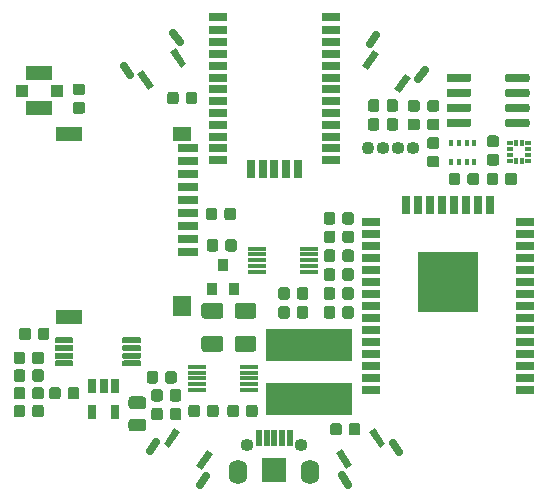
<source format=gbr>
%TF.GenerationSoftware,KiCad,Pcbnew,5.1.5+dfsg1-2~bpo10+1*%
%TF.CreationDate,Date%
%TF.ProjectId,osw,6f73772e-6b69-4636-9164-5f7063625858,1.0*%
%TF.SameCoordinates,Original*%
%TF.FileFunction,Soldermask,Top*%
%TF.FilePolarity,Negative*%
%FSLAX46Y46*%
G04 Gerber Fmt 4.6, Leading zero omitted, Abs format (unit mm)*
G04 Created by KiCad*
%MOMM*%
%LPD*%
G04 APERTURE LIST*
%ADD10R,7.402000X2.752000*%
%ADD11R,0.477000X0.452000*%
%ADD12R,0.452000X0.477000*%
%ADD13R,2.302000X1.302000*%
%ADD14R,1.502000X1.702000*%
%ADD15R,1.502000X1.302000*%
%ADD16R,1.702000X0.802000*%
%ADD17R,0.802000X1.602000*%
%ADD18R,1.602000X0.802000*%
%ADD19C,0.100000*%
%ADD20O,1.102000X1.102000*%
%ADD21C,1.102000*%
%ADD22R,1.502000X0.402000*%
%ADD23R,1.102000X1.102000*%
%ADD24R,2.302000X1.152000*%
%ADD25R,0.452000X0.602000*%
%ADD26R,0.752000X1.162000*%
%ADD27R,0.902000X1.002000*%
%ADD28O,1.100000X1.100000*%
%ADD29R,0.500000X1.450000*%
%ADD30O,1.600000X2.100000*%
%ADD31R,2.100000X2.100000*%
%ADD32C,0.702000*%
%ADD33R,0.702000X1.626000*%
%ADD34R,1.626000X0.702000*%
%ADD35R,5.102000X5.102000*%
G04 APERTURE END LIST*
D10*
%TO.C,L1*%
X162900000Y-122525000D03*
X162900000Y-117875000D03*
%TD*%
D11*
%TO.C,U2*%
X179937500Y-101350000D03*
X179937500Y-101850000D03*
X181462500Y-101350000D03*
X181462500Y-101850000D03*
X179937500Y-102350000D03*
X181462500Y-102350000D03*
X179937500Y-100850000D03*
X181462500Y-100850000D03*
D12*
X180450000Y-102362500D03*
X180950000Y-102362500D03*
X180950000Y-100837500D03*
X180450000Y-100837500D03*
%TD*%
D13*
%TO.C,XS1*%
X142600000Y-115550000D03*
X142600000Y-100050000D03*
D14*
X152200000Y-114650000D03*
D15*
X152200000Y-100050000D03*
D16*
X152700000Y-101200000D03*
X152700000Y-103400000D03*
X152700000Y-102300000D03*
X152700000Y-104500000D03*
X152700000Y-105600000D03*
X152700000Y-106700000D03*
X152700000Y-110000000D03*
X152700000Y-108900000D03*
X152700000Y-107800000D03*
%TD*%
D17*
%TO.C,U8*%
X160000000Y-103000000D03*
X161000000Y-103000000D03*
X162000000Y-103000000D03*
X159000000Y-103000000D03*
X158000000Y-103000000D03*
D18*
X155220000Y-102275000D03*
X155220000Y-101275000D03*
X155220000Y-100275000D03*
X155220000Y-99275000D03*
X155220000Y-98275000D03*
X155220000Y-97275000D03*
X155220000Y-96275000D03*
X155220000Y-95275000D03*
X155220000Y-94275000D03*
X155220000Y-93275000D03*
X155220000Y-92275000D03*
X155220000Y-91275000D03*
X155220000Y-90125000D03*
X164780000Y-90125000D03*
X164780000Y-93275000D03*
X164780000Y-102275000D03*
X164780000Y-91275000D03*
X164780000Y-98275000D03*
X164780000Y-92275000D03*
X164780000Y-97275000D03*
X164780000Y-94275000D03*
X164780000Y-95275000D03*
X164780000Y-100275000D03*
X164780000Y-96275000D03*
X164780000Y-101275000D03*
X164780000Y-99275000D03*
%TD*%
D19*
%TO.C,U9*%
G36*
X142862801Y-117274604D02*
G01*
X142874984Y-117276411D01*
X142886931Y-117279404D01*
X142898527Y-117283553D01*
X142909660Y-117288819D01*
X142920224Y-117295151D01*
X142930116Y-117302487D01*
X142939242Y-117310758D01*
X142947513Y-117319884D01*
X142954849Y-117329776D01*
X142961181Y-117340340D01*
X142966447Y-117351473D01*
X142970596Y-117363069D01*
X142973589Y-117375016D01*
X142975396Y-117387199D01*
X142976000Y-117399500D01*
X142976000Y-117650500D01*
X142975396Y-117662801D01*
X142973589Y-117674984D01*
X142970596Y-117686931D01*
X142966447Y-117698527D01*
X142961181Y-117709660D01*
X142954849Y-117720224D01*
X142947513Y-117730116D01*
X142939242Y-117739242D01*
X142930116Y-117747513D01*
X142920224Y-117754849D01*
X142909660Y-117761181D01*
X142898527Y-117766447D01*
X142886931Y-117770596D01*
X142874984Y-117773589D01*
X142862801Y-117775396D01*
X142850500Y-117776000D01*
X141524500Y-117776000D01*
X141512199Y-117775396D01*
X141500016Y-117773589D01*
X141488069Y-117770596D01*
X141476473Y-117766447D01*
X141465340Y-117761181D01*
X141454776Y-117754849D01*
X141444884Y-117747513D01*
X141435758Y-117739242D01*
X141427487Y-117730116D01*
X141420151Y-117720224D01*
X141413819Y-117709660D01*
X141408553Y-117698527D01*
X141404404Y-117686931D01*
X141401411Y-117674984D01*
X141399604Y-117662801D01*
X141399000Y-117650500D01*
X141399000Y-117399500D01*
X141399604Y-117387199D01*
X141401411Y-117375016D01*
X141404404Y-117363069D01*
X141408553Y-117351473D01*
X141413819Y-117340340D01*
X141420151Y-117329776D01*
X141427487Y-117319884D01*
X141435758Y-117310758D01*
X141444884Y-117302487D01*
X141454776Y-117295151D01*
X141465340Y-117288819D01*
X141476473Y-117283553D01*
X141488069Y-117279404D01*
X141500016Y-117276411D01*
X141512199Y-117274604D01*
X141524500Y-117274000D01*
X142850500Y-117274000D01*
X142862801Y-117274604D01*
G37*
G36*
X142862801Y-117924604D02*
G01*
X142874984Y-117926411D01*
X142886931Y-117929404D01*
X142898527Y-117933553D01*
X142909660Y-117938819D01*
X142920224Y-117945151D01*
X142930116Y-117952487D01*
X142939242Y-117960758D01*
X142947513Y-117969884D01*
X142954849Y-117979776D01*
X142961181Y-117990340D01*
X142966447Y-118001473D01*
X142970596Y-118013069D01*
X142973589Y-118025016D01*
X142975396Y-118037199D01*
X142976000Y-118049500D01*
X142976000Y-118300500D01*
X142975396Y-118312801D01*
X142973589Y-118324984D01*
X142970596Y-118336931D01*
X142966447Y-118348527D01*
X142961181Y-118359660D01*
X142954849Y-118370224D01*
X142947513Y-118380116D01*
X142939242Y-118389242D01*
X142930116Y-118397513D01*
X142920224Y-118404849D01*
X142909660Y-118411181D01*
X142898527Y-118416447D01*
X142886931Y-118420596D01*
X142874984Y-118423589D01*
X142862801Y-118425396D01*
X142850500Y-118426000D01*
X141524500Y-118426000D01*
X141512199Y-118425396D01*
X141500016Y-118423589D01*
X141488069Y-118420596D01*
X141476473Y-118416447D01*
X141465340Y-118411181D01*
X141454776Y-118404849D01*
X141444884Y-118397513D01*
X141435758Y-118389242D01*
X141427487Y-118380116D01*
X141420151Y-118370224D01*
X141413819Y-118359660D01*
X141408553Y-118348527D01*
X141404404Y-118336931D01*
X141401411Y-118324984D01*
X141399604Y-118312801D01*
X141399000Y-118300500D01*
X141399000Y-118049500D01*
X141399604Y-118037199D01*
X141401411Y-118025016D01*
X141404404Y-118013069D01*
X141408553Y-118001473D01*
X141413819Y-117990340D01*
X141420151Y-117979776D01*
X141427487Y-117969884D01*
X141435758Y-117960758D01*
X141444884Y-117952487D01*
X141454776Y-117945151D01*
X141465340Y-117938819D01*
X141476473Y-117933553D01*
X141488069Y-117929404D01*
X141500016Y-117926411D01*
X141512199Y-117924604D01*
X141524500Y-117924000D01*
X142850500Y-117924000D01*
X142862801Y-117924604D01*
G37*
G36*
X142862801Y-118574604D02*
G01*
X142874984Y-118576411D01*
X142886931Y-118579404D01*
X142898527Y-118583553D01*
X142909660Y-118588819D01*
X142920224Y-118595151D01*
X142930116Y-118602487D01*
X142939242Y-118610758D01*
X142947513Y-118619884D01*
X142954849Y-118629776D01*
X142961181Y-118640340D01*
X142966447Y-118651473D01*
X142970596Y-118663069D01*
X142973589Y-118675016D01*
X142975396Y-118687199D01*
X142976000Y-118699500D01*
X142976000Y-118950500D01*
X142975396Y-118962801D01*
X142973589Y-118974984D01*
X142970596Y-118986931D01*
X142966447Y-118998527D01*
X142961181Y-119009660D01*
X142954849Y-119020224D01*
X142947513Y-119030116D01*
X142939242Y-119039242D01*
X142930116Y-119047513D01*
X142920224Y-119054849D01*
X142909660Y-119061181D01*
X142898527Y-119066447D01*
X142886931Y-119070596D01*
X142874984Y-119073589D01*
X142862801Y-119075396D01*
X142850500Y-119076000D01*
X141524500Y-119076000D01*
X141512199Y-119075396D01*
X141500016Y-119073589D01*
X141488069Y-119070596D01*
X141476473Y-119066447D01*
X141465340Y-119061181D01*
X141454776Y-119054849D01*
X141444884Y-119047513D01*
X141435758Y-119039242D01*
X141427487Y-119030116D01*
X141420151Y-119020224D01*
X141413819Y-119009660D01*
X141408553Y-118998527D01*
X141404404Y-118986931D01*
X141401411Y-118974984D01*
X141399604Y-118962801D01*
X141399000Y-118950500D01*
X141399000Y-118699500D01*
X141399604Y-118687199D01*
X141401411Y-118675016D01*
X141404404Y-118663069D01*
X141408553Y-118651473D01*
X141413819Y-118640340D01*
X141420151Y-118629776D01*
X141427487Y-118619884D01*
X141435758Y-118610758D01*
X141444884Y-118602487D01*
X141454776Y-118595151D01*
X141465340Y-118588819D01*
X141476473Y-118583553D01*
X141488069Y-118579404D01*
X141500016Y-118576411D01*
X141512199Y-118574604D01*
X141524500Y-118574000D01*
X142850500Y-118574000D01*
X142862801Y-118574604D01*
G37*
G36*
X142862801Y-119224604D02*
G01*
X142874984Y-119226411D01*
X142886931Y-119229404D01*
X142898527Y-119233553D01*
X142909660Y-119238819D01*
X142920224Y-119245151D01*
X142930116Y-119252487D01*
X142939242Y-119260758D01*
X142947513Y-119269884D01*
X142954849Y-119279776D01*
X142961181Y-119290340D01*
X142966447Y-119301473D01*
X142970596Y-119313069D01*
X142973589Y-119325016D01*
X142975396Y-119337199D01*
X142976000Y-119349500D01*
X142976000Y-119600500D01*
X142975396Y-119612801D01*
X142973589Y-119624984D01*
X142970596Y-119636931D01*
X142966447Y-119648527D01*
X142961181Y-119659660D01*
X142954849Y-119670224D01*
X142947513Y-119680116D01*
X142939242Y-119689242D01*
X142930116Y-119697513D01*
X142920224Y-119704849D01*
X142909660Y-119711181D01*
X142898527Y-119716447D01*
X142886931Y-119720596D01*
X142874984Y-119723589D01*
X142862801Y-119725396D01*
X142850500Y-119726000D01*
X141524500Y-119726000D01*
X141512199Y-119725396D01*
X141500016Y-119723589D01*
X141488069Y-119720596D01*
X141476473Y-119716447D01*
X141465340Y-119711181D01*
X141454776Y-119704849D01*
X141444884Y-119697513D01*
X141435758Y-119689242D01*
X141427487Y-119680116D01*
X141420151Y-119670224D01*
X141413819Y-119659660D01*
X141408553Y-119648527D01*
X141404404Y-119636931D01*
X141401411Y-119624984D01*
X141399604Y-119612801D01*
X141399000Y-119600500D01*
X141399000Y-119349500D01*
X141399604Y-119337199D01*
X141401411Y-119325016D01*
X141404404Y-119313069D01*
X141408553Y-119301473D01*
X141413819Y-119290340D01*
X141420151Y-119279776D01*
X141427487Y-119269884D01*
X141435758Y-119260758D01*
X141444884Y-119252487D01*
X141454776Y-119245151D01*
X141465340Y-119238819D01*
X141476473Y-119233553D01*
X141488069Y-119229404D01*
X141500016Y-119226411D01*
X141512199Y-119224604D01*
X141524500Y-119224000D01*
X142850500Y-119224000D01*
X142862801Y-119224604D01*
G37*
G36*
X148587801Y-119224604D02*
G01*
X148599984Y-119226411D01*
X148611931Y-119229404D01*
X148623527Y-119233553D01*
X148634660Y-119238819D01*
X148645224Y-119245151D01*
X148655116Y-119252487D01*
X148664242Y-119260758D01*
X148672513Y-119269884D01*
X148679849Y-119279776D01*
X148686181Y-119290340D01*
X148691447Y-119301473D01*
X148695596Y-119313069D01*
X148698589Y-119325016D01*
X148700396Y-119337199D01*
X148701000Y-119349500D01*
X148701000Y-119600500D01*
X148700396Y-119612801D01*
X148698589Y-119624984D01*
X148695596Y-119636931D01*
X148691447Y-119648527D01*
X148686181Y-119659660D01*
X148679849Y-119670224D01*
X148672513Y-119680116D01*
X148664242Y-119689242D01*
X148655116Y-119697513D01*
X148645224Y-119704849D01*
X148634660Y-119711181D01*
X148623527Y-119716447D01*
X148611931Y-119720596D01*
X148599984Y-119723589D01*
X148587801Y-119725396D01*
X148575500Y-119726000D01*
X147249500Y-119726000D01*
X147237199Y-119725396D01*
X147225016Y-119723589D01*
X147213069Y-119720596D01*
X147201473Y-119716447D01*
X147190340Y-119711181D01*
X147179776Y-119704849D01*
X147169884Y-119697513D01*
X147160758Y-119689242D01*
X147152487Y-119680116D01*
X147145151Y-119670224D01*
X147138819Y-119659660D01*
X147133553Y-119648527D01*
X147129404Y-119636931D01*
X147126411Y-119624984D01*
X147124604Y-119612801D01*
X147124000Y-119600500D01*
X147124000Y-119349500D01*
X147124604Y-119337199D01*
X147126411Y-119325016D01*
X147129404Y-119313069D01*
X147133553Y-119301473D01*
X147138819Y-119290340D01*
X147145151Y-119279776D01*
X147152487Y-119269884D01*
X147160758Y-119260758D01*
X147169884Y-119252487D01*
X147179776Y-119245151D01*
X147190340Y-119238819D01*
X147201473Y-119233553D01*
X147213069Y-119229404D01*
X147225016Y-119226411D01*
X147237199Y-119224604D01*
X147249500Y-119224000D01*
X148575500Y-119224000D01*
X148587801Y-119224604D01*
G37*
G36*
X148587801Y-118574604D02*
G01*
X148599984Y-118576411D01*
X148611931Y-118579404D01*
X148623527Y-118583553D01*
X148634660Y-118588819D01*
X148645224Y-118595151D01*
X148655116Y-118602487D01*
X148664242Y-118610758D01*
X148672513Y-118619884D01*
X148679849Y-118629776D01*
X148686181Y-118640340D01*
X148691447Y-118651473D01*
X148695596Y-118663069D01*
X148698589Y-118675016D01*
X148700396Y-118687199D01*
X148701000Y-118699500D01*
X148701000Y-118950500D01*
X148700396Y-118962801D01*
X148698589Y-118974984D01*
X148695596Y-118986931D01*
X148691447Y-118998527D01*
X148686181Y-119009660D01*
X148679849Y-119020224D01*
X148672513Y-119030116D01*
X148664242Y-119039242D01*
X148655116Y-119047513D01*
X148645224Y-119054849D01*
X148634660Y-119061181D01*
X148623527Y-119066447D01*
X148611931Y-119070596D01*
X148599984Y-119073589D01*
X148587801Y-119075396D01*
X148575500Y-119076000D01*
X147249500Y-119076000D01*
X147237199Y-119075396D01*
X147225016Y-119073589D01*
X147213069Y-119070596D01*
X147201473Y-119066447D01*
X147190340Y-119061181D01*
X147179776Y-119054849D01*
X147169884Y-119047513D01*
X147160758Y-119039242D01*
X147152487Y-119030116D01*
X147145151Y-119020224D01*
X147138819Y-119009660D01*
X147133553Y-118998527D01*
X147129404Y-118986931D01*
X147126411Y-118974984D01*
X147124604Y-118962801D01*
X147124000Y-118950500D01*
X147124000Y-118699500D01*
X147124604Y-118687199D01*
X147126411Y-118675016D01*
X147129404Y-118663069D01*
X147133553Y-118651473D01*
X147138819Y-118640340D01*
X147145151Y-118629776D01*
X147152487Y-118619884D01*
X147160758Y-118610758D01*
X147169884Y-118602487D01*
X147179776Y-118595151D01*
X147190340Y-118588819D01*
X147201473Y-118583553D01*
X147213069Y-118579404D01*
X147225016Y-118576411D01*
X147237199Y-118574604D01*
X147249500Y-118574000D01*
X148575500Y-118574000D01*
X148587801Y-118574604D01*
G37*
G36*
X148587801Y-117924604D02*
G01*
X148599984Y-117926411D01*
X148611931Y-117929404D01*
X148623527Y-117933553D01*
X148634660Y-117938819D01*
X148645224Y-117945151D01*
X148655116Y-117952487D01*
X148664242Y-117960758D01*
X148672513Y-117969884D01*
X148679849Y-117979776D01*
X148686181Y-117990340D01*
X148691447Y-118001473D01*
X148695596Y-118013069D01*
X148698589Y-118025016D01*
X148700396Y-118037199D01*
X148701000Y-118049500D01*
X148701000Y-118300500D01*
X148700396Y-118312801D01*
X148698589Y-118324984D01*
X148695596Y-118336931D01*
X148691447Y-118348527D01*
X148686181Y-118359660D01*
X148679849Y-118370224D01*
X148672513Y-118380116D01*
X148664242Y-118389242D01*
X148655116Y-118397513D01*
X148645224Y-118404849D01*
X148634660Y-118411181D01*
X148623527Y-118416447D01*
X148611931Y-118420596D01*
X148599984Y-118423589D01*
X148587801Y-118425396D01*
X148575500Y-118426000D01*
X147249500Y-118426000D01*
X147237199Y-118425396D01*
X147225016Y-118423589D01*
X147213069Y-118420596D01*
X147201473Y-118416447D01*
X147190340Y-118411181D01*
X147179776Y-118404849D01*
X147169884Y-118397513D01*
X147160758Y-118389242D01*
X147152487Y-118380116D01*
X147145151Y-118370224D01*
X147138819Y-118359660D01*
X147133553Y-118348527D01*
X147129404Y-118336931D01*
X147126411Y-118324984D01*
X147124604Y-118312801D01*
X147124000Y-118300500D01*
X147124000Y-118049500D01*
X147124604Y-118037199D01*
X147126411Y-118025016D01*
X147129404Y-118013069D01*
X147133553Y-118001473D01*
X147138819Y-117990340D01*
X147145151Y-117979776D01*
X147152487Y-117969884D01*
X147160758Y-117960758D01*
X147169884Y-117952487D01*
X147179776Y-117945151D01*
X147190340Y-117938819D01*
X147201473Y-117933553D01*
X147213069Y-117929404D01*
X147225016Y-117926411D01*
X147237199Y-117924604D01*
X147249500Y-117924000D01*
X148575500Y-117924000D01*
X148587801Y-117924604D01*
G37*
G36*
X148587801Y-117274604D02*
G01*
X148599984Y-117276411D01*
X148611931Y-117279404D01*
X148623527Y-117283553D01*
X148634660Y-117288819D01*
X148645224Y-117295151D01*
X148655116Y-117302487D01*
X148664242Y-117310758D01*
X148672513Y-117319884D01*
X148679849Y-117329776D01*
X148686181Y-117340340D01*
X148691447Y-117351473D01*
X148695596Y-117363069D01*
X148698589Y-117375016D01*
X148700396Y-117387199D01*
X148701000Y-117399500D01*
X148701000Y-117650500D01*
X148700396Y-117662801D01*
X148698589Y-117674984D01*
X148695596Y-117686931D01*
X148691447Y-117698527D01*
X148686181Y-117709660D01*
X148679849Y-117720224D01*
X148672513Y-117730116D01*
X148664242Y-117739242D01*
X148655116Y-117747513D01*
X148645224Y-117754849D01*
X148634660Y-117761181D01*
X148623527Y-117766447D01*
X148611931Y-117770596D01*
X148599984Y-117773589D01*
X148587801Y-117775396D01*
X148575500Y-117776000D01*
X147249500Y-117776000D01*
X147237199Y-117775396D01*
X147225016Y-117773589D01*
X147213069Y-117770596D01*
X147201473Y-117766447D01*
X147190340Y-117761181D01*
X147179776Y-117754849D01*
X147169884Y-117747513D01*
X147160758Y-117739242D01*
X147152487Y-117730116D01*
X147145151Y-117720224D01*
X147138819Y-117709660D01*
X147133553Y-117698527D01*
X147129404Y-117686931D01*
X147126411Y-117674984D01*
X147124604Y-117662801D01*
X147124000Y-117650500D01*
X147124000Y-117399500D01*
X147124604Y-117387199D01*
X147126411Y-117375016D01*
X147129404Y-117363069D01*
X147133553Y-117351473D01*
X147138819Y-117340340D01*
X147145151Y-117329776D01*
X147152487Y-117319884D01*
X147160758Y-117310758D01*
X147169884Y-117302487D01*
X147179776Y-117295151D01*
X147190340Y-117288819D01*
X147201473Y-117283553D01*
X147213069Y-117279404D01*
X147225016Y-117276411D01*
X147237199Y-117274604D01*
X147249500Y-117274000D01*
X148575500Y-117274000D01*
X148587801Y-117274604D01*
G37*
%TD*%
D20*
%TO.C,J2*%
X171710000Y-101250000D03*
X170440000Y-101250000D03*
X169170000Y-101250000D03*
D21*
X167900000Y-101250000D03*
%TD*%
D22*
%TO.C,U10*%
X153450000Y-121750000D03*
X153450000Y-121250000D03*
X153450000Y-120750000D03*
X153450000Y-120250000D03*
X153450000Y-119750000D03*
X157850000Y-119750000D03*
X157850000Y-120250000D03*
X157850000Y-120750000D03*
X157850000Y-121250000D03*
X157850000Y-121750000D03*
%TD*%
D19*
%TO.C,R20*%
G36*
X162655691Y-114625176D02*
G01*
X162679401Y-114628693D01*
X162702652Y-114634517D01*
X162725220Y-114642592D01*
X162746889Y-114652841D01*
X162767448Y-114665164D01*
X162786701Y-114679442D01*
X162804461Y-114695539D01*
X162820558Y-114713299D01*
X162834836Y-114732552D01*
X162847159Y-114753111D01*
X162857408Y-114774780D01*
X162865483Y-114797348D01*
X162871307Y-114820599D01*
X162874824Y-114844309D01*
X162876000Y-114868250D01*
X162876000Y-115431750D01*
X162874824Y-115455691D01*
X162871307Y-115479401D01*
X162865483Y-115502652D01*
X162857408Y-115525220D01*
X162847159Y-115546889D01*
X162834836Y-115567448D01*
X162820558Y-115586701D01*
X162804461Y-115604461D01*
X162786701Y-115620558D01*
X162767448Y-115634836D01*
X162746889Y-115647159D01*
X162725220Y-115657408D01*
X162702652Y-115665483D01*
X162679401Y-115671307D01*
X162655691Y-115674824D01*
X162631750Y-115676000D01*
X162143250Y-115676000D01*
X162119309Y-115674824D01*
X162095599Y-115671307D01*
X162072348Y-115665483D01*
X162049780Y-115657408D01*
X162028111Y-115647159D01*
X162007552Y-115634836D01*
X161988299Y-115620558D01*
X161970539Y-115604461D01*
X161954442Y-115586701D01*
X161940164Y-115567448D01*
X161927841Y-115546889D01*
X161917592Y-115525220D01*
X161909517Y-115502652D01*
X161903693Y-115479401D01*
X161900176Y-115455691D01*
X161899000Y-115431750D01*
X161899000Y-114868250D01*
X161900176Y-114844309D01*
X161903693Y-114820599D01*
X161909517Y-114797348D01*
X161917592Y-114774780D01*
X161927841Y-114753111D01*
X161940164Y-114732552D01*
X161954442Y-114713299D01*
X161970539Y-114695539D01*
X161988299Y-114679442D01*
X162007552Y-114665164D01*
X162028111Y-114652841D01*
X162049780Y-114642592D01*
X162072348Y-114634517D01*
X162095599Y-114628693D01*
X162119309Y-114625176D01*
X162143250Y-114624000D01*
X162631750Y-114624000D01*
X162655691Y-114625176D01*
G37*
G36*
X161080691Y-114625176D02*
G01*
X161104401Y-114628693D01*
X161127652Y-114634517D01*
X161150220Y-114642592D01*
X161171889Y-114652841D01*
X161192448Y-114665164D01*
X161211701Y-114679442D01*
X161229461Y-114695539D01*
X161245558Y-114713299D01*
X161259836Y-114732552D01*
X161272159Y-114753111D01*
X161282408Y-114774780D01*
X161290483Y-114797348D01*
X161296307Y-114820599D01*
X161299824Y-114844309D01*
X161301000Y-114868250D01*
X161301000Y-115431750D01*
X161299824Y-115455691D01*
X161296307Y-115479401D01*
X161290483Y-115502652D01*
X161282408Y-115525220D01*
X161272159Y-115546889D01*
X161259836Y-115567448D01*
X161245558Y-115586701D01*
X161229461Y-115604461D01*
X161211701Y-115620558D01*
X161192448Y-115634836D01*
X161171889Y-115647159D01*
X161150220Y-115657408D01*
X161127652Y-115665483D01*
X161104401Y-115671307D01*
X161080691Y-115674824D01*
X161056750Y-115676000D01*
X160568250Y-115676000D01*
X160544309Y-115674824D01*
X160520599Y-115671307D01*
X160497348Y-115665483D01*
X160474780Y-115657408D01*
X160453111Y-115647159D01*
X160432552Y-115634836D01*
X160413299Y-115620558D01*
X160395539Y-115604461D01*
X160379442Y-115586701D01*
X160365164Y-115567448D01*
X160352841Y-115546889D01*
X160342592Y-115525220D01*
X160334517Y-115502652D01*
X160328693Y-115479401D01*
X160325176Y-115455691D01*
X160324000Y-115431750D01*
X160324000Y-114868250D01*
X160325176Y-114844309D01*
X160328693Y-114820599D01*
X160334517Y-114797348D01*
X160342592Y-114774780D01*
X160352841Y-114753111D01*
X160365164Y-114732552D01*
X160379442Y-114713299D01*
X160395539Y-114695539D01*
X160413299Y-114679442D01*
X160432552Y-114665164D01*
X160453111Y-114652841D01*
X160474780Y-114642592D01*
X160497348Y-114634517D01*
X160520599Y-114628693D01*
X160544309Y-114625176D01*
X160568250Y-114624000D01*
X161056750Y-114624000D01*
X161080691Y-114625176D01*
G37*
%TD*%
%TO.C,R12*%
G36*
X161080691Y-113025176D02*
G01*
X161104401Y-113028693D01*
X161127652Y-113034517D01*
X161150220Y-113042592D01*
X161171889Y-113052841D01*
X161192448Y-113065164D01*
X161211701Y-113079442D01*
X161229461Y-113095539D01*
X161245558Y-113113299D01*
X161259836Y-113132552D01*
X161272159Y-113153111D01*
X161282408Y-113174780D01*
X161290483Y-113197348D01*
X161296307Y-113220599D01*
X161299824Y-113244309D01*
X161301000Y-113268250D01*
X161301000Y-113831750D01*
X161299824Y-113855691D01*
X161296307Y-113879401D01*
X161290483Y-113902652D01*
X161282408Y-113925220D01*
X161272159Y-113946889D01*
X161259836Y-113967448D01*
X161245558Y-113986701D01*
X161229461Y-114004461D01*
X161211701Y-114020558D01*
X161192448Y-114034836D01*
X161171889Y-114047159D01*
X161150220Y-114057408D01*
X161127652Y-114065483D01*
X161104401Y-114071307D01*
X161080691Y-114074824D01*
X161056750Y-114076000D01*
X160568250Y-114076000D01*
X160544309Y-114074824D01*
X160520599Y-114071307D01*
X160497348Y-114065483D01*
X160474780Y-114057408D01*
X160453111Y-114047159D01*
X160432552Y-114034836D01*
X160413299Y-114020558D01*
X160395539Y-114004461D01*
X160379442Y-113986701D01*
X160365164Y-113967448D01*
X160352841Y-113946889D01*
X160342592Y-113925220D01*
X160334517Y-113902652D01*
X160328693Y-113879401D01*
X160325176Y-113855691D01*
X160324000Y-113831750D01*
X160324000Y-113268250D01*
X160325176Y-113244309D01*
X160328693Y-113220599D01*
X160334517Y-113197348D01*
X160342592Y-113174780D01*
X160352841Y-113153111D01*
X160365164Y-113132552D01*
X160379442Y-113113299D01*
X160395539Y-113095539D01*
X160413299Y-113079442D01*
X160432552Y-113065164D01*
X160453111Y-113052841D01*
X160474780Y-113042592D01*
X160497348Y-113034517D01*
X160520599Y-113028693D01*
X160544309Y-113025176D01*
X160568250Y-113024000D01*
X161056750Y-113024000D01*
X161080691Y-113025176D01*
G37*
G36*
X162655691Y-113025176D02*
G01*
X162679401Y-113028693D01*
X162702652Y-113034517D01*
X162725220Y-113042592D01*
X162746889Y-113052841D01*
X162767448Y-113065164D01*
X162786701Y-113079442D01*
X162804461Y-113095539D01*
X162820558Y-113113299D01*
X162834836Y-113132552D01*
X162847159Y-113153111D01*
X162857408Y-113174780D01*
X162865483Y-113197348D01*
X162871307Y-113220599D01*
X162874824Y-113244309D01*
X162876000Y-113268250D01*
X162876000Y-113831750D01*
X162874824Y-113855691D01*
X162871307Y-113879401D01*
X162865483Y-113902652D01*
X162857408Y-113925220D01*
X162847159Y-113946889D01*
X162834836Y-113967448D01*
X162820558Y-113986701D01*
X162804461Y-114004461D01*
X162786701Y-114020558D01*
X162767448Y-114034836D01*
X162746889Y-114047159D01*
X162725220Y-114057408D01*
X162702652Y-114065483D01*
X162679401Y-114071307D01*
X162655691Y-114074824D01*
X162631750Y-114076000D01*
X162143250Y-114076000D01*
X162119309Y-114074824D01*
X162095599Y-114071307D01*
X162072348Y-114065483D01*
X162049780Y-114057408D01*
X162028111Y-114047159D01*
X162007552Y-114034836D01*
X161988299Y-114020558D01*
X161970539Y-114004461D01*
X161954442Y-113986701D01*
X161940164Y-113967448D01*
X161927841Y-113946889D01*
X161917592Y-113925220D01*
X161909517Y-113902652D01*
X161903693Y-113879401D01*
X161900176Y-113855691D01*
X161899000Y-113831750D01*
X161899000Y-113268250D01*
X161900176Y-113244309D01*
X161903693Y-113220599D01*
X161909517Y-113197348D01*
X161917592Y-113174780D01*
X161927841Y-113153111D01*
X161940164Y-113132552D01*
X161954442Y-113113299D01*
X161970539Y-113095539D01*
X161988299Y-113079442D01*
X162007552Y-113065164D01*
X162028111Y-113052841D01*
X162049780Y-113042592D01*
X162072348Y-113034517D01*
X162095599Y-113028693D01*
X162119309Y-113025176D01*
X162143250Y-113024000D01*
X162631750Y-113024000D01*
X162655691Y-113025176D01*
G37*
%TD*%
%TO.C,R3*%
G36*
X155055691Y-122975176D02*
G01*
X155079401Y-122978693D01*
X155102652Y-122984517D01*
X155125220Y-122992592D01*
X155146889Y-123002841D01*
X155167448Y-123015164D01*
X155186701Y-123029442D01*
X155204461Y-123045539D01*
X155220558Y-123063299D01*
X155234836Y-123082552D01*
X155247159Y-123103111D01*
X155257408Y-123124780D01*
X155265483Y-123147348D01*
X155271307Y-123170599D01*
X155274824Y-123194309D01*
X155276000Y-123218250D01*
X155276000Y-123781750D01*
X155274824Y-123805691D01*
X155271307Y-123829401D01*
X155265483Y-123852652D01*
X155257408Y-123875220D01*
X155247159Y-123896889D01*
X155234836Y-123917448D01*
X155220558Y-123936701D01*
X155204461Y-123954461D01*
X155186701Y-123970558D01*
X155167448Y-123984836D01*
X155146889Y-123997159D01*
X155125220Y-124007408D01*
X155102652Y-124015483D01*
X155079401Y-124021307D01*
X155055691Y-124024824D01*
X155031750Y-124026000D01*
X154543250Y-124026000D01*
X154519309Y-124024824D01*
X154495599Y-124021307D01*
X154472348Y-124015483D01*
X154449780Y-124007408D01*
X154428111Y-123997159D01*
X154407552Y-123984836D01*
X154388299Y-123970558D01*
X154370539Y-123954461D01*
X154354442Y-123936701D01*
X154340164Y-123917448D01*
X154327841Y-123896889D01*
X154317592Y-123875220D01*
X154309517Y-123852652D01*
X154303693Y-123829401D01*
X154300176Y-123805691D01*
X154299000Y-123781750D01*
X154299000Y-123218250D01*
X154300176Y-123194309D01*
X154303693Y-123170599D01*
X154309517Y-123147348D01*
X154317592Y-123124780D01*
X154327841Y-123103111D01*
X154340164Y-123082552D01*
X154354442Y-123063299D01*
X154370539Y-123045539D01*
X154388299Y-123029442D01*
X154407552Y-123015164D01*
X154428111Y-123002841D01*
X154449780Y-122992592D01*
X154472348Y-122984517D01*
X154495599Y-122978693D01*
X154519309Y-122975176D01*
X154543250Y-122974000D01*
X155031750Y-122974000D01*
X155055691Y-122975176D01*
G37*
G36*
X153480691Y-122975176D02*
G01*
X153504401Y-122978693D01*
X153527652Y-122984517D01*
X153550220Y-122992592D01*
X153571889Y-123002841D01*
X153592448Y-123015164D01*
X153611701Y-123029442D01*
X153629461Y-123045539D01*
X153645558Y-123063299D01*
X153659836Y-123082552D01*
X153672159Y-123103111D01*
X153682408Y-123124780D01*
X153690483Y-123147348D01*
X153696307Y-123170599D01*
X153699824Y-123194309D01*
X153701000Y-123218250D01*
X153701000Y-123781750D01*
X153699824Y-123805691D01*
X153696307Y-123829401D01*
X153690483Y-123852652D01*
X153682408Y-123875220D01*
X153672159Y-123896889D01*
X153659836Y-123917448D01*
X153645558Y-123936701D01*
X153629461Y-123954461D01*
X153611701Y-123970558D01*
X153592448Y-123984836D01*
X153571889Y-123997159D01*
X153550220Y-124007408D01*
X153527652Y-124015483D01*
X153504401Y-124021307D01*
X153480691Y-124024824D01*
X153456750Y-124026000D01*
X152968250Y-124026000D01*
X152944309Y-124024824D01*
X152920599Y-124021307D01*
X152897348Y-124015483D01*
X152874780Y-124007408D01*
X152853111Y-123997159D01*
X152832552Y-123984836D01*
X152813299Y-123970558D01*
X152795539Y-123954461D01*
X152779442Y-123936701D01*
X152765164Y-123917448D01*
X152752841Y-123896889D01*
X152742592Y-123875220D01*
X152734517Y-123852652D01*
X152728693Y-123829401D01*
X152725176Y-123805691D01*
X152724000Y-123781750D01*
X152724000Y-123218250D01*
X152725176Y-123194309D01*
X152728693Y-123170599D01*
X152734517Y-123147348D01*
X152742592Y-123124780D01*
X152752841Y-123103111D01*
X152765164Y-123082552D01*
X152779442Y-123063299D01*
X152795539Y-123045539D01*
X152813299Y-123029442D01*
X152832552Y-123015164D01*
X152853111Y-123002841D01*
X152874780Y-122992592D01*
X152897348Y-122984517D01*
X152920599Y-122978693D01*
X152944309Y-122975176D01*
X152968250Y-122974000D01*
X153456750Y-122974000D01*
X153480691Y-122975176D01*
G37*
%TD*%
%TO.C,R2*%
G36*
X156780691Y-122975176D02*
G01*
X156804401Y-122978693D01*
X156827652Y-122984517D01*
X156850220Y-122992592D01*
X156871889Y-123002841D01*
X156892448Y-123015164D01*
X156911701Y-123029442D01*
X156929461Y-123045539D01*
X156945558Y-123063299D01*
X156959836Y-123082552D01*
X156972159Y-123103111D01*
X156982408Y-123124780D01*
X156990483Y-123147348D01*
X156996307Y-123170599D01*
X156999824Y-123194309D01*
X157001000Y-123218250D01*
X157001000Y-123781750D01*
X156999824Y-123805691D01*
X156996307Y-123829401D01*
X156990483Y-123852652D01*
X156982408Y-123875220D01*
X156972159Y-123896889D01*
X156959836Y-123917448D01*
X156945558Y-123936701D01*
X156929461Y-123954461D01*
X156911701Y-123970558D01*
X156892448Y-123984836D01*
X156871889Y-123997159D01*
X156850220Y-124007408D01*
X156827652Y-124015483D01*
X156804401Y-124021307D01*
X156780691Y-124024824D01*
X156756750Y-124026000D01*
X156268250Y-124026000D01*
X156244309Y-124024824D01*
X156220599Y-124021307D01*
X156197348Y-124015483D01*
X156174780Y-124007408D01*
X156153111Y-123997159D01*
X156132552Y-123984836D01*
X156113299Y-123970558D01*
X156095539Y-123954461D01*
X156079442Y-123936701D01*
X156065164Y-123917448D01*
X156052841Y-123896889D01*
X156042592Y-123875220D01*
X156034517Y-123852652D01*
X156028693Y-123829401D01*
X156025176Y-123805691D01*
X156024000Y-123781750D01*
X156024000Y-123218250D01*
X156025176Y-123194309D01*
X156028693Y-123170599D01*
X156034517Y-123147348D01*
X156042592Y-123124780D01*
X156052841Y-123103111D01*
X156065164Y-123082552D01*
X156079442Y-123063299D01*
X156095539Y-123045539D01*
X156113299Y-123029442D01*
X156132552Y-123015164D01*
X156153111Y-123002841D01*
X156174780Y-122992592D01*
X156197348Y-122984517D01*
X156220599Y-122978693D01*
X156244309Y-122975176D01*
X156268250Y-122974000D01*
X156756750Y-122974000D01*
X156780691Y-122975176D01*
G37*
G36*
X158355691Y-122975176D02*
G01*
X158379401Y-122978693D01*
X158402652Y-122984517D01*
X158425220Y-122992592D01*
X158446889Y-123002841D01*
X158467448Y-123015164D01*
X158486701Y-123029442D01*
X158504461Y-123045539D01*
X158520558Y-123063299D01*
X158534836Y-123082552D01*
X158547159Y-123103111D01*
X158557408Y-123124780D01*
X158565483Y-123147348D01*
X158571307Y-123170599D01*
X158574824Y-123194309D01*
X158576000Y-123218250D01*
X158576000Y-123781750D01*
X158574824Y-123805691D01*
X158571307Y-123829401D01*
X158565483Y-123852652D01*
X158557408Y-123875220D01*
X158547159Y-123896889D01*
X158534836Y-123917448D01*
X158520558Y-123936701D01*
X158504461Y-123954461D01*
X158486701Y-123970558D01*
X158467448Y-123984836D01*
X158446889Y-123997159D01*
X158425220Y-124007408D01*
X158402652Y-124015483D01*
X158379401Y-124021307D01*
X158355691Y-124024824D01*
X158331750Y-124026000D01*
X157843250Y-124026000D01*
X157819309Y-124024824D01*
X157795599Y-124021307D01*
X157772348Y-124015483D01*
X157749780Y-124007408D01*
X157728111Y-123997159D01*
X157707552Y-123984836D01*
X157688299Y-123970558D01*
X157670539Y-123954461D01*
X157654442Y-123936701D01*
X157640164Y-123917448D01*
X157627841Y-123896889D01*
X157617592Y-123875220D01*
X157609517Y-123852652D01*
X157603693Y-123829401D01*
X157600176Y-123805691D01*
X157599000Y-123781750D01*
X157599000Y-123218250D01*
X157600176Y-123194309D01*
X157603693Y-123170599D01*
X157609517Y-123147348D01*
X157617592Y-123124780D01*
X157627841Y-123103111D01*
X157640164Y-123082552D01*
X157654442Y-123063299D01*
X157670539Y-123045539D01*
X157688299Y-123029442D01*
X157707552Y-123015164D01*
X157728111Y-123002841D01*
X157749780Y-122992592D01*
X157772348Y-122984517D01*
X157795599Y-122978693D01*
X157819309Y-122975176D01*
X157843250Y-122974000D01*
X158331750Y-122974000D01*
X158355691Y-122975176D01*
G37*
%TD*%
%TO.C,C14*%
G36*
X158232104Y-114325302D02*
G01*
X158258352Y-114329196D01*
X158284093Y-114335643D01*
X158309078Y-114344583D01*
X158333066Y-114355928D01*
X158355826Y-114369571D01*
X158377140Y-114385378D01*
X158396802Y-114403198D01*
X158414622Y-114422860D01*
X158430429Y-114444174D01*
X158444072Y-114466934D01*
X158455417Y-114490922D01*
X158464357Y-114515907D01*
X158470804Y-114541648D01*
X158474698Y-114567896D01*
X158476000Y-114594400D01*
X158476000Y-115405600D01*
X158474698Y-115432104D01*
X158470804Y-115458352D01*
X158464357Y-115484093D01*
X158455417Y-115509078D01*
X158444072Y-115533066D01*
X158430429Y-115555826D01*
X158414622Y-115577140D01*
X158396802Y-115596802D01*
X158377140Y-115614622D01*
X158355826Y-115630429D01*
X158333066Y-115644072D01*
X158309078Y-115655417D01*
X158284093Y-115664357D01*
X158258352Y-115670804D01*
X158232104Y-115674698D01*
X158205600Y-115676000D01*
X156894400Y-115676000D01*
X156867896Y-115674698D01*
X156841648Y-115670804D01*
X156815907Y-115664357D01*
X156790922Y-115655417D01*
X156766934Y-115644072D01*
X156744174Y-115630429D01*
X156722860Y-115614622D01*
X156703198Y-115596802D01*
X156685378Y-115577140D01*
X156669571Y-115555826D01*
X156655928Y-115533066D01*
X156644583Y-115509078D01*
X156635643Y-115484093D01*
X156629196Y-115458352D01*
X156625302Y-115432104D01*
X156624000Y-115405600D01*
X156624000Y-114594400D01*
X156625302Y-114567896D01*
X156629196Y-114541648D01*
X156635643Y-114515907D01*
X156644583Y-114490922D01*
X156655928Y-114466934D01*
X156669571Y-114444174D01*
X156685378Y-114422860D01*
X156703198Y-114403198D01*
X156722860Y-114385378D01*
X156744174Y-114369571D01*
X156766934Y-114355928D01*
X156790922Y-114344583D01*
X156815907Y-114335643D01*
X156841648Y-114329196D01*
X156867896Y-114325302D01*
X156894400Y-114324000D01*
X158205600Y-114324000D01*
X158232104Y-114325302D01*
G37*
G36*
X158232104Y-117125302D02*
G01*
X158258352Y-117129196D01*
X158284093Y-117135643D01*
X158309078Y-117144583D01*
X158333066Y-117155928D01*
X158355826Y-117169571D01*
X158377140Y-117185378D01*
X158396802Y-117203198D01*
X158414622Y-117222860D01*
X158430429Y-117244174D01*
X158444072Y-117266934D01*
X158455417Y-117290922D01*
X158464357Y-117315907D01*
X158470804Y-117341648D01*
X158474698Y-117367896D01*
X158476000Y-117394400D01*
X158476000Y-118205600D01*
X158474698Y-118232104D01*
X158470804Y-118258352D01*
X158464357Y-118284093D01*
X158455417Y-118309078D01*
X158444072Y-118333066D01*
X158430429Y-118355826D01*
X158414622Y-118377140D01*
X158396802Y-118396802D01*
X158377140Y-118414622D01*
X158355826Y-118430429D01*
X158333066Y-118444072D01*
X158309078Y-118455417D01*
X158284093Y-118464357D01*
X158258352Y-118470804D01*
X158232104Y-118474698D01*
X158205600Y-118476000D01*
X156894400Y-118476000D01*
X156867896Y-118474698D01*
X156841648Y-118470804D01*
X156815907Y-118464357D01*
X156790922Y-118455417D01*
X156766934Y-118444072D01*
X156744174Y-118430429D01*
X156722860Y-118414622D01*
X156703198Y-118396802D01*
X156685378Y-118377140D01*
X156669571Y-118355826D01*
X156655928Y-118333066D01*
X156644583Y-118309078D01*
X156635643Y-118284093D01*
X156629196Y-118258352D01*
X156625302Y-118232104D01*
X156624000Y-118205600D01*
X156624000Y-117394400D01*
X156625302Y-117367896D01*
X156629196Y-117341648D01*
X156635643Y-117315907D01*
X156644583Y-117290922D01*
X156655928Y-117266934D01*
X156669571Y-117244174D01*
X156685378Y-117222860D01*
X156703198Y-117203198D01*
X156722860Y-117185378D01*
X156744174Y-117169571D01*
X156766934Y-117155928D01*
X156790922Y-117144583D01*
X156815907Y-117135643D01*
X156841648Y-117129196D01*
X156867896Y-117125302D01*
X156894400Y-117124000D01*
X158205600Y-117124000D01*
X158232104Y-117125302D01*
G37*
%TD*%
%TO.C,C6*%
G36*
X151906191Y-121649176D02*
G01*
X151929901Y-121652693D01*
X151953152Y-121658517D01*
X151975720Y-121666592D01*
X151997389Y-121676841D01*
X152017948Y-121689164D01*
X152037201Y-121703442D01*
X152054961Y-121719539D01*
X152071058Y-121737299D01*
X152085336Y-121756552D01*
X152097659Y-121777111D01*
X152107908Y-121798780D01*
X152115983Y-121821348D01*
X152121807Y-121844599D01*
X152125324Y-121868309D01*
X152126500Y-121892250D01*
X152126500Y-122455750D01*
X152125324Y-122479691D01*
X152121807Y-122503401D01*
X152115983Y-122526652D01*
X152107908Y-122549220D01*
X152097659Y-122570889D01*
X152085336Y-122591448D01*
X152071058Y-122610701D01*
X152054961Y-122628461D01*
X152037201Y-122644558D01*
X152017948Y-122658836D01*
X151997389Y-122671159D01*
X151975720Y-122681408D01*
X151953152Y-122689483D01*
X151929901Y-122695307D01*
X151906191Y-122698824D01*
X151882250Y-122700000D01*
X151393750Y-122700000D01*
X151369809Y-122698824D01*
X151346099Y-122695307D01*
X151322848Y-122689483D01*
X151300280Y-122681408D01*
X151278611Y-122671159D01*
X151258052Y-122658836D01*
X151238799Y-122644558D01*
X151221039Y-122628461D01*
X151204942Y-122610701D01*
X151190664Y-122591448D01*
X151178341Y-122570889D01*
X151168092Y-122549220D01*
X151160017Y-122526652D01*
X151154193Y-122503401D01*
X151150676Y-122479691D01*
X151149500Y-122455750D01*
X151149500Y-121892250D01*
X151150676Y-121868309D01*
X151154193Y-121844599D01*
X151160017Y-121821348D01*
X151168092Y-121798780D01*
X151178341Y-121777111D01*
X151190664Y-121756552D01*
X151204942Y-121737299D01*
X151221039Y-121719539D01*
X151238799Y-121703442D01*
X151258052Y-121689164D01*
X151278611Y-121676841D01*
X151300280Y-121666592D01*
X151322848Y-121658517D01*
X151346099Y-121652693D01*
X151369809Y-121649176D01*
X151393750Y-121648000D01*
X151882250Y-121648000D01*
X151906191Y-121649176D01*
G37*
G36*
X150331191Y-121649176D02*
G01*
X150354901Y-121652693D01*
X150378152Y-121658517D01*
X150400720Y-121666592D01*
X150422389Y-121676841D01*
X150442948Y-121689164D01*
X150462201Y-121703442D01*
X150479961Y-121719539D01*
X150496058Y-121737299D01*
X150510336Y-121756552D01*
X150522659Y-121777111D01*
X150532908Y-121798780D01*
X150540983Y-121821348D01*
X150546807Y-121844599D01*
X150550324Y-121868309D01*
X150551500Y-121892250D01*
X150551500Y-122455750D01*
X150550324Y-122479691D01*
X150546807Y-122503401D01*
X150540983Y-122526652D01*
X150532908Y-122549220D01*
X150522659Y-122570889D01*
X150510336Y-122591448D01*
X150496058Y-122610701D01*
X150479961Y-122628461D01*
X150462201Y-122644558D01*
X150442948Y-122658836D01*
X150422389Y-122671159D01*
X150400720Y-122681408D01*
X150378152Y-122689483D01*
X150354901Y-122695307D01*
X150331191Y-122698824D01*
X150307250Y-122700000D01*
X149818750Y-122700000D01*
X149794809Y-122698824D01*
X149771099Y-122695307D01*
X149747848Y-122689483D01*
X149725280Y-122681408D01*
X149703611Y-122671159D01*
X149683052Y-122658836D01*
X149663799Y-122644558D01*
X149646039Y-122628461D01*
X149629942Y-122610701D01*
X149615664Y-122591448D01*
X149603341Y-122570889D01*
X149593092Y-122549220D01*
X149585017Y-122526652D01*
X149579193Y-122503401D01*
X149575676Y-122479691D01*
X149574500Y-122455750D01*
X149574500Y-121892250D01*
X149575676Y-121868309D01*
X149579193Y-121844599D01*
X149585017Y-121821348D01*
X149593092Y-121798780D01*
X149603341Y-121777111D01*
X149615664Y-121756552D01*
X149629942Y-121737299D01*
X149646039Y-121719539D01*
X149663799Y-121703442D01*
X149683052Y-121689164D01*
X149703611Y-121676841D01*
X149725280Y-121666592D01*
X149747848Y-121658517D01*
X149771099Y-121652693D01*
X149794809Y-121649176D01*
X149818750Y-121648000D01*
X150307250Y-121648000D01*
X150331191Y-121649176D01*
G37*
%TD*%
%TO.C,C5*%
G36*
X155432104Y-114325302D02*
G01*
X155458352Y-114329196D01*
X155484093Y-114335643D01*
X155509078Y-114344583D01*
X155533066Y-114355928D01*
X155555826Y-114369571D01*
X155577140Y-114385378D01*
X155596802Y-114403198D01*
X155614622Y-114422860D01*
X155630429Y-114444174D01*
X155644072Y-114466934D01*
X155655417Y-114490922D01*
X155664357Y-114515907D01*
X155670804Y-114541648D01*
X155674698Y-114567896D01*
X155676000Y-114594400D01*
X155676000Y-115405600D01*
X155674698Y-115432104D01*
X155670804Y-115458352D01*
X155664357Y-115484093D01*
X155655417Y-115509078D01*
X155644072Y-115533066D01*
X155630429Y-115555826D01*
X155614622Y-115577140D01*
X155596802Y-115596802D01*
X155577140Y-115614622D01*
X155555826Y-115630429D01*
X155533066Y-115644072D01*
X155509078Y-115655417D01*
X155484093Y-115664357D01*
X155458352Y-115670804D01*
X155432104Y-115674698D01*
X155405600Y-115676000D01*
X154094400Y-115676000D01*
X154067896Y-115674698D01*
X154041648Y-115670804D01*
X154015907Y-115664357D01*
X153990922Y-115655417D01*
X153966934Y-115644072D01*
X153944174Y-115630429D01*
X153922860Y-115614622D01*
X153903198Y-115596802D01*
X153885378Y-115577140D01*
X153869571Y-115555826D01*
X153855928Y-115533066D01*
X153844583Y-115509078D01*
X153835643Y-115484093D01*
X153829196Y-115458352D01*
X153825302Y-115432104D01*
X153824000Y-115405600D01*
X153824000Y-114594400D01*
X153825302Y-114567896D01*
X153829196Y-114541648D01*
X153835643Y-114515907D01*
X153844583Y-114490922D01*
X153855928Y-114466934D01*
X153869571Y-114444174D01*
X153885378Y-114422860D01*
X153903198Y-114403198D01*
X153922860Y-114385378D01*
X153944174Y-114369571D01*
X153966934Y-114355928D01*
X153990922Y-114344583D01*
X154015907Y-114335643D01*
X154041648Y-114329196D01*
X154067896Y-114325302D01*
X154094400Y-114324000D01*
X155405600Y-114324000D01*
X155432104Y-114325302D01*
G37*
G36*
X155432104Y-117125302D02*
G01*
X155458352Y-117129196D01*
X155484093Y-117135643D01*
X155509078Y-117144583D01*
X155533066Y-117155928D01*
X155555826Y-117169571D01*
X155577140Y-117185378D01*
X155596802Y-117203198D01*
X155614622Y-117222860D01*
X155630429Y-117244174D01*
X155644072Y-117266934D01*
X155655417Y-117290922D01*
X155664357Y-117315907D01*
X155670804Y-117341648D01*
X155674698Y-117367896D01*
X155676000Y-117394400D01*
X155676000Y-118205600D01*
X155674698Y-118232104D01*
X155670804Y-118258352D01*
X155664357Y-118284093D01*
X155655417Y-118309078D01*
X155644072Y-118333066D01*
X155630429Y-118355826D01*
X155614622Y-118377140D01*
X155596802Y-118396802D01*
X155577140Y-118414622D01*
X155555826Y-118430429D01*
X155533066Y-118444072D01*
X155509078Y-118455417D01*
X155484093Y-118464357D01*
X155458352Y-118470804D01*
X155432104Y-118474698D01*
X155405600Y-118476000D01*
X154094400Y-118476000D01*
X154067896Y-118474698D01*
X154041648Y-118470804D01*
X154015907Y-118464357D01*
X153990922Y-118455417D01*
X153966934Y-118444072D01*
X153944174Y-118430429D01*
X153922860Y-118414622D01*
X153903198Y-118396802D01*
X153885378Y-118377140D01*
X153869571Y-118355826D01*
X153855928Y-118333066D01*
X153844583Y-118309078D01*
X153835643Y-118284093D01*
X153829196Y-118258352D01*
X153825302Y-118232104D01*
X153824000Y-118205600D01*
X153824000Y-117394400D01*
X153825302Y-117367896D01*
X153829196Y-117341648D01*
X153835643Y-117315907D01*
X153844583Y-117290922D01*
X153855928Y-117266934D01*
X153869571Y-117244174D01*
X153885378Y-117222860D01*
X153903198Y-117203198D01*
X153922860Y-117185378D01*
X153944174Y-117169571D01*
X153966934Y-117155928D01*
X153990922Y-117144583D01*
X154015907Y-117135643D01*
X154041648Y-117129196D01*
X154067896Y-117125302D01*
X154094400Y-117124000D01*
X155405600Y-117124000D01*
X155432104Y-117125302D01*
G37*
%TD*%
D23*
%TO.C,J3*%
X141600000Y-96400000D03*
X138600000Y-96400000D03*
D24*
X140100000Y-94925000D03*
X140100000Y-97875000D03*
%TD*%
D19*
%TO.C,R19*%
G36*
X139155191Y-116442176D02*
G01*
X139178901Y-116445693D01*
X139202152Y-116451517D01*
X139224720Y-116459592D01*
X139246389Y-116469841D01*
X139266948Y-116482164D01*
X139286201Y-116496442D01*
X139303961Y-116512539D01*
X139320058Y-116530299D01*
X139334336Y-116549552D01*
X139346659Y-116570111D01*
X139356908Y-116591780D01*
X139364983Y-116614348D01*
X139370807Y-116637599D01*
X139374324Y-116661309D01*
X139375500Y-116685250D01*
X139375500Y-117248750D01*
X139374324Y-117272691D01*
X139370807Y-117296401D01*
X139364983Y-117319652D01*
X139356908Y-117342220D01*
X139346659Y-117363889D01*
X139334336Y-117384448D01*
X139320058Y-117403701D01*
X139303961Y-117421461D01*
X139286201Y-117437558D01*
X139266948Y-117451836D01*
X139246389Y-117464159D01*
X139224720Y-117474408D01*
X139202152Y-117482483D01*
X139178901Y-117488307D01*
X139155191Y-117491824D01*
X139131250Y-117493000D01*
X138642750Y-117493000D01*
X138618809Y-117491824D01*
X138595099Y-117488307D01*
X138571848Y-117482483D01*
X138549280Y-117474408D01*
X138527611Y-117464159D01*
X138507052Y-117451836D01*
X138487799Y-117437558D01*
X138470039Y-117421461D01*
X138453942Y-117403701D01*
X138439664Y-117384448D01*
X138427341Y-117363889D01*
X138417092Y-117342220D01*
X138409017Y-117319652D01*
X138403193Y-117296401D01*
X138399676Y-117272691D01*
X138398500Y-117248750D01*
X138398500Y-116685250D01*
X138399676Y-116661309D01*
X138403193Y-116637599D01*
X138409017Y-116614348D01*
X138417092Y-116591780D01*
X138427341Y-116570111D01*
X138439664Y-116549552D01*
X138453942Y-116530299D01*
X138470039Y-116512539D01*
X138487799Y-116496442D01*
X138507052Y-116482164D01*
X138527611Y-116469841D01*
X138549280Y-116459592D01*
X138571848Y-116451517D01*
X138595099Y-116445693D01*
X138618809Y-116442176D01*
X138642750Y-116441000D01*
X139131250Y-116441000D01*
X139155191Y-116442176D01*
G37*
G36*
X140730191Y-116442176D02*
G01*
X140753901Y-116445693D01*
X140777152Y-116451517D01*
X140799720Y-116459592D01*
X140821389Y-116469841D01*
X140841948Y-116482164D01*
X140861201Y-116496442D01*
X140878961Y-116512539D01*
X140895058Y-116530299D01*
X140909336Y-116549552D01*
X140921659Y-116570111D01*
X140931908Y-116591780D01*
X140939983Y-116614348D01*
X140945807Y-116637599D01*
X140949324Y-116661309D01*
X140950500Y-116685250D01*
X140950500Y-117248750D01*
X140949324Y-117272691D01*
X140945807Y-117296401D01*
X140939983Y-117319652D01*
X140931908Y-117342220D01*
X140921659Y-117363889D01*
X140909336Y-117384448D01*
X140895058Y-117403701D01*
X140878961Y-117421461D01*
X140861201Y-117437558D01*
X140841948Y-117451836D01*
X140821389Y-117464159D01*
X140799720Y-117474408D01*
X140777152Y-117482483D01*
X140753901Y-117488307D01*
X140730191Y-117491824D01*
X140706250Y-117493000D01*
X140217750Y-117493000D01*
X140193809Y-117491824D01*
X140170099Y-117488307D01*
X140146848Y-117482483D01*
X140124280Y-117474408D01*
X140102611Y-117464159D01*
X140082052Y-117451836D01*
X140062799Y-117437558D01*
X140045039Y-117421461D01*
X140028942Y-117403701D01*
X140014664Y-117384448D01*
X140002341Y-117363889D01*
X139992092Y-117342220D01*
X139984017Y-117319652D01*
X139978193Y-117296401D01*
X139974676Y-117272691D01*
X139973500Y-117248750D01*
X139973500Y-116685250D01*
X139974676Y-116661309D01*
X139978193Y-116637599D01*
X139984017Y-116614348D01*
X139992092Y-116591780D01*
X140002341Y-116570111D01*
X140014664Y-116549552D01*
X140028942Y-116530299D01*
X140045039Y-116512539D01*
X140062799Y-116496442D01*
X140082052Y-116482164D01*
X140102611Y-116469841D01*
X140124280Y-116459592D01*
X140146848Y-116451517D01*
X140170099Y-116445693D01*
X140193809Y-116442176D01*
X140217750Y-116441000D01*
X140706250Y-116441000D01*
X140730191Y-116442176D01*
G37*
%TD*%
%TO.C,R18*%
G36*
X172105691Y-97175176D02*
G01*
X172129401Y-97178693D01*
X172152652Y-97184517D01*
X172175220Y-97192592D01*
X172196889Y-97202841D01*
X172217448Y-97215164D01*
X172236701Y-97229442D01*
X172254461Y-97245539D01*
X172270558Y-97263299D01*
X172284836Y-97282552D01*
X172297159Y-97303111D01*
X172307408Y-97324780D01*
X172315483Y-97347348D01*
X172321307Y-97370599D01*
X172324824Y-97394309D01*
X172326000Y-97418250D01*
X172326000Y-97906750D01*
X172324824Y-97930691D01*
X172321307Y-97954401D01*
X172315483Y-97977652D01*
X172307408Y-98000220D01*
X172297159Y-98021889D01*
X172284836Y-98042448D01*
X172270558Y-98061701D01*
X172254461Y-98079461D01*
X172236701Y-98095558D01*
X172217448Y-98109836D01*
X172196889Y-98122159D01*
X172175220Y-98132408D01*
X172152652Y-98140483D01*
X172129401Y-98146307D01*
X172105691Y-98149824D01*
X172081750Y-98151000D01*
X171518250Y-98151000D01*
X171494309Y-98149824D01*
X171470599Y-98146307D01*
X171447348Y-98140483D01*
X171424780Y-98132408D01*
X171403111Y-98122159D01*
X171382552Y-98109836D01*
X171363299Y-98095558D01*
X171345539Y-98079461D01*
X171329442Y-98061701D01*
X171315164Y-98042448D01*
X171302841Y-98021889D01*
X171292592Y-98000220D01*
X171284517Y-97977652D01*
X171278693Y-97954401D01*
X171275176Y-97930691D01*
X171274000Y-97906750D01*
X171274000Y-97418250D01*
X171275176Y-97394309D01*
X171278693Y-97370599D01*
X171284517Y-97347348D01*
X171292592Y-97324780D01*
X171302841Y-97303111D01*
X171315164Y-97282552D01*
X171329442Y-97263299D01*
X171345539Y-97245539D01*
X171363299Y-97229442D01*
X171382552Y-97215164D01*
X171403111Y-97202841D01*
X171424780Y-97192592D01*
X171447348Y-97184517D01*
X171470599Y-97178693D01*
X171494309Y-97175176D01*
X171518250Y-97174000D01*
X172081750Y-97174000D01*
X172105691Y-97175176D01*
G37*
G36*
X172105691Y-98750176D02*
G01*
X172129401Y-98753693D01*
X172152652Y-98759517D01*
X172175220Y-98767592D01*
X172196889Y-98777841D01*
X172217448Y-98790164D01*
X172236701Y-98804442D01*
X172254461Y-98820539D01*
X172270558Y-98838299D01*
X172284836Y-98857552D01*
X172297159Y-98878111D01*
X172307408Y-98899780D01*
X172315483Y-98922348D01*
X172321307Y-98945599D01*
X172324824Y-98969309D01*
X172326000Y-98993250D01*
X172326000Y-99481750D01*
X172324824Y-99505691D01*
X172321307Y-99529401D01*
X172315483Y-99552652D01*
X172307408Y-99575220D01*
X172297159Y-99596889D01*
X172284836Y-99617448D01*
X172270558Y-99636701D01*
X172254461Y-99654461D01*
X172236701Y-99670558D01*
X172217448Y-99684836D01*
X172196889Y-99697159D01*
X172175220Y-99707408D01*
X172152652Y-99715483D01*
X172129401Y-99721307D01*
X172105691Y-99724824D01*
X172081750Y-99726000D01*
X171518250Y-99726000D01*
X171494309Y-99724824D01*
X171470599Y-99721307D01*
X171447348Y-99715483D01*
X171424780Y-99707408D01*
X171403111Y-99697159D01*
X171382552Y-99684836D01*
X171363299Y-99670558D01*
X171345539Y-99654461D01*
X171329442Y-99636701D01*
X171315164Y-99617448D01*
X171302841Y-99596889D01*
X171292592Y-99575220D01*
X171284517Y-99552652D01*
X171278693Y-99529401D01*
X171275176Y-99505691D01*
X171274000Y-99481750D01*
X171274000Y-98993250D01*
X171275176Y-98969309D01*
X171278693Y-98945599D01*
X171284517Y-98922348D01*
X171292592Y-98899780D01*
X171302841Y-98878111D01*
X171315164Y-98857552D01*
X171329442Y-98838299D01*
X171345539Y-98820539D01*
X171363299Y-98804442D01*
X171382552Y-98790164D01*
X171403111Y-98777841D01*
X171424780Y-98767592D01*
X171447348Y-98759517D01*
X171470599Y-98753693D01*
X171494309Y-98750176D01*
X171518250Y-98749000D01*
X172081750Y-98749000D01*
X172105691Y-98750176D01*
G37*
%TD*%
%TO.C,C13*%
G36*
X178805691Y-100175176D02*
G01*
X178829401Y-100178693D01*
X178852652Y-100184517D01*
X178875220Y-100192592D01*
X178896889Y-100202841D01*
X178917448Y-100215164D01*
X178936701Y-100229442D01*
X178954461Y-100245539D01*
X178970558Y-100263299D01*
X178984836Y-100282552D01*
X178997159Y-100303111D01*
X179007408Y-100324780D01*
X179015483Y-100347348D01*
X179021307Y-100370599D01*
X179024824Y-100394309D01*
X179026000Y-100418250D01*
X179026000Y-100906750D01*
X179024824Y-100930691D01*
X179021307Y-100954401D01*
X179015483Y-100977652D01*
X179007408Y-101000220D01*
X178997159Y-101021889D01*
X178984836Y-101042448D01*
X178970558Y-101061701D01*
X178954461Y-101079461D01*
X178936701Y-101095558D01*
X178917448Y-101109836D01*
X178896889Y-101122159D01*
X178875220Y-101132408D01*
X178852652Y-101140483D01*
X178829401Y-101146307D01*
X178805691Y-101149824D01*
X178781750Y-101151000D01*
X178218250Y-101151000D01*
X178194309Y-101149824D01*
X178170599Y-101146307D01*
X178147348Y-101140483D01*
X178124780Y-101132408D01*
X178103111Y-101122159D01*
X178082552Y-101109836D01*
X178063299Y-101095558D01*
X178045539Y-101079461D01*
X178029442Y-101061701D01*
X178015164Y-101042448D01*
X178002841Y-101021889D01*
X177992592Y-101000220D01*
X177984517Y-100977652D01*
X177978693Y-100954401D01*
X177975176Y-100930691D01*
X177974000Y-100906750D01*
X177974000Y-100418250D01*
X177975176Y-100394309D01*
X177978693Y-100370599D01*
X177984517Y-100347348D01*
X177992592Y-100324780D01*
X178002841Y-100303111D01*
X178015164Y-100282552D01*
X178029442Y-100263299D01*
X178045539Y-100245539D01*
X178063299Y-100229442D01*
X178082552Y-100215164D01*
X178103111Y-100202841D01*
X178124780Y-100192592D01*
X178147348Y-100184517D01*
X178170599Y-100178693D01*
X178194309Y-100175176D01*
X178218250Y-100174000D01*
X178781750Y-100174000D01*
X178805691Y-100175176D01*
G37*
G36*
X178805691Y-101750176D02*
G01*
X178829401Y-101753693D01*
X178852652Y-101759517D01*
X178875220Y-101767592D01*
X178896889Y-101777841D01*
X178917448Y-101790164D01*
X178936701Y-101804442D01*
X178954461Y-101820539D01*
X178970558Y-101838299D01*
X178984836Y-101857552D01*
X178997159Y-101878111D01*
X179007408Y-101899780D01*
X179015483Y-101922348D01*
X179021307Y-101945599D01*
X179024824Y-101969309D01*
X179026000Y-101993250D01*
X179026000Y-102481750D01*
X179024824Y-102505691D01*
X179021307Y-102529401D01*
X179015483Y-102552652D01*
X179007408Y-102575220D01*
X178997159Y-102596889D01*
X178984836Y-102617448D01*
X178970558Y-102636701D01*
X178954461Y-102654461D01*
X178936701Y-102670558D01*
X178917448Y-102684836D01*
X178896889Y-102697159D01*
X178875220Y-102707408D01*
X178852652Y-102715483D01*
X178829401Y-102721307D01*
X178805691Y-102724824D01*
X178781750Y-102726000D01*
X178218250Y-102726000D01*
X178194309Y-102724824D01*
X178170599Y-102721307D01*
X178147348Y-102715483D01*
X178124780Y-102707408D01*
X178103111Y-102697159D01*
X178082552Y-102684836D01*
X178063299Y-102670558D01*
X178045539Y-102654461D01*
X178029442Y-102636701D01*
X178015164Y-102617448D01*
X178002841Y-102596889D01*
X177992592Y-102575220D01*
X177984517Y-102552652D01*
X177978693Y-102529401D01*
X177975176Y-102505691D01*
X177974000Y-102481750D01*
X177974000Y-101993250D01*
X177975176Y-101969309D01*
X177978693Y-101945599D01*
X177984517Y-101922348D01*
X177992592Y-101899780D01*
X178002841Y-101878111D01*
X178015164Y-101857552D01*
X178029442Y-101838299D01*
X178045539Y-101820539D01*
X178063299Y-101804442D01*
X178082552Y-101790164D01*
X178103111Y-101777841D01*
X178124780Y-101767592D01*
X178147348Y-101759517D01*
X178170599Y-101753693D01*
X178194309Y-101750176D01*
X178218250Y-101749000D01*
X178781750Y-101749000D01*
X178805691Y-101750176D01*
G37*
%TD*%
%TO.C,C12*%
G36*
X173755691Y-100325176D02*
G01*
X173779401Y-100328693D01*
X173802652Y-100334517D01*
X173825220Y-100342592D01*
X173846889Y-100352841D01*
X173867448Y-100365164D01*
X173886701Y-100379442D01*
X173904461Y-100395539D01*
X173920558Y-100413299D01*
X173934836Y-100432552D01*
X173947159Y-100453111D01*
X173957408Y-100474780D01*
X173965483Y-100497348D01*
X173971307Y-100520599D01*
X173974824Y-100544309D01*
X173976000Y-100568250D01*
X173976000Y-101056750D01*
X173974824Y-101080691D01*
X173971307Y-101104401D01*
X173965483Y-101127652D01*
X173957408Y-101150220D01*
X173947159Y-101171889D01*
X173934836Y-101192448D01*
X173920558Y-101211701D01*
X173904461Y-101229461D01*
X173886701Y-101245558D01*
X173867448Y-101259836D01*
X173846889Y-101272159D01*
X173825220Y-101282408D01*
X173802652Y-101290483D01*
X173779401Y-101296307D01*
X173755691Y-101299824D01*
X173731750Y-101301000D01*
X173168250Y-101301000D01*
X173144309Y-101299824D01*
X173120599Y-101296307D01*
X173097348Y-101290483D01*
X173074780Y-101282408D01*
X173053111Y-101272159D01*
X173032552Y-101259836D01*
X173013299Y-101245558D01*
X172995539Y-101229461D01*
X172979442Y-101211701D01*
X172965164Y-101192448D01*
X172952841Y-101171889D01*
X172942592Y-101150220D01*
X172934517Y-101127652D01*
X172928693Y-101104401D01*
X172925176Y-101080691D01*
X172924000Y-101056750D01*
X172924000Y-100568250D01*
X172925176Y-100544309D01*
X172928693Y-100520599D01*
X172934517Y-100497348D01*
X172942592Y-100474780D01*
X172952841Y-100453111D01*
X172965164Y-100432552D01*
X172979442Y-100413299D01*
X172995539Y-100395539D01*
X173013299Y-100379442D01*
X173032552Y-100365164D01*
X173053111Y-100352841D01*
X173074780Y-100342592D01*
X173097348Y-100334517D01*
X173120599Y-100328693D01*
X173144309Y-100325176D01*
X173168250Y-100324000D01*
X173731750Y-100324000D01*
X173755691Y-100325176D01*
G37*
G36*
X173755691Y-101900176D02*
G01*
X173779401Y-101903693D01*
X173802652Y-101909517D01*
X173825220Y-101917592D01*
X173846889Y-101927841D01*
X173867448Y-101940164D01*
X173886701Y-101954442D01*
X173904461Y-101970539D01*
X173920558Y-101988299D01*
X173934836Y-102007552D01*
X173947159Y-102028111D01*
X173957408Y-102049780D01*
X173965483Y-102072348D01*
X173971307Y-102095599D01*
X173974824Y-102119309D01*
X173976000Y-102143250D01*
X173976000Y-102631750D01*
X173974824Y-102655691D01*
X173971307Y-102679401D01*
X173965483Y-102702652D01*
X173957408Y-102725220D01*
X173947159Y-102746889D01*
X173934836Y-102767448D01*
X173920558Y-102786701D01*
X173904461Y-102804461D01*
X173886701Y-102820558D01*
X173867448Y-102834836D01*
X173846889Y-102847159D01*
X173825220Y-102857408D01*
X173802652Y-102865483D01*
X173779401Y-102871307D01*
X173755691Y-102874824D01*
X173731750Y-102876000D01*
X173168250Y-102876000D01*
X173144309Y-102874824D01*
X173120599Y-102871307D01*
X173097348Y-102865483D01*
X173074780Y-102857408D01*
X173053111Y-102847159D01*
X173032552Y-102834836D01*
X173013299Y-102820558D01*
X172995539Y-102804461D01*
X172979442Y-102786701D01*
X172965164Y-102767448D01*
X172952841Y-102746889D01*
X172942592Y-102725220D01*
X172934517Y-102702652D01*
X172928693Y-102679401D01*
X172925176Y-102655691D01*
X172924000Y-102631750D01*
X172924000Y-102143250D01*
X172925176Y-102119309D01*
X172928693Y-102095599D01*
X172934517Y-102072348D01*
X172942592Y-102049780D01*
X172952841Y-102028111D01*
X172965164Y-102007552D01*
X172979442Y-101988299D01*
X172995539Y-101970539D01*
X173013299Y-101954442D01*
X173032552Y-101940164D01*
X173053111Y-101927841D01*
X173074780Y-101917592D01*
X173097348Y-101909517D01*
X173120599Y-101903693D01*
X173144309Y-101900176D01*
X173168250Y-101899000D01*
X173731750Y-101899000D01*
X173755691Y-101900176D01*
G37*
%TD*%
%TO.C,C11*%
G36*
X173755691Y-98750176D02*
G01*
X173779401Y-98753693D01*
X173802652Y-98759517D01*
X173825220Y-98767592D01*
X173846889Y-98777841D01*
X173867448Y-98790164D01*
X173886701Y-98804442D01*
X173904461Y-98820539D01*
X173920558Y-98838299D01*
X173934836Y-98857552D01*
X173947159Y-98878111D01*
X173957408Y-98899780D01*
X173965483Y-98922348D01*
X173971307Y-98945599D01*
X173974824Y-98969309D01*
X173976000Y-98993250D01*
X173976000Y-99481750D01*
X173974824Y-99505691D01*
X173971307Y-99529401D01*
X173965483Y-99552652D01*
X173957408Y-99575220D01*
X173947159Y-99596889D01*
X173934836Y-99617448D01*
X173920558Y-99636701D01*
X173904461Y-99654461D01*
X173886701Y-99670558D01*
X173867448Y-99684836D01*
X173846889Y-99697159D01*
X173825220Y-99707408D01*
X173802652Y-99715483D01*
X173779401Y-99721307D01*
X173755691Y-99724824D01*
X173731750Y-99726000D01*
X173168250Y-99726000D01*
X173144309Y-99724824D01*
X173120599Y-99721307D01*
X173097348Y-99715483D01*
X173074780Y-99707408D01*
X173053111Y-99697159D01*
X173032552Y-99684836D01*
X173013299Y-99670558D01*
X172995539Y-99654461D01*
X172979442Y-99636701D01*
X172965164Y-99617448D01*
X172952841Y-99596889D01*
X172942592Y-99575220D01*
X172934517Y-99552652D01*
X172928693Y-99529401D01*
X172925176Y-99505691D01*
X172924000Y-99481750D01*
X172924000Y-98993250D01*
X172925176Y-98969309D01*
X172928693Y-98945599D01*
X172934517Y-98922348D01*
X172942592Y-98899780D01*
X172952841Y-98878111D01*
X172965164Y-98857552D01*
X172979442Y-98838299D01*
X172995539Y-98820539D01*
X173013299Y-98804442D01*
X173032552Y-98790164D01*
X173053111Y-98777841D01*
X173074780Y-98767592D01*
X173097348Y-98759517D01*
X173120599Y-98753693D01*
X173144309Y-98750176D01*
X173168250Y-98749000D01*
X173731750Y-98749000D01*
X173755691Y-98750176D01*
G37*
G36*
X173755691Y-97175176D02*
G01*
X173779401Y-97178693D01*
X173802652Y-97184517D01*
X173825220Y-97192592D01*
X173846889Y-97202841D01*
X173867448Y-97215164D01*
X173886701Y-97229442D01*
X173904461Y-97245539D01*
X173920558Y-97263299D01*
X173934836Y-97282552D01*
X173947159Y-97303111D01*
X173957408Y-97324780D01*
X173965483Y-97347348D01*
X173971307Y-97370599D01*
X173974824Y-97394309D01*
X173976000Y-97418250D01*
X173976000Y-97906750D01*
X173974824Y-97930691D01*
X173971307Y-97954401D01*
X173965483Y-97977652D01*
X173957408Y-98000220D01*
X173947159Y-98021889D01*
X173934836Y-98042448D01*
X173920558Y-98061701D01*
X173904461Y-98079461D01*
X173886701Y-98095558D01*
X173867448Y-98109836D01*
X173846889Y-98122159D01*
X173825220Y-98132408D01*
X173802652Y-98140483D01*
X173779401Y-98146307D01*
X173755691Y-98149824D01*
X173731750Y-98151000D01*
X173168250Y-98151000D01*
X173144309Y-98149824D01*
X173120599Y-98146307D01*
X173097348Y-98140483D01*
X173074780Y-98132408D01*
X173053111Y-98122159D01*
X173032552Y-98109836D01*
X173013299Y-98095558D01*
X172995539Y-98079461D01*
X172979442Y-98061701D01*
X172965164Y-98042448D01*
X172952841Y-98021889D01*
X172942592Y-98000220D01*
X172934517Y-97977652D01*
X172928693Y-97954401D01*
X172925176Y-97930691D01*
X172924000Y-97906750D01*
X172924000Y-97418250D01*
X172925176Y-97394309D01*
X172928693Y-97370599D01*
X172934517Y-97347348D01*
X172942592Y-97324780D01*
X172952841Y-97303111D01*
X172965164Y-97282552D01*
X172979442Y-97263299D01*
X172995539Y-97245539D01*
X173013299Y-97229442D01*
X173032552Y-97215164D01*
X173053111Y-97202841D01*
X173074780Y-97192592D01*
X173097348Y-97184517D01*
X173120599Y-97178693D01*
X173144309Y-97175176D01*
X173168250Y-97174000D01*
X173731750Y-97174000D01*
X173755691Y-97175176D01*
G37*
%TD*%
%TO.C,C10*%
G36*
X170252691Y-97110176D02*
G01*
X170276401Y-97113693D01*
X170299652Y-97119517D01*
X170322220Y-97127592D01*
X170343889Y-97137841D01*
X170364448Y-97150164D01*
X170383701Y-97164442D01*
X170401461Y-97180539D01*
X170417558Y-97198299D01*
X170431836Y-97217552D01*
X170444159Y-97238111D01*
X170454408Y-97259780D01*
X170462483Y-97282348D01*
X170468307Y-97305599D01*
X170471824Y-97329309D01*
X170473000Y-97353250D01*
X170473000Y-97916750D01*
X170471824Y-97940691D01*
X170468307Y-97964401D01*
X170462483Y-97987652D01*
X170454408Y-98010220D01*
X170444159Y-98031889D01*
X170431836Y-98052448D01*
X170417558Y-98071701D01*
X170401461Y-98089461D01*
X170383701Y-98105558D01*
X170364448Y-98119836D01*
X170343889Y-98132159D01*
X170322220Y-98142408D01*
X170299652Y-98150483D01*
X170276401Y-98156307D01*
X170252691Y-98159824D01*
X170228750Y-98161000D01*
X169740250Y-98161000D01*
X169716309Y-98159824D01*
X169692599Y-98156307D01*
X169669348Y-98150483D01*
X169646780Y-98142408D01*
X169625111Y-98132159D01*
X169604552Y-98119836D01*
X169585299Y-98105558D01*
X169567539Y-98089461D01*
X169551442Y-98071701D01*
X169537164Y-98052448D01*
X169524841Y-98031889D01*
X169514592Y-98010220D01*
X169506517Y-97987652D01*
X169500693Y-97964401D01*
X169497176Y-97940691D01*
X169496000Y-97916750D01*
X169496000Y-97353250D01*
X169497176Y-97329309D01*
X169500693Y-97305599D01*
X169506517Y-97282348D01*
X169514592Y-97259780D01*
X169524841Y-97238111D01*
X169537164Y-97217552D01*
X169551442Y-97198299D01*
X169567539Y-97180539D01*
X169585299Y-97164442D01*
X169604552Y-97150164D01*
X169625111Y-97137841D01*
X169646780Y-97127592D01*
X169669348Y-97119517D01*
X169692599Y-97113693D01*
X169716309Y-97110176D01*
X169740250Y-97109000D01*
X170228750Y-97109000D01*
X170252691Y-97110176D01*
G37*
G36*
X168677691Y-97110176D02*
G01*
X168701401Y-97113693D01*
X168724652Y-97119517D01*
X168747220Y-97127592D01*
X168768889Y-97137841D01*
X168789448Y-97150164D01*
X168808701Y-97164442D01*
X168826461Y-97180539D01*
X168842558Y-97198299D01*
X168856836Y-97217552D01*
X168869159Y-97238111D01*
X168879408Y-97259780D01*
X168887483Y-97282348D01*
X168893307Y-97305599D01*
X168896824Y-97329309D01*
X168898000Y-97353250D01*
X168898000Y-97916750D01*
X168896824Y-97940691D01*
X168893307Y-97964401D01*
X168887483Y-97987652D01*
X168879408Y-98010220D01*
X168869159Y-98031889D01*
X168856836Y-98052448D01*
X168842558Y-98071701D01*
X168826461Y-98089461D01*
X168808701Y-98105558D01*
X168789448Y-98119836D01*
X168768889Y-98132159D01*
X168747220Y-98142408D01*
X168724652Y-98150483D01*
X168701401Y-98156307D01*
X168677691Y-98159824D01*
X168653750Y-98161000D01*
X168165250Y-98161000D01*
X168141309Y-98159824D01*
X168117599Y-98156307D01*
X168094348Y-98150483D01*
X168071780Y-98142408D01*
X168050111Y-98132159D01*
X168029552Y-98119836D01*
X168010299Y-98105558D01*
X167992539Y-98089461D01*
X167976442Y-98071701D01*
X167962164Y-98052448D01*
X167949841Y-98031889D01*
X167939592Y-98010220D01*
X167931517Y-97987652D01*
X167925693Y-97964401D01*
X167922176Y-97940691D01*
X167921000Y-97916750D01*
X167921000Y-97353250D01*
X167922176Y-97329309D01*
X167925693Y-97305599D01*
X167931517Y-97282348D01*
X167939592Y-97259780D01*
X167949841Y-97238111D01*
X167962164Y-97217552D01*
X167976442Y-97198299D01*
X167992539Y-97180539D01*
X168010299Y-97164442D01*
X168029552Y-97150164D01*
X168050111Y-97137841D01*
X168071780Y-97127592D01*
X168094348Y-97119517D01*
X168117599Y-97113693D01*
X168141309Y-97110176D01*
X168165250Y-97109000D01*
X168653750Y-97109000D01*
X168677691Y-97110176D01*
G37*
%TD*%
%TO.C,C9*%
G36*
X166505691Y-111425176D02*
G01*
X166529401Y-111428693D01*
X166552652Y-111434517D01*
X166575220Y-111442592D01*
X166596889Y-111452841D01*
X166617448Y-111465164D01*
X166636701Y-111479442D01*
X166654461Y-111495539D01*
X166670558Y-111513299D01*
X166684836Y-111532552D01*
X166697159Y-111553111D01*
X166707408Y-111574780D01*
X166715483Y-111597348D01*
X166721307Y-111620599D01*
X166724824Y-111644309D01*
X166726000Y-111668250D01*
X166726000Y-112231750D01*
X166724824Y-112255691D01*
X166721307Y-112279401D01*
X166715483Y-112302652D01*
X166707408Y-112325220D01*
X166697159Y-112346889D01*
X166684836Y-112367448D01*
X166670558Y-112386701D01*
X166654461Y-112404461D01*
X166636701Y-112420558D01*
X166617448Y-112434836D01*
X166596889Y-112447159D01*
X166575220Y-112457408D01*
X166552652Y-112465483D01*
X166529401Y-112471307D01*
X166505691Y-112474824D01*
X166481750Y-112476000D01*
X165993250Y-112476000D01*
X165969309Y-112474824D01*
X165945599Y-112471307D01*
X165922348Y-112465483D01*
X165899780Y-112457408D01*
X165878111Y-112447159D01*
X165857552Y-112434836D01*
X165838299Y-112420558D01*
X165820539Y-112404461D01*
X165804442Y-112386701D01*
X165790164Y-112367448D01*
X165777841Y-112346889D01*
X165767592Y-112325220D01*
X165759517Y-112302652D01*
X165753693Y-112279401D01*
X165750176Y-112255691D01*
X165749000Y-112231750D01*
X165749000Y-111668250D01*
X165750176Y-111644309D01*
X165753693Y-111620599D01*
X165759517Y-111597348D01*
X165767592Y-111574780D01*
X165777841Y-111553111D01*
X165790164Y-111532552D01*
X165804442Y-111513299D01*
X165820539Y-111495539D01*
X165838299Y-111479442D01*
X165857552Y-111465164D01*
X165878111Y-111452841D01*
X165899780Y-111442592D01*
X165922348Y-111434517D01*
X165945599Y-111428693D01*
X165969309Y-111425176D01*
X165993250Y-111424000D01*
X166481750Y-111424000D01*
X166505691Y-111425176D01*
G37*
G36*
X164930691Y-111425176D02*
G01*
X164954401Y-111428693D01*
X164977652Y-111434517D01*
X165000220Y-111442592D01*
X165021889Y-111452841D01*
X165042448Y-111465164D01*
X165061701Y-111479442D01*
X165079461Y-111495539D01*
X165095558Y-111513299D01*
X165109836Y-111532552D01*
X165122159Y-111553111D01*
X165132408Y-111574780D01*
X165140483Y-111597348D01*
X165146307Y-111620599D01*
X165149824Y-111644309D01*
X165151000Y-111668250D01*
X165151000Y-112231750D01*
X165149824Y-112255691D01*
X165146307Y-112279401D01*
X165140483Y-112302652D01*
X165132408Y-112325220D01*
X165122159Y-112346889D01*
X165109836Y-112367448D01*
X165095558Y-112386701D01*
X165079461Y-112404461D01*
X165061701Y-112420558D01*
X165042448Y-112434836D01*
X165021889Y-112447159D01*
X165000220Y-112457408D01*
X164977652Y-112465483D01*
X164954401Y-112471307D01*
X164930691Y-112474824D01*
X164906750Y-112476000D01*
X164418250Y-112476000D01*
X164394309Y-112474824D01*
X164370599Y-112471307D01*
X164347348Y-112465483D01*
X164324780Y-112457408D01*
X164303111Y-112447159D01*
X164282552Y-112434836D01*
X164263299Y-112420558D01*
X164245539Y-112404461D01*
X164229442Y-112386701D01*
X164215164Y-112367448D01*
X164202841Y-112346889D01*
X164192592Y-112325220D01*
X164184517Y-112302652D01*
X164178693Y-112279401D01*
X164175176Y-112255691D01*
X164174000Y-112231750D01*
X164174000Y-111668250D01*
X164175176Y-111644309D01*
X164178693Y-111620599D01*
X164184517Y-111597348D01*
X164192592Y-111574780D01*
X164202841Y-111553111D01*
X164215164Y-111532552D01*
X164229442Y-111513299D01*
X164245539Y-111495539D01*
X164263299Y-111479442D01*
X164282552Y-111465164D01*
X164303111Y-111452841D01*
X164324780Y-111442592D01*
X164347348Y-111434517D01*
X164370599Y-111428693D01*
X164394309Y-111425176D01*
X164418250Y-111424000D01*
X164906750Y-111424000D01*
X164930691Y-111425176D01*
G37*
%TD*%
%TO.C,C8*%
G36*
X164930691Y-114625176D02*
G01*
X164954401Y-114628693D01*
X164977652Y-114634517D01*
X165000220Y-114642592D01*
X165021889Y-114652841D01*
X165042448Y-114665164D01*
X165061701Y-114679442D01*
X165079461Y-114695539D01*
X165095558Y-114713299D01*
X165109836Y-114732552D01*
X165122159Y-114753111D01*
X165132408Y-114774780D01*
X165140483Y-114797348D01*
X165146307Y-114820599D01*
X165149824Y-114844309D01*
X165151000Y-114868250D01*
X165151000Y-115431750D01*
X165149824Y-115455691D01*
X165146307Y-115479401D01*
X165140483Y-115502652D01*
X165132408Y-115525220D01*
X165122159Y-115546889D01*
X165109836Y-115567448D01*
X165095558Y-115586701D01*
X165079461Y-115604461D01*
X165061701Y-115620558D01*
X165042448Y-115634836D01*
X165021889Y-115647159D01*
X165000220Y-115657408D01*
X164977652Y-115665483D01*
X164954401Y-115671307D01*
X164930691Y-115674824D01*
X164906750Y-115676000D01*
X164418250Y-115676000D01*
X164394309Y-115674824D01*
X164370599Y-115671307D01*
X164347348Y-115665483D01*
X164324780Y-115657408D01*
X164303111Y-115647159D01*
X164282552Y-115634836D01*
X164263299Y-115620558D01*
X164245539Y-115604461D01*
X164229442Y-115586701D01*
X164215164Y-115567448D01*
X164202841Y-115546889D01*
X164192592Y-115525220D01*
X164184517Y-115502652D01*
X164178693Y-115479401D01*
X164175176Y-115455691D01*
X164174000Y-115431750D01*
X164174000Y-114868250D01*
X164175176Y-114844309D01*
X164178693Y-114820599D01*
X164184517Y-114797348D01*
X164192592Y-114774780D01*
X164202841Y-114753111D01*
X164215164Y-114732552D01*
X164229442Y-114713299D01*
X164245539Y-114695539D01*
X164263299Y-114679442D01*
X164282552Y-114665164D01*
X164303111Y-114652841D01*
X164324780Y-114642592D01*
X164347348Y-114634517D01*
X164370599Y-114628693D01*
X164394309Y-114625176D01*
X164418250Y-114624000D01*
X164906750Y-114624000D01*
X164930691Y-114625176D01*
G37*
G36*
X166505691Y-114625176D02*
G01*
X166529401Y-114628693D01*
X166552652Y-114634517D01*
X166575220Y-114642592D01*
X166596889Y-114652841D01*
X166617448Y-114665164D01*
X166636701Y-114679442D01*
X166654461Y-114695539D01*
X166670558Y-114713299D01*
X166684836Y-114732552D01*
X166697159Y-114753111D01*
X166707408Y-114774780D01*
X166715483Y-114797348D01*
X166721307Y-114820599D01*
X166724824Y-114844309D01*
X166726000Y-114868250D01*
X166726000Y-115431750D01*
X166724824Y-115455691D01*
X166721307Y-115479401D01*
X166715483Y-115502652D01*
X166707408Y-115525220D01*
X166697159Y-115546889D01*
X166684836Y-115567448D01*
X166670558Y-115586701D01*
X166654461Y-115604461D01*
X166636701Y-115620558D01*
X166617448Y-115634836D01*
X166596889Y-115647159D01*
X166575220Y-115657408D01*
X166552652Y-115665483D01*
X166529401Y-115671307D01*
X166505691Y-115674824D01*
X166481750Y-115676000D01*
X165993250Y-115676000D01*
X165969309Y-115674824D01*
X165945599Y-115671307D01*
X165922348Y-115665483D01*
X165899780Y-115657408D01*
X165878111Y-115647159D01*
X165857552Y-115634836D01*
X165838299Y-115620558D01*
X165820539Y-115604461D01*
X165804442Y-115586701D01*
X165790164Y-115567448D01*
X165777841Y-115546889D01*
X165767592Y-115525220D01*
X165759517Y-115502652D01*
X165753693Y-115479401D01*
X165750176Y-115455691D01*
X165749000Y-115431750D01*
X165749000Y-114868250D01*
X165750176Y-114844309D01*
X165753693Y-114820599D01*
X165759517Y-114797348D01*
X165767592Y-114774780D01*
X165777841Y-114753111D01*
X165790164Y-114732552D01*
X165804442Y-114713299D01*
X165820539Y-114695539D01*
X165838299Y-114679442D01*
X165857552Y-114665164D01*
X165878111Y-114652841D01*
X165899780Y-114642592D01*
X165922348Y-114634517D01*
X165945599Y-114628693D01*
X165969309Y-114625176D01*
X165993250Y-114624000D01*
X166481750Y-114624000D01*
X166505691Y-114625176D01*
G37*
%TD*%
%TO.C,C7*%
G36*
X156518191Y-106300176D02*
G01*
X156541901Y-106303693D01*
X156565152Y-106309517D01*
X156587720Y-106317592D01*
X156609389Y-106327841D01*
X156629948Y-106340164D01*
X156649201Y-106354442D01*
X156666961Y-106370539D01*
X156683058Y-106388299D01*
X156697336Y-106407552D01*
X156709659Y-106428111D01*
X156719908Y-106449780D01*
X156727983Y-106472348D01*
X156733807Y-106495599D01*
X156737324Y-106519309D01*
X156738500Y-106543250D01*
X156738500Y-107106750D01*
X156737324Y-107130691D01*
X156733807Y-107154401D01*
X156727983Y-107177652D01*
X156719908Y-107200220D01*
X156709659Y-107221889D01*
X156697336Y-107242448D01*
X156683058Y-107261701D01*
X156666961Y-107279461D01*
X156649201Y-107295558D01*
X156629948Y-107309836D01*
X156609389Y-107322159D01*
X156587720Y-107332408D01*
X156565152Y-107340483D01*
X156541901Y-107346307D01*
X156518191Y-107349824D01*
X156494250Y-107351000D01*
X156005750Y-107351000D01*
X155981809Y-107349824D01*
X155958099Y-107346307D01*
X155934848Y-107340483D01*
X155912280Y-107332408D01*
X155890611Y-107322159D01*
X155870052Y-107309836D01*
X155850799Y-107295558D01*
X155833039Y-107279461D01*
X155816942Y-107261701D01*
X155802664Y-107242448D01*
X155790341Y-107221889D01*
X155780092Y-107200220D01*
X155772017Y-107177652D01*
X155766193Y-107154401D01*
X155762676Y-107130691D01*
X155761500Y-107106750D01*
X155761500Y-106543250D01*
X155762676Y-106519309D01*
X155766193Y-106495599D01*
X155772017Y-106472348D01*
X155780092Y-106449780D01*
X155790341Y-106428111D01*
X155802664Y-106407552D01*
X155816942Y-106388299D01*
X155833039Y-106370539D01*
X155850799Y-106354442D01*
X155870052Y-106340164D01*
X155890611Y-106327841D01*
X155912280Y-106317592D01*
X155934848Y-106309517D01*
X155958099Y-106303693D01*
X155981809Y-106300176D01*
X156005750Y-106299000D01*
X156494250Y-106299000D01*
X156518191Y-106300176D01*
G37*
G36*
X154943191Y-106300176D02*
G01*
X154966901Y-106303693D01*
X154990152Y-106309517D01*
X155012720Y-106317592D01*
X155034389Y-106327841D01*
X155054948Y-106340164D01*
X155074201Y-106354442D01*
X155091961Y-106370539D01*
X155108058Y-106388299D01*
X155122336Y-106407552D01*
X155134659Y-106428111D01*
X155144908Y-106449780D01*
X155152983Y-106472348D01*
X155158807Y-106495599D01*
X155162324Y-106519309D01*
X155163500Y-106543250D01*
X155163500Y-107106750D01*
X155162324Y-107130691D01*
X155158807Y-107154401D01*
X155152983Y-107177652D01*
X155144908Y-107200220D01*
X155134659Y-107221889D01*
X155122336Y-107242448D01*
X155108058Y-107261701D01*
X155091961Y-107279461D01*
X155074201Y-107295558D01*
X155054948Y-107309836D01*
X155034389Y-107322159D01*
X155012720Y-107332408D01*
X154990152Y-107340483D01*
X154966901Y-107346307D01*
X154943191Y-107349824D01*
X154919250Y-107351000D01*
X154430750Y-107351000D01*
X154406809Y-107349824D01*
X154383099Y-107346307D01*
X154359848Y-107340483D01*
X154337280Y-107332408D01*
X154315611Y-107322159D01*
X154295052Y-107309836D01*
X154275799Y-107295558D01*
X154258039Y-107279461D01*
X154241942Y-107261701D01*
X154227664Y-107242448D01*
X154215341Y-107221889D01*
X154205092Y-107200220D01*
X154197017Y-107177652D01*
X154191193Y-107154401D01*
X154187676Y-107130691D01*
X154186500Y-107106750D01*
X154186500Y-106543250D01*
X154187676Y-106519309D01*
X154191193Y-106495599D01*
X154197017Y-106472348D01*
X154205092Y-106449780D01*
X154215341Y-106428111D01*
X154227664Y-106407552D01*
X154241942Y-106388299D01*
X154258039Y-106370539D01*
X154275799Y-106354442D01*
X154295052Y-106340164D01*
X154315611Y-106327841D01*
X154337280Y-106317592D01*
X154359848Y-106309517D01*
X154383099Y-106303693D01*
X154406809Y-106300176D01*
X154430750Y-106299000D01*
X154919250Y-106299000D01*
X154943191Y-106300176D01*
G37*
%TD*%
%TO.C,R17*%
G36*
X164943191Y-109825176D02*
G01*
X164966901Y-109828693D01*
X164990152Y-109834517D01*
X165012720Y-109842592D01*
X165034389Y-109852841D01*
X165054948Y-109865164D01*
X165074201Y-109879442D01*
X165091961Y-109895539D01*
X165108058Y-109913299D01*
X165122336Y-109932552D01*
X165134659Y-109953111D01*
X165144908Y-109974780D01*
X165152983Y-109997348D01*
X165158807Y-110020599D01*
X165162324Y-110044309D01*
X165163500Y-110068250D01*
X165163500Y-110631750D01*
X165162324Y-110655691D01*
X165158807Y-110679401D01*
X165152983Y-110702652D01*
X165144908Y-110725220D01*
X165134659Y-110746889D01*
X165122336Y-110767448D01*
X165108058Y-110786701D01*
X165091961Y-110804461D01*
X165074201Y-110820558D01*
X165054948Y-110834836D01*
X165034389Y-110847159D01*
X165012720Y-110857408D01*
X164990152Y-110865483D01*
X164966901Y-110871307D01*
X164943191Y-110874824D01*
X164919250Y-110876000D01*
X164430750Y-110876000D01*
X164406809Y-110874824D01*
X164383099Y-110871307D01*
X164359848Y-110865483D01*
X164337280Y-110857408D01*
X164315611Y-110847159D01*
X164295052Y-110834836D01*
X164275799Y-110820558D01*
X164258039Y-110804461D01*
X164241942Y-110786701D01*
X164227664Y-110767448D01*
X164215341Y-110746889D01*
X164205092Y-110725220D01*
X164197017Y-110702652D01*
X164191193Y-110679401D01*
X164187676Y-110655691D01*
X164186500Y-110631750D01*
X164186500Y-110068250D01*
X164187676Y-110044309D01*
X164191193Y-110020599D01*
X164197017Y-109997348D01*
X164205092Y-109974780D01*
X164215341Y-109953111D01*
X164227664Y-109932552D01*
X164241942Y-109913299D01*
X164258039Y-109895539D01*
X164275799Y-109879442D01*
X164295052Y-109865164D01*
X164315611Y-109852841D01*
X164337280Y-109842592D01*
X164359848Y-109834517D01*
X164383099Y-109828693D01*
X164406809Y-109825176D01*
X164430750Y-109824000D01*
X164919250Y-109824000D01*
X164943191Y-109825176D01*
G37*
G36*
X166518191Y-109825176D02*
G01*
X166541901Y-109828693D01*
X166565152Y-109834517D01*
X166587720Y-109842592D01*
X166609389Y-109852841D01*
X166629948Y-109865164D01*
X166649201Y-109879442D01*
X166666961Y-109895539D01*
X166683058Y-109913299D01*
X166697336Y-109932552D01*
X166709659Y-109953111D01*
X166719908Y-109974780D01*
X166727983Y-109997348D01*
X166733807Y-110020599D01*
X166737324Y-110044309D01*
X166738500Y-110068250D01*
X166738500Y-110631750D01*
X166737324Y-110655691D01*
X166733807Y-110679401D01*
X166727983Y-110702652D01*
X166719908Y-110725220D01*
X166709659Y-110746889D01*
X166697336Y-110767448D01*
X166683058Y-110786701D01*
X166666961Y-110804461D01*
X166649201Y-110820558D01*
X166629948Y-110834836D01*
X166609389Y-110847159D01*
X166587720Y-110857408D01*
X166565152Y-110865483D01*
X166541901Y-110871307D01*
X166518191Y-110874824D01*
X166494250Y-110876000D01*
X166005750Y-110876000D01*
X165981809Y-110874824D01*
X165958099Y-110871307D01*
X165934848Y-110865483D01*
X165912280Y-110857408D01*
X165890611Y-110847159D01*
X165870052Y-110834836D01*
X165850799Y-110820558D01*
X165833039Y-110804461D01*
X165816942Y-110786701D01*
X165802664Y-110767448D01*
X165790341Y-110746889D01*
X165780092Y-110725220D01*
X165772017Y-110702652D01*
X165766193Y-110679401D01*
X165762676Y-110655691D01*
X165761500Y-110631750D01*
X165761500Y-110068250D01*
X165762676Y-110044309D01*
X165766193Y-110020599D01*
X165772017Y-109997348D01*
X165780092Y-109974780D01*
X165790341Y-109953111D01*
X165802664Y-109932552D01*
X165816942Y-109913299D01*
X165833039Y-109895539D01*
X165850799Y-109879442D01*
X165870052Y-109865164D01*
X165890611Y-109852841D01*
X165912280Y-109842592D01*
X165934848Y-109834517D01*
X165958099Y-109828693D01*
X165981809Y-109825176D01*
X166005750Y-109824000D01*
X166494250Y-109824000D01*
X166518191Y-109825176D01*
G37*
%TD*%
%TO.C,R16*%
G36*
X166518191Y-108225176D02*
G01*
X166541901Y-108228693D01*
X166565152Y-108234517D01*
X166587720Y-108242592D01*
X166609389Y-108252841D01*
X166629948Y-108265164D01*
X166649201Y-108279442D01*
X166666961Y-108295539D01*
X166683058Y-108313299D01*
X166697336Y-108332552D01*
X166709659Y-108353111D01*
X166719908Y-108374780D01*
X166727983Y-108397348D01*
X166733807Y-108420599D01*
X166737324Y-108444309D01*
X166738500Y-108468250D01*
X166738500Y-109031750D01*
X166737324Y-109055691D01*
X166733807Y-109079401D01*
X166727983Y-109102652D01*
X166719908Y-109125220D01*
X166709659Y-109146889D01*
X166697336Y-109167448D01*
X166683058Y-109186701D01*
X166666961Y-109204461D01*
X166649201Y-109220558D01*
X166629948Y-109234836D01*
X166609389Y-109247159D01*
X166587720Y-109257408D01*
X166565152Y-109265483D01*
X166541901Y-109271307D01*
X166518191Y-109274824D01*
X166494250Y-109276000D01*
X166005750Y-109276000D01*
X165981809Y-109274824D01*
X165958099Y-109271307D01*
X165934848Y-109265483D01*
X165912280Y-109257408D01*
X165890611Y-109247159D01*
X165870052Y-109234836D01*
X165850799Y-109220558D01*
X165833039Y-109204461D01*
X165816942Y-109186701D01*
X165802664Y-109167448D01*
X165790341Y-109146889D01*
X165780092Y-109125220D01*
X165772017Y-109102652D01*
X165766193Y-109079401D01*
X165762676Y-109055691D01*
X165761500Y-109031750D01*
X165761500Y-108468250D01*
X165762676Y-108444309D01*
X165766193Y-108420599D01*
X165772017Y-108397348D01*
X165780092Y-108374780D01*
X165790341Y-108353111D01*
X165802664Y-108332552D01*
X165816942Y-108313299D01*
X165833039Y-108295539D01*
X165850799Y-108279442D01*
X165870052Y-108265164D01*
X165890611Y-108252841D01*
X165912280Y-108242592D01*
X165934848Y-108234517D01*
X165958099Y-108228693D01*
X165981809Y-108225176D01*
X166005750Y-108224000D01*
X166494250Y-108224000D01*
X166518191Y-108225176D01*
G37*
G36*
X164943191Y-108225176D02*
G01*
X164966901Y-108228693D01*
X164990152Y-108234517D01*
X165012720Y-108242592D01*
X165034389Y-108252841D01*
X165054948Y-108265164D01*
X165074201Y-108279442D01*
X165091961Y-108295539D01*
X165108058Y-108313299D01*
X165122336Y-108332552D01*
X165134659Y-108353111D01*
X165144908Y-108374780D01*
X165152983Y-108397348D01*
X165158807Y-108420599D01*
X165162324Y-108444309D01*
X165163500Y-108468250D01*
X165163500Y-109031750D01*
X165162324Y-109055691D01*
X165158807Y-109079401D01*
X165152983Y-109102652D01*
X165144908Y-109125220D01*
X165134659Y-109146889D01*
X165122336Y-109167448D01*
X165108058Y-109186701D01*
X165091961Y-109204461D01*
X165074201Y-109220558D01*
X165054948Y-109234836D01*
X165034389Y-109247159D01*
X165012720Y-109257408D01*
X164990152Y-109265483D01*
X164966901Y-109271307D01*
X164943191Y-109274824D01*
X164919250Y-109276000D01*
X164430750Y-109276000D01*
X164406809Y-109274824D01*
X164383099Y-109271307D01*
X164359848Y-109265483D01*
X164337280Y-109257408D01*
X164315611Y-109247159D01*
X164295052Y-109234836D01*
X164275799Y-109220558D01*
X164258039Y-109204461D01*
X164241942Y-109186701D01*
X164227664Y-109167448D01*
X164215341Y-109146889D01*
X164205092Y-109125220D01*
X164197017Y-109102652D01*
X164191193Y-109079401D01*
X164187676Y-109055691D01*
X164186500Y-109031750D01*
X164186500Y-108468250D01*
X164187676Y-108444309D01*
X164191193Y-108420599D01*
X164197017Y-108397348D01*
X164205092Y-108374780D01*
X164215341Y-108353111D01*
X164227664Y-108332552D01*
X164241942Y-108313299D01*
X164258039Y-108295539D01*
X164275799Y-108279442D01*
X164295052Y-108265164D01*
X164315611Y-108252841D01*
X164337280Y-108242592D01*
X164359848Y-108234517D01*
X164383099Y-108228693D01*
X164406809Y-108225176D01*
X164430750Y-108224000D01*
X164919250Y-108224000D01*
X164943191Y-108225176D01*
G37*
%TD*%
%TO.C,R5*%
G36*
X143752191Y-95778676D02*
G01*
X143775901Y-95782193D01*
X143799152Y-95788017D01*
X143821720Y-95796092D01*
X143843389Y-95806341D01*
X143863948Y-95818664D01*
X143883201Y-95832942D01*
X143900961Y-95849039D01*
X143917058Y-95866799D01*
X143931336Y-95886052D01*
X143943659Y-95906611D01*
X143953908Y-95928280D01*
X143961983Y-95950848D01*
X143967807Y-95974099D01*
X143971324Y-95997809D01*
X143972500Y-96021750D01*
X143972500Y-96510250D01*
X143971324Y-96534191D01*
X143967807Y-96557901D01*
X143961983Y-96581152D01*
X143953908Y-96603720D01*
X143943659Y-96625389D01*
X143931336Y-96645948D01*
X143917058Y-96665201D01*
X143900961Y-96682961D01*
X143883201Y-96699058D01*
X143863948Y-96713336D01*
X143843389Y-96725659D01*
X143821720Y-96735908D01*
X143799152Y-96743983D01*
X143775901Y-96749807D01*
X143752191Y-96753324D01*
X143728250Y-96754500D01*
X143164750Y-96754500D01*
X143140809Y-96753324D01*
X143117099Y-96749807D01*
X143093848Y-96743983D01*
X143071280Y-96735908D01*
X143049611Y-96725659D01*
X143029052Y-96713336D01*
X143009799Y-96699058D01*
X142992039Y-96682961D01*
X142975942Y-96665201D01*
X142961664Y-96645948D01*
X142949341Y-96625389D01*
X142939092Y-96603720D01*
X142931017Y-96581152D01*
X142925193Y-96557901D01*
X142921676Y-96534191D01*
X142920500Y-96510250D01*
X142920500Y-96021750D01*
X142921676Y-95997809D01*
X142925193Y-95974099D01*
X142931017Y-95950848D01*
X142939092Y-95928280D01*
X142949341Y-95906611D01*
X142961664Y-95886052D01*
X142975942Y-95866799D01*
X142992039Y-95849039D01*
X143009799Y-95832942D01*
X143029052Y-95818664D01*
X143049611Y-95806341D01*
X143071280Y-95796092D01*
X143093848Y-95788017D01*
X143117099Y-95782193D01*
X143140809Y-95778676D01*
X143164750Y-95777500D01*
X143728250Y-95777500D01*
X143752191Y-95778676D01*
G37*
G36*
X143752191Y-97353676D02*
G01*
X143775901Y-97357193D01*
X143799152Y-97363017D01*
X143821720Y-97371092D01*
X143843389Y-97381341D01*
X143863948Y-97393664D01*
X143883201Y-97407942D01*
X143900961Y-97424039D01*
X143917058Y-97441799D01*
X143931336Y-97461052D01*
X143943659Y-97481611D01*
X143953908Y-97503280D01*
X143961983Y-97525848D01*
X143967807Y-97549099D01*
X143971324Y-97572809D01*
X143972500Y-97596750D01*
X143972500Y-98085250D01*
X143971324Y-98109191D01*
X143967807Y-98132901D01*
X143961983Y-98156152D01*
X143953908Y-98178720D01*
X143943659Y-98200389D01*
X143931336Y-98220948D01*
X143917058Y-98240201D01*
X143900961Y-98257961D01*
X143883201Y-98274058D01*
X143863948Y-98288336D01*
X143843389Y-98300659D01*
X143821720Y-98310908D01*
X143799152Y-98318983D01*
X143775901Y-98324807D01*
X143752191Y-98328324D01*
X143728250Y-98329500D01*
X143164750Y-98329500D01*
X143140809Y-98328324D01*
X143117099Y-98324807D01*
X143093848Y-98318983D01*
X143071280Y-98310908D01*
X143049611Y-98300659D01*
X143029052Y-98288336D01*
X143009799Y-98274058D01*
X142992039Y-98257961D01*
X142975942Y-98240201D01*
X142961664Y-98220948D01*
X142949341Y-98200389D01*
X142939092Y-98178720D01*
X142931017Y-98156152D01*
X142925193Y-98132901D01*
X142921676Y-98109191D01*
X142920500Y-98085250D01*
X142920500Y-97596750D01*
X142921676Y-97572809D01*
X142925193Y-97549099D01*
X142931017Y-97525848D01*
X142939092Y-97503280D01*
X142949341Y-97481611D01*
X142961664Y-97461052D01*
X142975942Y-97441799D01*
X142992039Y-97424039D01*
X143009799Y-97407942D01*
X143029052Y-97393664D01*
X143049611Y-97381341D01*
X143071280Y-97371092D01*
X143093848Y-97363017D01*
X143117099Y-97357193D01*
X143140809Y-97353676D01*
X143164750Y-97352500D01*
X143728250Y-97352500D01*
X143752191Y-97353676D01*
G37*
%TD*%
%TO.C,R7*%
G36*
X175530691Y-103325176D02*
G01*
X175554401Y-103328693D01*
X175577652Y-103334517D01*
X175600220Y-103342592D01*
X175621889Y-103352841D01*
X175642448Y-103365164D01*
X175661701Y-103379442D01*
X175679461Y-103395539D01*
X175695558Y-103413299D01*
X175709836Y-103432552D01*
X175722159Y-103453111D01*
X175732408Y-103474780D01*
X175740483Y-103497348D01*
X175746307Y-103520599D01*
X175749824Y-103544309D01*
X175751000Y-103568250D01*
X175751000Y-104131750D01*
X175749824Y-104155691D01*
X175746307Y-104179401D01*
X175740483Y-104202652D01*
X175732408Y-104225220D01*
X175722159Y-104246889D01*
X175709836Y-104267448D01*
X175695558Y-104286701D01*
X175679461Y-104304461D01*
X175661701Y-104320558D01*
X175642448Y-104334836D01*
X175621889Y-104347159D01*
X175600220Y-104357408D01*
X175577652Y-104365483D01*
X175554401Y-104371307D01*
X175530691Y-104374824D01*
X175506750Y-104376000D01*
X175018250Y-104376000D01*
X174994309Y-104374824D01*
X174970599Y-104371307D01*
X174947348Y-104365483D01*
X174924780Y-104357408D01*
X174903111Y-104347159D01*
X174882552Y-104334836D01*
X174863299Y-104320558D01*
X174845539Y-104304461D01*
X174829442Y-104286701D01*
X174815164Y-104267448D01*
X174802841Y-104246889D01*
X174792592Y-104225220D01*
X174784517Y-104202652D01*
X174778693Y-104179401D01*
X174775176Y-104155691D01*
X174774000Y-104131750D01*
X174774000Y-103568250D01*
X174775176Y-103544309D01*
X174778693Y-103520599D01*
X174784517Y-103497348D01*
X174792592Y-103474780D01*
X174802841Y-103453111D01*
X174815164Y-103432552D01*
X174829442Y-103413299D01*
X174845539Y-103395539D01*
X174863299Y-103379442D01*
X174882552Y-103365164D01*
X174903111Y-103352841D01*
X174924780Y-103342592D01*
X174947348Y-103334517D01*
X174970599Y-103328693D01*
X174994309Y-103325176D01*
X175018250Y-103324000D01*
X175506750Y-103324000D01*
X175530691Y-103325176D01*
G37*
G36*
X177105691Y-103325176D02*
G01*
X177129401Y-103328693D01*
X177152652Y-103334517D01*
X177175220Y-103342592D01*
X177196889Y-103352841D01*
X177217448Y-103365164D01*
X177236701Y-103379442D01*
X177254461Y-103395539D01*
X177270558Y-103413299D01*
X177284836Y-103432552D01*
X177297159Y-103453111D01*
X177307408Y-103474780D01*
X177315483Y-103497348D01*
X177321307Y-103520599D01*
X177324824Y-103544309D01*
X177326000Y-103568250D01*
X177326000Y-104131750D01*
X177324824Y-104155691D01*
X177321307Y-104179401D01*
X177315483Y-104202652D01*
X177307408Y-104225220D01*
X177297159Y-104246889D01*
X177284836Y-104267448D01*
X177270558Y-104286701D01*
X177254461Y-104304461D01*
X177236701Y-104320558D01*
X177217448Y-104334836D01*
X177196889Y-104347159D01*
X177175220Y-104357408D01*
X177152652Y-104365483D01*
X177129401Y-104371307D01*
X177105691Y-104374824D01*
X177081750Y-104376000D01*
X176593250Y-104376000D01*
X176569309Y-104374824D01*
X176545599Y-104371307D01*
X176522348Y-104365483D01*
X176499780Y-104357408D01*
X176478111Y-104347159D01*
X176457552Y-104334836D01*
X176438299Y-104320558D01*
X176420539Y-104304461D01*
X176404442Y-104286701D01*
X176390164Y-104267448D01*
X176377841Y-104246889D01*
X176367592Y-104225220D01*
X176359517Y-104202652D01*
X176353693Y-104179401D01*
X176350176Y-104155691D01*
X176349000Y-104131750D01*
X176349000Y-103568250D01*
X176350176Y-103544309D01*
X176353693Y-103520599D01*
X176359517Y-103497348D01*
X176367592Y-103474780D01*
X176377841Y-103453111D01*
X176390164Y-103432552D01*
X176404442Y-103413299D01*
X176420539Y-103395539D01*
X176438299Y-103379442D01*
X176457552Y-103365164D01*
X176478111Y-103352841D01*
X176499780Y-103342592D01*
X176522348Y-103334517D01*
X176545599Y-103328693D01*
X176569309Y-103325176D01*
X176593250Y-103324000D01*
X177081750Y-103324000D01*
X177105691Y-103325176D01*
G37*
%TD*%
%TO.C,R6*%
G36*
X180305691Y-103325176D02*
G01*
X180329401Y-103328693D01*
X180352652Y-103334517D01*
X180375220Y-103342592D01*
X180396889Y-103352841D01*
X180417448Y-103365164D01*
X180436701Y-103379442D01*
X180454461Y-103395539D01*
X180470558Y-103413299D01*
X180484836Y-103432552D01*
X180497159Y-103453111D01*
X180507408Y-103474780D01*
X180515483Y-103497348D01*
X180521307Y-103520599D01*
X180524824Y-103544309D01*
X180526000Y-103568250D01*
X180526000Y-104131750D01*
X180524824Y-104155691D01*
X180521307Y-104179401D01*
X180515483Y-104202652D01*
X180507408Y-104225220D01*
X180497159Y-104246889D01*
X180484836Y-104267448D01*
X180470558Y-104286701D01*
X180454461Y-104304461D01*
X180436701Y-104320558D01*
X180417448Y-104334836D01*
X180396889Y-104347159D01*
X180375220Y-104357408D01*
X180352652Y-104365483D01*
X180329401Y-104371307D01*
X180305691Y-104374824D01*
X180281750Y-104376000D01*
X179793250Y-104376000D01*
X179769309Y-104374824D01*
X179745599Y-104371307D01*
X179722348Y-104365483D01*
X179699780Y-104357408D01*
X179678111Y-104347159D01*
X179657552Y-104334836D01*
X179638299Y-104320558D01*
X179620539Y-104304461D01*
X179604442Y-104286701D01*
X179590164Y-104267448D01*
X179577841Y-104246889D01*
X179567592Y-104225220D01*
X179559517Y-104202652D01*
X179553693Y-104179401D01*
X179550176Y-104155691D01*
X179549000Y-104131750D01*
X179549000Y-103568250D01*
X179550176Y-103544309D01*
X179553693Y-103520599D01*
X179559517Y-103497348D01*
X179567592Y-103474780D01*
X179577841Y-103453111D01*
X179590164Y-103432552D01*
X179604442Y-103413299D01*
X179620539Y-103395539D01*
X179638299Y-103379442D01*
X179657552Y-103365164D01*
X179678111Y-103352841D01*
X179699780Y-103342592D01*
X179722348Y-103334517D01*
X179745599Y-103328693D01*
X179769309Y-103325176D01*
X179793250Y-103324000D01*
X180281750Y-103324000D01*
X180305691Y-103325176D01*
G37*
G36*
X178730691Y-103325176D02*
G01*
X178754401Y-103328693D01*
X178777652Y-103334517D01*
X178800220Y-103342592D01*
X178821889Y-103352841D01*
X178842448Y-103365164D01*
X178861701Y-103379442D01*
X178879461Y-103395539D01*
X178895558Y-103413299D01*
X178909836Y-103432552D01*
X178922159Y-103453111D01*
X178932408Y-103474780D01*
X178940483Y-103497348D01*
X178946307Y-103520599D01*
X178949824Y-103544309D01*
X178951000Y-103568250D01*
X178951000Y-104131750D01*
X178949824Y-104155691D01*
X178946307Y-104179401D01*
X178940483Y-104202652D01*
X178932408Y-104225220D01*
X178922159Y-104246889D01*
X178909836Y-104267448D01*
X178895558Y-104286701D01*
X178879461Y-104304461D01*
X178861701Y-104320558D01*
X178842448Y-104334836D01*
X178821889Y-104347159D01*
X178800220Y-104357408D01*
X178777652Y-104365483D01*
X178754401Y-104371307D01*
X178730691Y-104374824D01*
X178706750Y-104376000D01*
X178218250Y-104376000D01*
X178194309Y-104374824D01*
X178170599Y-104371307D01*
X178147348Y-104365483D01*
X178124780Y-104357408D01*
X178103111Y-104347159D01*
X178082552Y-104334836D01*
X178063299Y-104320558D01*
X178045539Y-104304461D01*
X178029442Y-104286701D01*
X178015164Y-104267448D01*
X178002841Y-104246889D01*
X177992592Y-104225220D01*
X177984517Y-104202652D01*
X177978693Y-104179401D01*
X177975176Y-104155691D01*
X177974000Y-104131750D01*
X177974000Y-103568250D01*
X177975176Y-103544309D01*
X177978693Y-103520599D01*
X177984517Y-103497348D01*
X177992592Y-103474780D01*
X178002841Y-103453111D01*
X178015164Y-103432552D01*
X178029442Y-103413299D01*
X178045539Y-103395539D01*
X178063299Y-103379442D01*
X178082552Y-103365164D01*
X178103111Y-103352841D01*
X178124780Y-103342592D01*
X178147348Y-103334517D01*
X178170599Y-103328693D01*
X178194309Y-103325176D01*
X178218250Y-103324000D01*
X178706750Y-103324000D01*
X178730691Y-103325176D01*
G37*
%TD*%
D25*
%TO.C,U3*%
X174975000Y-100800000D03*
X176925000Y-102400000D03*
X176275000Y-102400000D03*
X175625000Y-102400000D03*
X176925000Y-100800000D03*
X176275000Y-100800000D03*
X175625000Y-100800000D03*
X174975000Y-102400000D03*
%TD*%
D19*
%TO.C,U1*%
G36*
X181442702Y-94944845D02*
G01*
X181459738Y-94947372D01*
X181476445Y-94951557D01*
X181492661Y-94957359D01*
X181508230Y-94964723D01*
X181523003Y-94973577D01*
X181536836Y-94983837D01*
X181549597Y-94995403D01*
X181561163Y-95008164D01*
X181571423Y-95021997D01*
X181580277Y-95036770D01*
X181587641Y-95052339D01*
X181593443Y-95068555D01*
X181597628Y-95085262D01*
X181600155Y-95102298D01*
X181601000Y-95119500D01*
X181601000Y-95470500D01*
X181600155Y-95487702D01*
X181597628Y-95504738D01*
X181593443Y-95521445D01*
X181587641Y-95537661D01*
X181580277Y-95553230D01*
X181571423Y-95568003D01*
X181561163Y-95581836D01*
X181549597Y-95594597D01*
X181536836Y-95606163D01*
X181523003Y-95616423D01*
X181508230Y-95625277D01*
X181492661Y-95632641D01*
X181476445Y-95638443D01*
X181459738Y-95642628D01*
X181442702Y-95645155D01*
X181425500Y-95646000D01*
X179724500Y-95646000D01*
X179707298Y-95645155D01*
X179690262Y-95642628D01*
X179673555Y-95638443D01*
X179657339Y-95632641D01*
X179641770Y-95625277D01*
X179626997Y-95616423D01*
X179613164Y-95606163D01*
X179600403Y-95594597D01*
X179588837Y-95581836D01*
X179578577Y-95568003D01*
X179569723Y-95553230D01*
X179562359Y-95537661D01*
X179556557Y-95521445D01*
X179552372Y-95504738D01*
X179549845Y-95487702D01*
X179549000Y-95470500D01*
X179549000Y-95119500D01*
X179549845Y-95102298D01*
X179552372Y-95085262D01*
X179556557Y-95068555D01*
X179562359Y-95052339D01*
X179569723Y-95036770D01*
X179578577Y-95021997D01*
X179588837Y-95008164D01*
X179600403Y-94995403D01*
X179613164Y-94983837D01*
X179626997Y-94973577D01*
X179641770Y-94964723D01*
X179657339Y-94957359D01*
X179673555Y-94951557D01*
X179690262Y-94947372D01*
X179707298Y-94944845D01*
X179724500Y-94944000D01*
X181425500Y-94944000D01*
X181442702Y-94944845D01*
G37*
G36*
X181442702Y-96214845D02*
G01*
X181459738Y-96217372D01*
X181476445Y-96221557D01*
X181492661Y-96227359D01*
X181508230Y-96234723D01*
X181523003Y-96243577D01*
X181536836Y-96253837D01*
X181549597Y-96265403D01*
X181561163Y-96278164D01*
X181571423Y-96291997D01*
X181580277Y-96306770D01*
X181587641Y-96322339D01*
X181593443Y-96338555D01*
X181597628Y-96355262D01*
X181600155Y-96372298D01*
X181601000Y-96389500D01*
X181601000Y-96740500D01*
X181600155Y-96757702D01*
X181597628Y-96774738D01*
X181593443Y-96791445D01*
X181587641Y-96807661D01*
X181580277Y-96823230D01*
X181571423Y-96838003D01*
X181561163Y-96851836D01*
X181549597Y-96864597D01*
X181536836Y-96876163D01*
X181523003Y-96886423D01*
X181508230Y-96895277D01*
X181492661Y-96902641D01*
X181476445Y-96908443D01*
X181459738Y-96912628D01*
X181442702Y-96915155D01*
X181425500Y-96916000D01*
X179724500Y-96916000D01*
X179707298Y-96915155D01*
X179690262Y-96912628D01*
X179673555Y-96908443D01*
X179657339Y-96902641D01*
X179641770Y-96895277D01*
X179626997Y-96886423D01*
X179613164Y-96876163D01*
X179600403Y-96864597D01*
X179588837Y-96851836D01*
X179578577Y-96838003D01*
X179569723Y-96823230D01*
X179562359Y-96807661D01*
X179556557Y-96791445D01*
X179552372Y-96774738D01*
X179549845Y-96757702D01*
X179549000Y-96740500D01*
X179549000Y-96389500D01*
X179549845Y-96372298D01*
X179552372Y-96355262D01*
X179556557Y-96338555D01*
X179562359Y-96322339D01*
X179569723Y-96306770D01*
X179578577Y-96291997D01*
X179588837Y-96278164D01*
X179600403Y-96265403D01*
X179613164Y-96253837D01*
X179626997Y-96243577D01*
X179641770Y-96234723D01*
X179657339Y-96227359D01*
X179673555Y-96221557D01*
X179690262Y-96217372D01*
X179707298Y-96214845D01*
X179724500Y-96214000D01*
X181425500Y-96214000D01*
X181442702Y-96214845D01*
G37*
G36*
X181442702Y-97484845D02*
G01*
X181459738Y-97487372D01*
X181476445Y-97491557D01*
X181492661Y-97497359D01*
X181508230Y-97504723D01*
X181523003Y-97513577D01*
X181536836Y-97523837D01*
X181549597Y-97535403D01*
X181561163Y-97548164D01*
X181571423Y-97561997D01*
X181580277Y-97576770D01*
X181587641Y-97592339D01*
X181593443Y-97608555D01*
X181597628Y-97625262D01*
X181600155Y-97642298D01*
X181601000Y-97659500D01*
X181601000Y-98010500D01*
X181600155Y-98027702D01*
X181597628Y-98044738D01*
X181593443Y-98061445D01*
X181587641Y-98077661D01*
X181580277Y-98093230D01*
X181571423Y-98108003D01*
X181561163Y-98121836D01*
X181549597Y-98134597D01*
X181536836Y-98146163D01*
X181523003Y-98156423D01*
X181508230Y-98165277D01*
X181492661Y-98172641D01*
X181476445Y-98178443D01*
X181459738Y-98182628D01*
X181442702Y-98185155D01*
X181425500Y-98186000D01*
X179724500Y-98186000D01*
X179707298Y-98185155D01*
X179690262Y-98182628D01*
X179673555Y-98178443D01*
X179657339Y-98172641D01*
X179641770Y-98165277D01*
X179626997Y-98156423D01*
X179613164Y-98146163D01*
X179600403Y-98134597D01*
X179588837Y-98121836D01*
X179578577Y-98108003D01*
X179569723Y-98093230D01*
X179562359Y-98077661D01*
X179556557Y-98061445D01*
X179552372Y-98044738D01*
X179549845Y-98027702D01*
X179549000Y-98010500D01*
X179549000Y-97659500D01*
X179549845Y-97642298D01*
X179552372Y-97625262D01*
X179556557Y-97608555D01*
X179562359Y-97592339D01*
X179569723Y-97576770D01*
X179578577Y-97561997D01*
X179588837Y-97548164D01*
X179600403Y-97535403D01*
X179613164Y-97523837D01*
X179626997Y-97513577D01*
X179641770Y-97504723D01*
X179657339Y-97497359D01*
X179673555Y-97491557D01*
X179690262Y-97487372D01*
X179707298Y-97484845D01*
X179724500Y-97484000D01*
X181425500Y-97484000D01*
X181442702Y-97484845D01*
G37*
G36*
X181442702Y-98754845D02*
G01*
X181459738Y-98757372D01*
X181476445Y-98761557D01*
X181492661Y-98767359D01*
X181508230Y-98774723D01*
X181523003Y-98783577D01*
X181536836Y-98793837D01*
X181549597Y-98805403D01*
X181561163Y-98818164D01*
X181571423Y-98831997D01*
X181580277Y-98846770D01*
X181587641Y-98862339D01*
X181593443Y-98878555D01*
X181597628Y-98895262D01*
X181600155Y-98912298D01*
X181601000Y-98929500D01*
X181601000Y-99280500D01*
X181600155Y-99297702D01*
X181597628Y-99314738D01*
X181593443Y-99331445D01*
X181587641Y-99347661D01*
X181580277Y-99363230D01*
X181571423Y-99378003D01*
X181561163Y-99391836D01*
X181549597Y-99404597D01*
X181536836Y-99416163D01*
X181523003Y-99426423D01*
X181508230Y-99435277D01*
X181492661Y-99442641D01*
X181476445Y-99448443D01*
X181459738Y-99452628D01*
X181442702Y-99455155D01*
X181425500Y-99456000D01*
X179724500Y-99456000D01*
X179707298Y-99455155D01*
X179690262Y-99452628D01*
X179673555Y-99448443D01*
X179657339Y-99442641D01*
X179641770Y-99435277D01*
X179626997Y-99426423D01*
X179613164Y-99416163D01*
X179600403Y-99404597D01*
X179588837Y-99391836D01*
X179578577Y-99378003D01*
X179569723Y-99363230D01*
X179562359Y-99347661D01*
X179556557Y-99331445D01*
X179552372Y-99314738D01*
X179549845Y-99297702D01*
X179549000Y-99280500D01*
X179549000Y-98929500D01*
X179549845Y-98912298D01*
X179552372Y-98895262D01*
X179556557Y-98878555D01*
X179562359Y-98862339D01*
X179569723Y-98846770D01*
X179578577Y-98831997D01*
X179588837Y-98818164D01*
X179600403Y-98805403D01*
X179613164Y-98793837D01*
X179626997Y-98783577D01*
X179641770Y-98774723D01*
X179657339Y-98767359D01*
X179673555Y-98761557D01*
X179690262Y-98757372D01*
X179707298Y-98754845D01*
X179724500Y-98754000D01*
X181425500Y-98754000D01*
X181442702Y-98754845D01*
G37*
G36*
X176492702Y-98754845D02*
G01*
X176509738Y-98757372D01*
X176526445Y-98761557D01*
X176542661Y-98767359D01*
X176558230Y-98774723D01*
X176573003Y-98783577D01*
X176586836Y-98793837D01*
X176599597Y-98805403D01*
X176611163Y-98818164D01*
X176621423Y-98831997D01*
X176630277Y-98846770D01*
X176637641Y-98862339D01*
X176643443Y-98878555D01*
X176647628Y-98895262D01*
X176650155Y-98912298D01*
X176651000Y-98929500D01*
X176651000Y-99280500D01*
X176650155Y-99297702D01*
X176647628Y-99314738D01*
X176643443Y-99331445D01*
X176637641Y-99347661D01*
X176630277Y-99363230D01*
X176621423Y-99378003D01*
X176611163Y-99391836D01*
X176599597Y-99404597D01*
X176586836Y-99416163D01*
X176573003Y-99426423D01*
X176558230Y-99435277D01*
X176542661Y-99442641D01*
X176526445Y-99448443D01*
X176509738Y-99452628D01*
X176492702Y-99455155D01*
X176475500Y-99456000D01*
X174774500Y-99456000D01*
X174757298Y-99455155D01*
X174740262Y-99452628D01*
X174723555Y-99448443D01*
X174707339Y-99442641D01*
X174691770Y-99435277D01*
X174676997Y-99426423D01*
X174663164Y-99416163D01*
X174650403Y-99404597D01*
X174638837Y-99391836D01*
X174628577Y-99378003D01*
X174619723Y-99363230D01*
X174612359Y-99347661D01*
X174606557Y-99331445D01*
X174602372Y-99314738D01*
X174599845Y-99297702D01*
X174599000Y-99280500D01*
X174599000Y-98929500D01*
X174599845Y-98912298D01*
X174602372Y-98895262D01*
X174606557Y-98878555D01*
X174612359Y-98862339D01*
X174619723Y-98846770D01*
X174628577Y-98831997D01*
X174638837Y-98818164D01*
X174650403Y-98805403D01*
X174663164Y-98793837D01*
X174676997Y-98783577D01*
X174691770Y-98774723D01*
X174707339Y-98767359D01*
X174723555Y-98761557D01*
X174740262Y-98757372D01*
X174757298Y-98754845D01*
X174774500Y-98754000D01*
X176475500Y-98754000D01*
X176492702Y-98754845D01*
G37*
G36*
X176492702Y-97484845D02*
G01*
X176509738Y-97487372D01*
X176526445Y-97491557D01*
X176542661Y-97497359D01*
X176558230Y-97504723D01*
X176573003Y-97513577D01*
X176586836Y-97523837D01*
X176599597Y-97535403D01*
X176611163Y-97548164D01*
X176621423Y-97561997D01*
X176630277Y-97576770D01*
X176637641Y-97592339D01*
X176643443Y-97608555D01*
X176647628Y-97625262D01*
X176650155Y-97642298D01*
X176651000Y-97659500D01*
X176651000Y-98010500D01*
X176650155Y-98027702D01*
X176647628Y-98044738D01*
X176643443Y-98061445D01*
X176637641Y-98077661D01*
X176630277Y-98093230D01*
X176621423Y-98108003D01*
X176611163Y-98121836D01*
X176599597Y-98134597D01*
X176586836Y-98146163D01*
X176573003Y-98156423D01*
X176558230Y-98165277D01*
X176542661Y-98172641D01*
X176526445Y-98178443D01*
X176509738Y-98182628D01*
X176492702Y-98185155D01*
X176475500Y-98186000D01*
X174774500Y-98186000D01*
X174757298Y-98185155D01*
X174740262Y-98182628D01*
X174723555Y-98178443D01*
X174707339Y-98172641D01*
X174691770Y-98165277D01*
X174676997Y-98156423D01*
X174663164Y-98146163D01*
X174650403Y-98134597D01*
X174638837Y-98121836D01*
X174628577Y-98108003D01*
X174619723Y-98093230D01*
X174612359Y-98077661D01*
X174606557Y-98061445D01*
X174602372Y-98044738D01*
X174599845Y-98027702D01*
X174599000Y-98010500D01*
X174599000Y-97659500D01*
X174599845Y-97642298D01*
X174602372Y-97625262D01*
X174606557Y-97608555D01*
X174612359Y-97592339D01*
X174619723Y-97576770D01*
X174628577Y-97561997D01*
X174638837Y-97548164D01*
X174650403Y-97535403D01*
X174663164Y-97523837D01*
X174676997Y-97513577D01*
X174691770Y-97504723D01*
X174707339Y-97497359D01*
X174723555Y-97491557D01*
X174740262Y-97487372D01*
X174757298Y-97484845D01*
X174774500Y-97484000D01*
X176475500Y-97484000D01*
X176492702Y-97484845D01*
G37*
G36*
X176492702Y-96214845D02*
G01*
X176509738Y-96217372D01*
X176526445Y-96221557D01*
X176542661Y-96227359D01*
X176558230Y-96234723D01*
X176573003Y-96243577D01*
X176586836Y-96253837D01*
X176599597Y-96265403D01*
X176611163Y-96278164D01*
X176621423Y-96291997D01*
X176630277Y-96306770D01*
X176637641Y-96322339D01*
X176643443Y-96338555D01*
X176647628Y-96355262D01*
X176650155Y-96372298D01*
X176651000Y-96389500D01*
X176651000Y-96740500D01*
X176650155Y-96757702D01*
X176647628Y-96774738D01*
X176643443Y-96791445D01*
X176637641Y-96807661D01*
X176630277Y-96823230D01*
X176621423Y-96838003D01*
X176611163Y-96851836D01*
X176599597Y-96864597D01*
X176586836Y-96876163D01*
X176573003Y-96886423D01*
X176558230Y-96895277D01*
X176542661Y-96902641D01*
X176526445Y-96908443D01*
X176509738Y-96912628D01*
X176492702Y-96915155D01*
X176475500Y-96916000D01*
X174774500Y-96916000D01*
X174757298Y-96915155D01*
X174740262Y-96912628D01*
X174723555Y-96908443D01*
X174707339Y-96902641D01*
X174691770Y-96895277D01*
X174676997Y-96886423D01*
X174663164Y-96876163D01*
X174650403Y-96864597D01*
X174638837Y-96851836D01*
X174628577Y-96838003D01*
X174619723Y-96823230D01*
X174612359Y-96807661D01*
X174606557Y-96791445D01*
X174602372Y-96774738D01*
X174599845Y-96757702D01*
X174599000Y-96740500D01*
X174599000Y-96389500D01*
X174599845Y-96372298D01*
X174602372Y-96355262D01*
X174606557Y-96338555D01*
X174612359Y-96322339D01*
X174619723Y-96306770D01*
X174628577Y-96291997D01*
X174638837Y-96278164D01*
X174650403Y-96265403D01*
X174663164Y-96253837D01*
X174676997Y-96243577D01*
X174691770Y-96234723D01*
X174707339Y-96227359D01*
X174723555Y-96221557D01*
X174740262Y-96217372D01*
X174757298Y-96214845D01*
X174774500Y-96214000D01*
X176475500Y-96214000D01*
X176492702Y-96214845D01*
G37*
G36*
X176492702Y-94944845D02*
G01*
X176509738Y-94947372D01*
X176526445Y-94951557D01*
X176542661Y-94957359D01*
X176558230Y-94964723D01*
X176573003Y-94973577D01*
X176586836Y-94983837D01*
X176599597Y-94995403D01*
X176611163Y-95008164D01*
X176621423Y-95021997D01*
X176630277Y-95036770D01*
X176637641Y-95052339D01*
X176643443Y-95068555D01*
X176647628Y-95085262D01*
X176650155Y-95102298D01*
X176651000Y-95119500D01*
X176651000Y-95470500D01*
X176650155Y-95487702D01*
X176647628Y-95504738D01*
X176643443Y-95521445D01*
X176637641Y-95537661D01*
X176630277Y-95553230D01*
X176621423Y-95568003D01*
X176611163Y-95581836D01*
X176599597Y-95594597D01*
X176586836Y-95606163D01*
X176573003Y-95616423D01*
X176558230Y-95625277D01*
X176542661Y-95632641D01*
X176526445Y-95638443D01*
X176509738Y-95642628D01*
X176492702Y-95645155D01*
X176475500Y-95646000D01*
X174774500Y-95646000D01*
X174757298Y-95645155D01*
X174740262Y-95642628D01*
X174723555Y-95638443D01*
X174707339Y-95632641D01*
X174691770Y-95625277D01*
X174676997Y-95616423D01*
X174663164Y-95606163D01*
X174650403Y-95594597D01*
X174638837Y-95581836D01*
X174628577Y-95568003D01*
X174619723Y-95553230D01*
X174612359Y-95537661D01*
X174606557Y-95521445D01*
X174602372Y-95504738D01*
X174599845Y-95487702D01*
X174599000Y-95470500D01*
X174599000Y-95119500D01*
X174599845Y-95102298D01*
X174602372Y-95085262D01*
X174606557Y-95068555D01*
X174612359Y-95052339D01*
X174619723Y-95036770D01*
X174628577Y-95021997D01*
X174638837Y-95008164D01*
X174650403Y-94995403D01*
X174663164Y-94983837D01*
X174676997Y-94973577D01*
X174691770Y-94964723D01*
X174707339Y-94957359D01*
X174723555Y-94951557D01*
X174740262Y-94947372D01*
X174757298Y-94944845D01*
X174774500Y-94944000D01*
X176475500Y-94944000D01*
X176492702Y-94944845D01*
G37*
%TD*%
D22*
%TO.C,U6*%
X158500000Y-109744000D03*
X158500000Y-110244000D03*
X158500000Y-110744000D03*
X158500000Y-111244000D03*
X158500000Y-111744000D03*
X162900000Y-111744000D03*
X162900000Y-111244000D03*
X162900000Y-110744000D03*
X162900000Y-110244000D03*
X162900000Y-109744000D03*
%TD*%
D26*
%TO.C,U11*%
X146500000Y-121350000D03*
X145550000Y-121350000D03*
X144600000Y-121350000D03*
X144600000Y-123550000D03*
X146500000Y-123550000D03*
%TD*%
D19*
%TO.C,R11*%
G36*
X170252691Y-98710176D02*
G01*
X170276401Y-98713693D01*
X170299652Y-98719517D01*
X170322220Y-98727592D01*
X170343889Y-98737841D01*
X170364448Y-98750164D01*
X170383701Y-98764442D01*
X170401461Y-98780539D01*
X170417558Y-98798299D01*
X170431836Y-98817552D01*
X170444159Y-98838111D01*
X170454408Y-98859780D01*
X170462483Y-98882348D01*
X170468307Y-98905599D01*
X170471824Y-98929309D01*
X170473000Y-98953250D01*
X170473000Y-99516750D01*
X170471824Y-99540691D01*
X170468307Y-99564401D01*
X170462483Y-99587652D01*
X170454408Y-99610220D01*
X170444159Y-99631889D01*
X170431836Y-99652448D01*
X170417558Y-99671701D01*
X170401461Y-99689461D01*
X170383701Y-99705558D01*
X170364448Y-99719836D01*
X170343889Y-99732159D01*
X170322220Y-99742408D01*
X170299652Y-99750483D01*
X170276401Y-99756307D01*
X170252691Y-99759824D01*
X170228750Y-99761000D01*
X169740250Y-99761000D01*
X169716309Y-99759824D01*
X169692599Y-99756307D01*
X169669348Y-99750483D01*
X169646780Y-99742408D01*
X169625111Y-99732159D01*
X169604552Y-99719836D01*
X169585299Y-99705558D01*
X169567539Y-99689461D01*
X169551442Y-99671701D01*
X169537164Y-99652448D01*
X169524841Y-99631889D01*
X169514592Y-99610220D01*
X169506517Y-99587652D01*
X169500693Y-99564401D01*
X169497176Y-99540691D01*
X169496000Y-99516750D01*
X169496000Y-98953250D01*
X169497176Y-98929309D01*
X169500693Y-98905599D01*
X169506517Y-98882348D01*
X169514592Y-98859780D01*
X169524841Y-98838111D01*
X169537164Y-98817552D01*
X169551442Y-98798299D01*
X169567539Y-98780539D01*
X169585299Y-98764442D01*
X169604552Y-98750164D01*
X169625111Y-98737841D01*
X169646780Y-98727592D01*
X169669348Y-98719517D01*
X169692599Y-98713693D01*
X169716309Y-98710176D01*
X169740250Y-98709000D01*
X170228750Y-98709000D01*
X170252691Y-98710176D01*
G37*
G36*
X168677691Y-98710176D02*
G01*
X168701401Y-98713693D01*
X168724652Y-98719517D01*
X168747220Y-98727592D01*
X168768889Y-98737841D01*
X168789448Y-98750164D01*
X168808701Y-98764442D01*
X168826461Y-98780539D01*
X168842558Y-98798299D01*
X168856836Y-98817552D01*
X168869159Y-98838111D01*
X168879408Y-98859780D01*
X168887483Y-98882348D01*
X168893307Y-98905599D01*
X168896824Y-98929309D01*
X168898000Y-98953250D01*
X168898000Y-99516750D01*
X168896824Y-99540691D01*
X168893307Y-99564401D01*
X168887483Y-99587652D01*
X168879408Y-99610220D01*
X168869159Y-99631889D01*
X168856836Y-99652448D01*
X168842558Y-99671701D01*
X168826461Y-99689461D01*
X168808701Y-99705558D01*
X168789448Y-99719836D01*
X168768889Y-99732159D01*
X168747220Y-99742408D01*
X168724652Y-99750483D01*
X168701401Y-99756307D01*
X168677691Y-99759824D01*
X168653750Y-99761000D01*
X168165250Y-99761000D01*
X168141309Y-99759824D01*
X168117599Y-99756307D01*
X168094348Y-99750483D01*
X168071780Y-99742408D01*
X168050111Y-99732159D01*
X168029552Y-99719836D01*
X168010299Y-99705558D01*
X167992539Y-99689461D01*
X167976442Y-99671701D01*
X167962164Y-99652448D01*
X167949841Y-99631889D01*
X167939592Y-99610220D01*
X167931517Y-99587652D01*
X167925693Y-99564401D01*
X167922176Y-99540691D01*
X167921000Y-99516750D01*
X167921000Y-98953250D01*
X167922176Y-98929309D01*
X167925693Y-98905599D01*
X167931517Y-98882348D01*
X167939592Y-98859780D01*
X167949841Y-98838111D01*
X167962164Y-98817552D01*
X167976442Y-98798299D01*
X167992539Y-98780539D01*
X168010299Y-98764442D01*
X168029552Y-98750164D01*
X168050111Y-98737841D01*
X168071780Y-98727592D01*
X168094348Y-98719517D01*
X168117599Y-98713693D01*
X168141309Y-98710176D01*
X168165250Y-98709000D01*
X168653750Y-98709000D01*
X168677691Y-98710176D01*
G37*
%TD*%
%TO.C,R10*%
G36*
X153255691Y-96475176D02*
G01*
X153279401Y-96478693D01*
X153302652Y-96484517D01*
X153325220Y-96492592D01*
X153346889Y-96502841D01*
X153367448Y-96515164D01*
X153386701Y-96529442D01*
X153404461Y-96545539D01*
X153420558Y-96563299D01*
X153434836Y-96582552D01*
X153447159Y-96603111D01*
X153457408Y-96624780D01*
X153465483Y-96647348D01*
X153471307Y-96670599D01*
X153474824Y-96694309D01*
X153476000Y-96718250D01*
X153476000Y-97281750D01*
X153474824Y-97305691D01*
X153471307Y-97329401D01*
X153465483Y-97352652D01*
X153457408Y-97375220D01*
X153447159Y-97396889D01*
X153434836Y-97417448D01*
X153420558Y-97436701D01*
X153404461Y-97454461D01*
X153386701Y-97470558D01*
X153367448Y-97484836D01*
X153346889Y-97497159D01*
X153325220Y-97507408D01*
X153302652Y-97515483D01*
X153279401Y-97521307D01*
X153255691Y-97524824D01*
X153231750Y-97526000D01*
X152743250Y-97526000D01*
X152719309Y-97524824D01*
X152695599Y-97521307D01*
X152672348Y-97515483D01*
X152649780Y-97507408D01*
X152628111Y-97497159D01*
X152607552Y-97484836D01*
X152588299Y-97470558D01*
X152570539Y-97454461D01*
X152554442Y-97436701D01*
X152540164Y-97417448D01*
X152527841Y-97396889D01*
X152517592Y-97375220D01*
X152509517Y-97352652D01*
X152503693Y-97329401D01*
X152500176Y-97305691D01*
X152499000Y-97281750D01*
X152499000Y-96718250D01*
X152500176Y-96694309D01*
X152503693Y-96670599D01*
X152509517Y-96647348D01*
X152517592Y-96624780D01*
X152527841Y-96603111D01*
X152540164Y-96582552D01*
X152554442Y-96563299D01*
X152570539Y-96545539D01*
X152588299Y-96529442D01*
X152607552Y-96515164D01*
X152628111Y-96502841D01*
X152649780Y-96492592D01*
X152672348Y-96484517D01*
X152695599Y-96478693D01*
X152719309Y-96475176D01*
X152743250Y-96474000D01*
X153231750Y-96474000D01*
X153255691Y-96475176D01*
G37*
G36*
X151680691Y-96475176D02*
G01*
X151704401Y-96478693D01*
X151727652Y-96484517D01*
X151750220Y-96492592D01*
X151771889Y-96502841D01*
X151792448Y-96515164D01*
X151811701Y-96529442D01*
X151829461Y-96545539D01*
X151845558Y-96563299D01*
X151859836Y-96582552D01*
X151872159Y-96603111D01*
X151882408Y-96624780D01*
X151890483Y-96647348D01*
X151896307Y-96670599D01*
X151899824Y-96694309D01*
X151901000Y-96718250D01*
X151901000Y-97281750D01*
X151899824Y-97305691D01*
X151896307Y-97329401D01*
X151890483Y-97352652D01*
X151882408Y-97375220D01*
X151872159Y-97396889D01*
X151859836Y-97417448D01*
X151845558Y-97436701D01*
X151829461Y-97454461D01*
X151811701Y-97470558D01*
X151792448Y-97484836D01*
X151771889Y-97497159D01*
X151750220Y-97507408D01*
X151727652Y-97515483D01*
X151704401Y-97521307D01*
X151680691Y-97524824D01*
X151656750Y-97526000D01*
X151168250Y-97526000D01*
X151144309Y-97524824D01*
X151120599Y-97521307D01*
X151097348Y-97515483D01*
X151074780Y-97507408D01*
X151053111Y-97497159D01*
X151032552Y-97484836D01*
X151013299Y-97470558D01*
X150995539Y-97454461D01*
X150979442Y-97436701D01*
X150965164Y-97417448D01*
X150952841Y-97396889D01*
X150942592Y-97375220D01*
X150934517Y-97352652D01*
X150928693Y-97329401D01*
X150925176Y-97305691D01*
X150924000Y-97281750D01*
X150924000Y-96718250D01*
X150925176Y-96694309D01*
X150928693Y-96670599D01*
X150934517Y-96647348D01*
X150942592Y-96624780D01*
X150952841Y-96603111D01*
X150965164Y-96582552D01*
X150979442Y-96563299D01*
X150995539Y-96545539D01*
X151013299Y-96529442D01*
X151032552Y-96515164D01*
X151053111Y-96502841D01*
X151074780Y-96492592D01*
X151097348Y-96484517D01*
X151120599Y-96478693D01*
X151144309Y-96475176D01*
X151168250Y-96474000D01*
X151656750Y-96474000D01*
X151680691Y-96475176D01*
G37*
%TD*%
%TO.C,R14*%
G36*
X138680691Y-119975176D02*
G01*
X138704401Y-119978693D01*
X138727652Y-119984517D01*
X138750220Y-119992592D01*
X138771889Y-120002841D01*
X138792448Y-120015164D01*
X138811701Y-120029442D01*
X138829461Y-120045539D01*
X138845558Y-120063299D01*
X138859836Y-120082552D01*
X138872159Y-120103111D01*
X138882408Y-120124780D01*
X138890483Y-120147348D01*
X138896307Y-120170599D01*
X138899824Y-120194309D01*
X138901000Y-120218250D01*
X138901000Y-120781750D01*
X138899824Y-120805691D01*
X138896307Y-120829401D01*
X138890483Y-120852652D01*
X138882408Y-120875220D01*
X138872159Y-120896889D01*
X138859836Y-120917448D01*
X138845558Y-120936701D01*
X138829461Y-120954461D01*
X138811701Y-120970558D01*
X138792448Y-120984836D01*
X138771889Y-120997159D01*
X138750220Y-121007408D01*
X138727652Y-121015483D01*
X138704401Y-121021307D01*
X138680691Y-121024824D01*
X138656750Y-121026000D01*
X138168250Y-121026000D01*
X138144309Y-121024824D01*
X138120599Y-121021307D01*
X138097348Y-121015483D01*
X138074780Y-121007408D01*
X138053111Y-120997159D01*
X138032552Y-120984836D01*
X138013299Y-120970558D01*
X137995539Y-120954461D01*
X137979442Y-120936701D01*
X137965164Y-120917448D01*
X137952841Y-120896889D01*
X137942592Y-120875220D01*
X137934517Y-120852652D01*
X137928693Y-120829401D01*
X137925176Y-120805691D01*
X137924000Y-120781750D01*
X137924000Y-120218250D01*
X137925176Y-120194309D01*
X137928693Y-120170599D01*
X137934517Y-120147348D01*
X137942592Y-120124780D01*
X137952841Y-120103111D01*
X137965164Y-120082552D01*
X137979442Y-120063299D01*
X137995539Y-120045539D01*
X138013299Y-120029442D01*
X138032552Y-120015164D01*
X138053111Y-120002841D01*
X138074780Y-119992592D01*
X138097348Y-119984517D01*
X138120599Y-119978693D01*
X138144309Y-119975176D01*
X138168250Y-119974000D01*
X138656750Y-119974000D01*
X138680691Y-119975176D01*
G37*
G36*
X140255691Y-119975176D02*
G01*
X140279401Y-119978693D01*
X140302652Y-119984517D01*
X140325220Y-119992592D01*
X140346889Y-120002841D01*
X140367448Y-120015164D01*
X140386701Y-120029442D01*
X140404461Y-120045539D01*
X140420558Y-120063299D01*
X140434836Y-120082552D01*
X140447159Y-120103111D01*
X140457408Y-120124780D01*
X140465483Y-120147348D01*
X140471307Y-120170599D01*
X140474824Y-120194309D01*
X140476000Y-120218250D01*
X140476000Y-120781750D01*
X140474824Y-120805691D01*
X140471307Y-120829401D01*
X140465483Y-120852652D01*
X140457408Y-120875220D01*
X140447159Y-120896889D01*
X140434836Y-120917448D01*
X140420558Y-120936701D01*
X140404461Y-120954461D01*
X140386701Y-120970558D01*
X140367448Y-120984836D01*
X140346889Y-120997159D01*
X140325220Y-121007408D01*
X140302652Y-121015483D01*
X140279401Y-121021307D01*
X140255691Y-121024824D01*
X140231750Y-121026000D01*
X139743250Y-121026000D01*
X139719309Y-121024824D01*
X139695599Y-121021307D01*
X139672348Y-121015483D01*
X139649780Y-121007408D01*
X139628111Y-120997159D01*
X139607552Y-120984836D01*
X139588299Y-120970558D01*
X139570539Y-120954461D01*
X139554442Y-120936701D01*
X139540164Y-120917448D01*
X139527841Y-120896889D01*
X139517592Y-120875220D01*
X139509517Y-120852652D01*
X139503693Y-120829401D01*
X139500176Y-120805691D01*
X139499000Y-120781750D01*
X139499000Y-120218250D01*
X139500176Y-120194309D01*
X139503693Y-120170599D01*
X139509517Y-120147348D01*
X139517592Y-120124780D01*
X139527841Y-120103111D01*
X139540164Y-120082552D01*
X139554442Y-120063299D01*
X139570539Y-120045539D01*
X139588299Y-120029442D01*
X139607552Y-120015164D01*
X139628111Y-120002841D01*
X139649780Y-119992592D01*
X139672348Y-119984517D01*
X139695599Y-119978693D01*
X139719309Y-119975176D01*
X139743250Y-119974000D01*
X140231750Y-119974000D01*
X140255691Y-119975176D01*
G37*
%TD*%
%TO.C,R4*%
G36*
X166505691Y-113025176D02*
G01*
X166529401Y-113028693D01*
X166552652Y-113034517D01*
X166575220Y-113042592D01*
X166596889Y-113052841D01*
X166617448Y-113065164D01*
X166636701Y-113079442D01*
X166654461Y-113095539D01*
X166670558Y-113113299D01*
X166684836Y-113132552D01*
X166697159Y-113153111D01*
X166707408Y-113174780D01*
X166715483Y-113197348D01*
X166721307Y-113220599D01*
X166724824Y-113244309D01*
X166726000Y-113268250D01*
X166726000Y-113831750D01*
X166724824Y-113855691D01*
X166721307Y-113879401D01*
X166715483Y-113902652D01*
X166707408Y-113925220D01*
X166697159Y-113946889D01*
X166684836Y-113967448D01*
X166670558Y-113986701D01*
X166654461Y-114004461D01*
X166636701Y-114020558D01*
X166617448Y-114034836D01*
X166596889Y-114047159D01*
X166575220Y-114057408D01*
X166552652Y-114065483D01*
X166529401Y-114071307D01*
X166505691Y-114074824D01*
X166481750Y-114076000D01*
X165993250Y-114076000D01*
X165969309Y-114074824D01*
X165945599Y-114071307D01*
X165922348Y-114065483D01*
X165899780Y-114057408D01*
X165878111Y-114047159D01*
X165857552Y-114034836D01*
X165838299Y-114020558D01*
X165820539Y-114004461D01*
X165804442Y-113986701D01*
X165790164Y-113967448D01*
X165777841Y-113946889D01*
X165767592Y-113925220D01*
X165759517Y-113902652D01*
X165753693Y-113879401D01*
X165750176Y-113855691D01*
X165749000Y-113831750D01*
X165749000Y-113268250D01*
X165750176Y-113244309D01*
X165753693Y-113220599D01*
X165759517Y-113197348D01*
X165767592Y-113174780D01*
X165777841Y-113153111D01*
X165790164Y-113132552D01*
X165804442Y-113113299D01*
X165820539Y-113095539D01*
X165838299Y-113079442D01*
X165857552Y-113065164D01*
X165878111Y-113052841D01*
X165899780Y-113042592D01*
X165922348Y-113034517D01*
X165945599Y-113028693D01*
X165969309Y-113025176D01*
X165993250Y-113024000D01*
X166481750Y-113024000D01*
X166505691Y-113025176D01*
G37*
G36*
X164930691Y-113025176D02*
G01*
X164954401Y-113028693D01*
X164977652Y-113034517D01*
X165000220Y-113042592D01*
X165021889Y-113052841D01*
X165042448Y-113065164D01*
X165061701Y-113079442D01*
X165079461Y-113095539D01*
X165095558Y-113113299D01*
X165109836Y-113132552D01*
X165122159Y-113153111D01*
X165132408Y-113174780D01*
X165140483Y-113197348D01*
X165146307Y-113220599D01*
X165149824Y-113244309D01*
X165151000Y-113268250D01*
X165151000Y-113831750D01*
X165149824Y-113855691D01*
X165146307Y-113879401D01*
X165140483Y-113902652D01*
X165132408Y-113925220D01*
X165122159Y-113946889D01*
X165109836Y-113967448D01*
X165095558Y-113986701D01*
X165079461Y-114004461D01*
X165061701Y-114020558D01*
X165042448Y-114034836D01*
X165021889Y-114047159D01*
X165000220Y-114057408D01*
X164977652Y-114065483D01*
X164954401Y-114071307D01*
X164930691Y-114074824D01*
X164906750Y-114076000D01*
X164418250Y-114076000D01*
X164394309Y-114074824D01*
X164370599Y-114071307D01*
X164347348Y-114065483D01*
X164324780Y-114057408D01*
X164303111Y-114047159D01*
X164282552Y-114034836D01*
X164263299Y-114020558D01*
X164245539Y-114004461D01*
X164229442Y-113986701D01*
X164215164Y-113967448D01*
X164202841Y-113946889D01*
X164192592Y-113925220D01*
X164184517Y-113902652D01*
X164178693Y-113879401D01*
X164175176Y-113855691D01*
X164174000Y-113831750D01*
X164174000Y-113268250D01*
X164175176Y-113244309D01*
X164178693Y-113220599D01*
X164184517Y-113197348D01*
X164192592Y-113174780D01*
X164202841Y-113153111D01*
X164215164Y-113132552D01*
X164229442Y-113113299D01*
X164245539Y-113095539D01*
X164263299Y-113079442D01*
X164282552Y-113065164D01*
X164303111Y-113052841D01*
X164324780Y-113042592D01*
X164347348Y-113034517D01*
X164370599Y-113028693D01*
X164394309Y-113025176D01*
X164418250Y-113024000D01*
X164906750Y-113024000D01*
X164930691Y-113025176D01*
G37*
%TD*%
%TO.C,R15*%
G36*
X138680691Y-121475176D02*
G01*
X138704401Y-121478693D01*
X138727652Y-121484517D01*
X138750220Y-121492592D01*
X138771889Y-121502841D01*
X138792448Y-121515164D01*
X138811701Y-121529442D01*
X138829461Y-121545539D01*
X138845558Y-121563299D01*
X138859836Y-121582552D01*
X138872159Y-121603111D01*
X138882408Y-121624780D01*
X138890483Y-121647348D01*
X138896307Y-121670599D01*
X138899824Y-121694309D01*
X138901000Y-121718250D01*
X138901000Y-122281750D01*
X138899824Y-122305691D01*
X138896307Y-122329401D01*
X138890483Y-122352652D01*
X138882408Y-122375220D01*
X138872159Y-122396889D01*
X138859836Y-122417448D01*
X138845558Y-122436701D01*
X138829461Y-122454461D01*
X138811701Y-122470558D01*
X138792448Y-122484836D01*
X138771889Y-122497159D01*
X138750220Y-122507408D01*
X138727652Y-122515483D01*
X138704401Y-122521307D01*
X138680691Y-122524824D01*
X138656750Y-122526000D01*
X138168250Y-122526000D01*
X138144309Y-122524824D01*
X138120599Y-122521307D01*
X138097348Y-122515483D01*
X138074780Y-122507408D01*
X138053111Y-122497159D01*
X138032552Y-122484836D01*
X138013299Y-122470558D01*
X137995539Y-122454461D01*
X137979442Y-122436701D01*
X137965164Y-122417448D01*
X137952841Y-122396889D01*
X137942592Y-122375220D01*
X137934517Y-122352652D01*
X137928693Y-122329401D01*
X137925176Y-122305691D01*
X137924000Y-122281750D01*
X137924000Y-121718250D01*
X137925176Y-121694309D01*
X137928693Y-121670599D01*
X137934517Y-121647348D01*
X137942592Y-121624780D01*
X137952841Y-121603111D01*
X137965164Y-121582552D01*
X137979442Y-121563299D01*
X137995539Y-121545539D01*
X138013299Y-121529442D01*
X138032552Y-121515164D01*
X138053111Y-121502841D01*
X138074780Y-121492592D01*
X138097348Y-121484517D01*
X138120599Y-121478693D01*
X138144309Y-121475176D01*
X138168250Y-121474000D01*
X138656750Y-121474000D01*
X138680691Y-121475176D01*
G37*
G36*
X140255691Y-121475176D02*
G01*
X140279401Y-121478693D01*
X140302652Y-121484517D01*
X140325220Y-121492592D01*
X140346889Y-121502841D01*
X140367448Y-121515164D01*
X140386701Y-121529442D01*
X140404461Y-121545539D01*
X140420558Y-121563299D01*
X140434836Y-121582552D01*
X140447159Y-121603111D01*
X140457408Y-121624780D01*
X140465483Y-121647348D01*
X140471307Y-121670599D01*
X140474824Y-121694309D01*
X140476000Y-121718250D01*
X140476000Y-122281750D01*
X140474824Y-122305691D01*
X140471307Y-122329401D01*
X140465483Y-122352652D01*
X140457408Y-122375220D01*
X140447159Y-122396889D01*
X140434836Y-122417448D01*
X140420558Y-122436701D01*
X140404461Y-122454461D01*
X140386701Y-122470558D01*
X140367448Y-122484836D01*
X140346889Y-122497159D01*
X140325220Y-122507408D01*
X140302652Y-122515483D01*
X140279401Y-122521307D01*
X140255691Y-122524824D01*
X140231750Y-122526000D01*
X139743250Y-122526000D01*
X139719309Y-122524824D01*
X139695599Y-122521307D01*
X139672348Y-122515483D01*
X139649780Y-122507408D01*
X139628111Y-122497159D01*
X139607552Y-122484836D01*
X139588299Y-122470558D01*
X139570539Y-122454461D01*
X139554442Y-122436701D01*
X139540164Y-122417448D01*
X139527841Y-122396889D01*
X139517592Y-122375220D01*
X139509517Y-122352652D01*
X139503693Y-122329401D01*
X139500176Y-122305691D01*
X139499000Y-122281750D01*
X139499000Y-121718250D01*
X139500176Y-121694309D01*
X139503693Y-121670599D01*
X139509517Y-121647348D01*
X139517592Y-121624780D01*
X139527841Y-121603111D01*
X139540164Y-121582552D01*
X139554442Y-121563299D01*
X139570539Y-121545539D01*
X139588299Y-121529442D01*
X139607552Y-121515164D01*
X139628111Y-121502841D01*
X139649780Y-121492592D01*
X139672348Y-121484517D01*
X139695599Y-121478693D01*
X139719309Y-121475176D01*
X139743250Y-121474000D01*
X140231750Y-121474000D01*
X140255691Y-121475176D01*
G37*
%TD*%
%TO.C,R13*%
G36*
X151905691Y-123229176D02*
G01*
X151929401Y-123232693D01*
X151952652Y-123238517D01*
X151975220Y-123246592D01*
X151996889Y-123256841D01*
X152017448Y-123269164D01*
X152036701Y-123283442D01*
X152054461Y-123299539D01*
X152070558Y-123317299D01*
X152084836Y-123336552D01*
X152097159Y-123357111D01*
X152107408Y-123378780D01*
X152115483Y-123401348D01*
X152121307Y-123424599D01*
X152124824Y-123448309D01*
X152126000Y-123472250D01*
X152126000Y-124035750D01*
X152124824Y-124059691D01*
X152121307Y-124083401D01*
X152115483Y-124106652D01*
X152107408Y-124129220D01*
X152097159Y-124150889D01*
X152084836Y-124171448D01*
X152070558Y-124190701D01*
X152054461Y-124208461D01*
X152036701Y-124224558D01*
X152017448Y-124238836D01*
X151996889Y-124251159D01*
X151975220Y-124261408D01*
X151952652Y-124269483D01*
X151929401Y-124275307D01*
X151905691Y-124278824D01*
X151881750Y-124280000D01*
X151393250Y-124280000D01*
X151369309Y-124278824D01*
X151345599Y-124275307D01*
X151322348Y-124269483D01*
X151299780Y-124261408D01*
X151278111Y-124251159D01*
X151257552Y-124238836D01*
X151238299Y-124224558D01*
X151220539Y-124208461D01*
X151204442Y-124190701D01*
X151190164Y-124171448D01*
X151177841Y-124150889D01*
X151167592Y-124129220D01*
X151159517Y-124106652D01*
X151153693Y-124083401D01*
X151150176Y-124059691D01*
X151149000Y-124035750D01*
X151149000Y-123472250D01*
X151150176Y-123448309D01*
X151153693Y-123424599D01*
X151159517Y-123401348D01*
X151167592Y-123378780D01*
X151177841Y-123357111D01*
X151190164Y-123336552D01*
X151204442Y-123317299D01*
X151220539Y-123299539D01*
X151238299Y-123283442D01*
X151257552Y-123269164D01*
X151278111Y-123256841D01*
X151299780Y-123246592D01*
X151322348Y-123238517D01*
X151345599Y-123232693D01*
X151369309Y-123229176D01*
X151393250Y-123228000D01*
X151881750Y-123228000D01*
X151905691Y-123229176D01*
G37*
G36*
X150330691Y-123229176D02*
G01*
X150354401Y-123232693D01*
X150377652Y-123238517D01*
X150400220Y-123246592D01*
X150421889Y-123256841D01*
X150442448Y-123269164D01*
X150461701Y-123283442D01*
X150479461Y-123299539D01*
X150495558Y-123317299D01*
X150509836Y-123336552D01*
X150522159Y-123357111D01*
X150532408Y-123378780D01*
X150540483Y-123401348D01*
X150546307Y-123424599D01*
X150549824Y-123448309D01*
X150551000Y-123472250D01*
X150551000Y-124035750D01*
X150549824Y-124059691D01*
X150546307Y-124083401D01*
X150540483Y-124106652D01*
X150532408Y-124129220D01*
X150522159Y-124150889D01*
X150509836Y-124171448D01*
X150495558Y-124190701D01*
X150479461Y-124208461D01*
X150461701Y-124224558D01*
X150442448Y-124238836D01*
X150421889Y-124251159D01*
X150400220Y-124261408D01*
X150377652Y-124269483D01*
X150354401Y-124275307D01*
X150330691Y-124278824D01*
X150306750Y-124280000D01*
X149818250Y-124280000D01*
X149794309Y-124278824D01*
X149770599Y-124275307D01*
X149747348Y-124269483D01*
X149724780Y-124261408D01*
X149703111Y-124251159D01*
X149682552Y-124238836D01*
X149663299Y-124224558D01*
X149645539Y-124208461D01*
X149629442Y-124190701D01*
X149615164Y-124171448D01*
X149602841Y-124150889D01*
X149592592Y-124129220D01*
X149584517Y-124106652D01*
X149578693Y-124083401D01*
X149575176Y-124059691D01*
X149574000Y-124035750D01*
X149574000Y-123472250D01*
X149575176Y-123448309D01*
X149578693Y-123424599D01*
X149584517Y-123401348D01*
X149592592Y-123378780D01*
X149602841Y-123357111D01*
X149615164Y-123336552D01*
X149629442Y-123317299D01*
X149645539Y-123299539D01*
X149663299Y-123283442D01*
X149682552Y-123269164D01*
X149703111Y-123256841D01*
X149724780Y-123246592D01*
X149747348Y-123238517D01*
X149770599Y-123232693D01*
X149794309Y-123229176D01*
X149818250Y-123228000D01*
X150306750Y-123228000D01*
X150330691Y-123229176D01*
G37*
%TD*%
%TO.C,R1*%
G36*
X155030191Y-108949176D02*
G01*
X155053901Y-108952693D01*
X155077152Y-108958517D01*
X155099720Y-108966592D01*
X155121389Y-108976841D01*
X155141948Y-108989164D01*
X155161201Y-109003442D01*
X155178961Y-109019539D01*
X155195058Y-109037299D01*
X155209336Y-109056552D01*
X155221659Y-109077111D01*
X155231908Y-109098780D01*
X155239983Y-109121348D01*
X155245807Y-109144599D01*
X155249324Y-109168309D01*
X155250500Y-109192250D01*
X155250500Y-109755750D01*
X155249324Y-109779691D01*
X155245807Y-109803401D01*
X155239983Y-109826652D01*
X155231908Y-109849220D01*
X155221659Y-109870889D01*
X155209336Y-109891448D01*
X155195058Y-109910701D01*
X155178961Y-109928461D01*
X155161201Y-109944558D01*
X155141948Y-109958836D01*
X155121389Y-109971159D01*
X155099720Y-109981408D01*
X155077152Y-109989483D01*
X155053901Y-109995307D01*
X155030191Y-109998824D01*
X155006250Y-110000000D01*
X154517750Y-110000000D01*
X154493809Y-109998824D01*
X154470099Y-109995307D01*
X154446848Y-109989483D01*
X154424280Y-109981408D01*
X154402611Y-109971159D01*
X154382052Y-109958836D01*
X154362799Y-109944558D01*
X154345039Y-109928461D01*
X154328942Y-109910701D01*
X154314664Y-109891448D01*
X154302341Y-109870889D01*
X154292092Y-109849220D01*
X154284017Y-109826652D01*
X154278193Y-109803401D01*
X154274676Y-109779691D01*
X154273500Y-109755750D01*
X154273500Y-109192250D01*
X154274676Y-109168309D01*
X154278193Y-109144599D01*
X154284017Y-109121348D01*
X154292092Y-109098780D01*
X154302341Y-109077111D01*
X154314664Y-109056552D01*
X154328942Y-109037299D01*
X154345039Y-109019539D01*
X154362799Y-109003442D01*
X154382052Y-108989164D01*
X154402611Y-108976841D01*
X154424280Y-108966592D01*
X154446848Y-108958517D01*
X154470099Y-108952693D01*
X154493809Y-108949176D01*
X154517750Y-108948000D01*
X155006250Y-108948000D01*
X155030191Y-108949176D01*
G37*
G36*
X156605191Y-108949176D02*
G01*
X156628901Y-108952693D01*
X156652152Y-108958517D01*
X156674720Y-108966592D01*
X156696389Y-108976841D01*
X156716948Y-108989164D01*
X156736201Y-109003442D01*
X156753961Y-109019539D01*
X156770058Y-109037299D01*
X156784336Y-109056552D01*
X156796659Y-109077111D01*
X156806908Y-109098780D01*
X156814983Y-109121348D01*
X156820807Y-109144599D01*
X156824324Y-109168309D01*
X156825500Y-109192250D01*
X156825500Y-109755750D01*
X156824324Y-109779691D01*
X156820807Y-109803401D01*
X156814983Y-109826652D01*
X156806908Y-109849220D01*
X156796659Y-109870889D01*
X156784336Y-109891448D01*
X156770058Y-109910701D01*
X156753961Y-109928461D01*
X156736201Y-109944558D01*
X156716948Y-109958836D01*
X156696389Y-109971159D01*
X156674720Y-109981408D01*
X156652152Y-109989483D01*
X156628901Y-109995307D01*
X156605191Y-109998824D01*
X156581250Y-110000000D01*
X156092750Y-110000000D01*
X156068809Y-109998824D01*
X156045099Y-109995307D01*
X156021848Y-109989483D01*
X155999280Y-109981408D01*
X155977611Y-109971159D01*
X155957052Y-109958836D01*
X155937799Y-109944558D01*
X155920039Y-109928461D01*
X155903942Y-109910701D01*
X155889664Y-109891448D01*
X155877341Y-109870889D01*
X155867092Y-109849220D01*
X155859017Y-109826652D01*
X155853193Y-109803401D01*
X155849676Y-109779691D01*
X155848500Y-109755750D01*
X155848500Y-109192250D01*
X155849676Y-109168309D01*
X155853193Y-109144599D01*
X155859017Y-109121348D01*
X155867092Y-109098780D01*
X155877341Y-109077111D01*
X155889664Y-109056552D01*
X155903942Y-109037299D01*
X155920039Y-109019539D01*
X155937799Y-109003442D01*
X155957052Y-108989164D01*
X155977611Y-108976841D01*
X155999280Y-108966592D01*
X156021848Y-108958517D01*
X156045099Y-108952693D01*
X156068809Y-108949176D01*
X156092750Y-108948000D01*
X156581250Y-108948000D01*
X156605191Y-108949176D01*
G37*
%TD*%
D27*
%TO.C,Q1*%
X155641000Y-111157000D03*
X156591000Y-113157000D03*
X154691000Y-113157000D03*
%TD*%
D19*
%TO.C,D1*%
G36*
X148908141Y-124146797D02*
G01*
X148934278Y-124150674D01*
X148959909Y-124157094D01*
X148984788Y-124165995D01*
X149008674Y-124177293D01*
X149031337Y-124190877D01*
X149052560Y-124206617D01*
X149072139Y-124224361D01*
X149089883Y-124243940D01*
X149105623Y-124265163D01*
X149119207Y-124287826D01*
X149130505Y-124311712D01*
X149139406Y-124336591D01*
X149145826Y-124362222D01*
X149149703Y-124388359D01*
X149151000Y-124414750D01*
X149151000Y-124953250D01*
X149149703Y-124979641D01*
X149145826Y-125005778D01*
X149139406Y-125031409D01*
X149130505Y-125056288D01*
X149119207Y-125080174D01*
X149105623Y-125102837D01*
X149089883Y-125124060D01*
X149072139Y-125143639D01*
X149052560Y-125161383D01*
X149031337Y-125177123D01*
X149008674Y-125190707D01*
X148984788Y-125202005D01*
X148959909Y-125210906D01*
X148934278Y-125217326D01*
X148908141Y-125221203D01*
X148881750Y-125222500D01*
X147918250Y-125222500D01*
X147891859Y-125221203D01*
X147865722Y-125217326D01*
X147840091Y-125210906D01*
X147815212Y-125202005D01*
X147791326Y-125190707D01*
X147768663Y-125177123D01*
X147747440Y-125161383D01*
X147727861Y-125143639D01*
X147710117Y-125124060D01*
X147694377Y-125102837D01*
X147680793Y-125080174D01*
X147669495Y-125056288D01*
X147660594Y-125031409D01*
X147654174Y-125005778D01*
X147650297Y-124979641D01*
X147649000Y-124953250D01*
X147649000Y-124414750D01*
X147650297Y-124388359D01*
X147654174Y-124362222D01*
X147660594Y-124336591D01*
X147669495Y-124311712D01*
X147680793Y-124287826D01*
X147694377Y-124265163D01*
X147710117Y-124243940D01*
X147727861Y-124224361D01*
X147747440Y-124206617D01*
X147768663Y-124190877D01*
X147791326Y-124177293D01*
X147815212Y-124165995D01*
X147840091Y-124157094D01*
X147865722Y-124150674D01*
X147891859Y-124146797D01*
X147918250Y-124145500D01*
X148881750Y-124145500D01*
X148908141Y-124146797D01*
G37*
G36*
X148908141Y-122271797D02*
G01*
X148934278Y-122275674D01*
X148959909Y-122282094D01*
X148984788Y-122290995D01*
X149008674Y-122302293D01*
X149031337Y-122315877D01*
X149052560Y-122331617D01*
X149072139Y-122349361D01*
X149089883Y-122368940D01*
X149105623Y-122390163D01*
X149119207Y-122412826D01*
X149130505Y-122436712D01*
X149139406Y-122461591D01*
X149145826Y-122487222D01*
X149149703Y-122513359D01*
X149151000Y-122539750D01*
X149151000Y-123078250D01*
X149149703Y-123104641D01*
X149145826Y-123130778D01*
X149139406Y-123156409D01*
X149130505Y-123181288D01*
X149119207Y-123205174D01*
X149105623Y-123227837D01*
X149089883Y-123249060D01*
X149072139Y-123268639D01*
X149052560Y-123286383D01*
X149031337Y-123302123D01*
X149008674Y-123315707D01*
X148984788Y-123327005D01*
X148959909Y-123335906D01*
X148934278Y-123342326D01*
X148908141Y-123346203D01*
X148881750Y-123347500D01*
X147918250Y-123347500D01*
X147891859Y-123346203D01*
X147865722Y-123342326D01*
X147840091Y-123335906D01*
X147815212Y-123327005D01*
X147791326Y-123315707D01*
X147768663Y-123302123D01*
X147747440Y-123286383D01*
X147727861Y-123268639D01*
X147710117Y-123249060D01*
X147694377Y-123227837D01*
X147680793Y-123205174D01*
X147669495Y-123181288D01*
X147660594Y-123156409D01*
X147654174Y-123130778D01*
X147650297Y-123104641D01*
X147649000Y-123078250D01*
X147649000Y-122539750D01*
X147650297Y-122513359D01*
X147654174Y-122487222D01*
X147660594Y-122461591D01*
X147669495Y-122436712D01*
X147680793Y-122412826D01*
X147694377Y-122390163D01*
X147710117Y-122368940D01*
X147727861Y-122349361D01*
X147747440Y-122331617D01*
X147768663Y-122315877D01*
X147791326Y-122302293D01*
X147815212Y-122290995D01*
X147840091Y-122282094D01*
X147865722Y-122275674D01*
X147891859Y-122271797D01*
X147918250Y-122270500D01*
X148881750Y-122270500D01*
X148908141Y-122271797D01*
G37*
%TD*%
%TO.C,C4*%
G36*
X138680691Y-118475176D02*
G01*
X138704401Y-118478693D01*
X138727652Y-118484517D01*
X138750220Y-118492592D01*
X138771889Y-118502841D01*
X138792448Y-118515164D01*
X138811701Y-118529442D01*
X138829461Y-118545539D01*
X138845558Y-118563299D01*
X138859836Y-118582552D01*
X138872159Y-118603111D01*
X138882408Y-118624780D01*
X138890483Y-118647348D01*
X138896307Y-118670599D01*
X138899824Y-118694309D01*
X138901000Y-118718250D01*
X138901000Y-119281750D01*
X138899824Y-119305691D01*
X138896307Y-119329401D01*
X138890483Y-119352652D01*
X138882408Y-119375220D01*
X138872159Y-119396889D01*
X138859836Y-119417448D01*
X138845558Y-119436701D01*
X138829461Y-119454461D01*
X138811701Y-119470558D01*
X138792448Y-119484836D01*
X138771889Y-119497159D01*
X138750220Y-119507408D01*
X138727652Y-119515483D01*
X138704401Y-119521307D01*
X138680691Y-119524824D01*
X138656750Y-119526000D01*
X138168250Y-119526000D01*
X138144309Y-119524824D01*
X138120599Y-119521307D01*
X138097348Y-119515483D01*
X138074780Y-119507408D01*
X138053111Y-119497159D01*
X138032552Y-119484836D01*
X138013299Y-119470558D01*
X137995539Y-119454461D01*
X137979442Y-119436701D01*
X137965164Y-119417448D01*
X137952841Y-119396889D01*
X137942592Y-119375220D01*
X137934517Y-119352652D01*
X137928693Y-119329401D01*
X137925176Y-119305691D01*
X137924000Y-119281750D01*
X137924000Y-118718250D01*
X137925176Y-118694309D01*
X137928693Y-118670599D01*
X137934517Y-118647348D01*
X137942592Y-118624780D01*
X137952841Y-118603111D01*
X137965164Y-118582552D01*
X137979442Y-118563299D01*
X137995539Y-118545539D01*
X138013299Y-118529442D01*
X138032552Y-118515164D01*
X138053111Y-118502841D01*
X138074780Y-118492592D01*
X138097348Y-118484517D01*
X138120599Y-118478693D01*
X138144309Y-118475176D01*
X138168250Y-118474000D01*
X138656750Y-118474000D01*
X138680691Y-118475176D01*
G37*
G36*
X140255691Y-118475176D02*
G01*
X140279401Y-118478693D01*
X140302652Y-118484517D01*
X140325220Y-118492592D01*
X140346889Y-118502841D01*
X140367448Y-118515164D01*
X140386701Y-118529442D01*
X140404461Y-118545539D01*
X140420558Y-118563299D01*
X140434836Y-118582552D01*
X140447159Y-118603111D01*
X140457408Y-118624780D01*
X140465483Y-118647348D01*
X140471307Y-118670599D01*
X140474824Y-118694309D01*
X140476000Y-118718250D01*
X140476000Y-119281750D01*
X140474824Y-119305691D01*
X140471307Y-119329401D01*
X140465483Y-119352652D01*
X140457408Y-119375220D01*
X140447159Y-119396889D01*
X140434836Y-119417448D01*
X140420558Y-119436701D01*
X140404461Y-119454461D01*
X140386701Y-119470558D01*
X140367448Y-119484836D01*
X140346889Y-119497159D01*
X140325220Y-119507408D01*
X140302652Y-119515483D01*
X140279401Y-119521307D01*
X140255691Y-119524824D01*
X140231750Y-119526000D01*
X139743250Y-119526000D01*
X139719309Y-119524824D01*
X139695599Y-119521307D01*
X139672348Y-119515483D01*
X139649780Y-119507408D01*
X139628111Y-119497159D01*
X139607552Y-119484836D01*
X139588299Y-119470558D01*
X139570539Y-119454461D01*
X139554442Y-119436701D01*
X139540164Y-119417448D01*
X139527841Y-119396889D01*
X139517592Y-119375220D01*
X139509517Y-119352652D01*
X139503693Y-119329401D01*
X139500176Y-119305691D01*
X139499000Y-119281750D01*
X139499000Y-118718250D01*
X139500176Y-118694309D01*
X139503693Y-118670599D01*
X139509517Y-118647348D01*
X139517592Y-118624780D01*
X139527841Y-118603111D01*
X139540164Y-118582552D01*
X139554442Y-118563299D01*
X139570539Y-118545539D01*
X139588299Y-118529442D01*
X139607552Y-118515164D01*
X139628111Y-118502841D01*
X139649780Y-118492592D01*
X139672348Y-118484517D01*
X139695599Y-118478693D01*
X139719309Y-118475176D01*
X139743250Y-118474000D01*
X140231750Y-118474000D01*
X140255691Y-118475176D01*
G37*
%TD*%
%TO.C,C3*%
G36*
X149930691Y-120125176D02*
G01*
X149954401Y-120128693D01*
X149977652Y-120134517D01*
X150000220Y-120142592D01*
X150021889Y-120152841D01*
X150042448Y-120165164D01*
X150061701Y-120179442D01*
X150079461Y-120195539D01*
X150095558Y-120213299D01*
X150109836Y-120232552D01*
X150122159Y-120253111D01*
X150132408Y-120274780D01*
X150140483Y-120297348D01*
X150146307Y-120320599D01*
X150149824Y-120344309D01*
X150151000Y-120368250D01*
X150151000Y-120931750D01*
X150149824Y-120955691D01*
X150146307Y-120979401D01*
X150140483Y-121002652D01*
X150132408Y-121025220D01*
X150122159Y-121046889D01*
X150109836Y-121067448D01*
X150095558Y-121086701D01*
X150079461Y-121104461D01*
X150061701Y-121120558D01*
X150042448Y-121134836D01*
X150021889Y-121147159D01*
X150000220Y-121157408D01*
X149977652Y-121165483D01*
X149954401Y-121171307D01*
X149930691Y-121174824D01*
X149906750Y-121176000D01*
X149418250Y-121176000D01*
X149394309Y-121174824D01*
X149370599Y-121171307D01*
X149347348Y-121165483D01*
X149324780Y-121157408D01*
X149303111Y-121147159D01*
X149282552Y-121134836D01*
X149263299Y-121120558D01*
X149245539Y-121104461D01*
X149229442Y-121086701D01*
X149215164Y-121067448D01*
X149202841Y-121046889D01*
X149192592Y-121025220D01*
X149184517Y-121002652D01*
X149178693Y-120979401D01*
X149175176Y-120955691D01*
X149174000Y-120931750D01*
X149174000Y-120368250D01*
X149175176Y-120344309D01*
X149178693Y-120320599D01*
X149184517Y-120297348D01*
X149192592Y-120274780D01*
X149202841Y-120253111D01*
X149215164Y-120232552D01*
X149229442Y-120213299D01*
X149245539Y-120195539D01*
X149263299Y-120179442D01*
X149282552Y-120165164D01*
X149303111Y-120152841D01*
X149324780Y-120142592D01*
X149347348Y-120134517D01*
X149370599Y-120128693D01*
X149394309Y-120125176D01*
X149418250Y-120124000D01*
X149906750Y-120124000D01*
X149930691Y-120125176D01*
G37*
G36*
X151505691Y-120125176D02*
G01*
X151529401Y-120128693D01*
X151552652Y-120134517D01*
X151575220Y-120142592D01*
X151596889Y-120152841D01*
X151617448Y-120165164D01*
X151636701Y-120179442D01*
X151654461Y-120195539D01*
X151670558Y-120213299D01*
X151684836Y-120232552D01*
X151697159Y-120253111D01*
X151707408Y-120274780D01*
X151715483Y-120297348D01*
X151721307Y-120320599D01*
X151724824Y-120344309D01*
X151726000Y-120368250D01*
X151726000Y-120931750D01*
X151724824Y-120955691D01*
X151721307Y-120979401D01*
X151715483Y-121002652D01*
X151707408Y-121025220D01*
X151697159Y-121046889D01*
X151684836Y-121067448D01*
X151670558Y-121086701D01*
X151654461Y-121104461D01*
X151636701Y-121120558D01*
X151617448Y-121134836D01*
X151596889Y-121147159D01*
X151575220Y-121157408D01*
X151552652Y-121165483D01*
X151529401Y-121171307D01*
X151505691Y-121174824D01*
X151481750Y-121176000D01*
X150993250Y-121176000D01*
X150969309Y-121174824D01*
X150945599Y-121171307D01*
X150922348Y-121165483D01*
X150899780Y-121157408D01*
X150878111Y-121147159D01*
X150857552Y-121134836D01*
X150838299Y-121120558D01*
X150820539Y-121104461D01*
X150804442Y-121086701D01*
X150790164Y-121067448D01*
X150777841Y-121046889D01*
X150767592Y-121025220D01*
X150759517Y-121002652D01*
X150753693Y-120979401D01*
X150750176Y-120955691D01*
X150749000Y-120931750D01*
X150749000Y-120368250D01*
X150750176Y-120344309D01*
X150753693Y-120320599D01*
X150759517Y-120297348D01*
X150767592Y-120274780D01*
X150777841Y-120253111D01*
X150790164Y-120232552D01*
X150804442Y-120213299D01*
X150820539Y-120195539D01*
X150838299Y-120179442D01*
X150857552Y-120165164D01*
X150878111Y-120152841D01*
X150899780Y-120142592D01*
X150922348Y-120134517D01*
X150945599Y-120128693D01*
X150969309Y-120125176D01*
X150993250Y-120124000D01*
X151481750Y-120124000D01*
X151505691Y-120125176D01*
G37*
%TD*%
%TO.C,C2*%
G36*
X141680691Y-121475176D02*
G01*
X141704401Y-121478693D01*
X141727652Y-121484517D01*
X141750220Y-121492592D01*
X141771889Y-121502841D01*
X141792448Y-121515164D01*
X141811701Y-121529442D01*
X141829461Y-121545539D01*
X141845558Y-121563299D01*
X141859836Y-121582552D01*
X141872159Y-121603111D01*
X141882408Y-121624780D01*
X141890483Y-121647348D01*
X141896307Y-121670599D01*
X141899824Y-121694309D01*
X141901000Y-121718250D01*
X141901000Y-122281750D01*
X141899824Y-122305691D01*
X141896307Y-122329401D01*
X141890483Y-122352652D01*
X141882408Y-122375220D01*
X141872159Y-122396889D01*
X141859836Y-122417448D01*
X141845558Y-122436701D01*
X141829461Y-122454461D01*
X141811701Y-122470558D01*
X141792448Y-122484836D01*
X141771889Y-122497159D01*
X141750220Y-122507408D01*
X141727652Y-122515483D01*
X141704401Y-122521307D01*
X141680691Y-122524824D01*
X141656750Y-122526000D01*
X141168250Y-122526000D01*
X141144309Y-122524824D01*
X141120599Y-122521307D01*
X141097348Y-122515483D01*
X141074780Y-122507408D01*
X141053111Y-122497159D01*
X141032552Y-122484836D01*
X141013299Y-122470558D01*
X140995539Y-122454461D01*
X140979442Y-122436701D01*
X140965164Y-122417448D01*
X140952841Y-122396889D01*
X140942592Y-122375220D01*
X140934517Y-122352652D01*
X140928693Y-122329401D01*
X140925176Y-122305691D01*
X140924000Y-122281750D01*
X140924000Y-121718250D01*
X140925176Y-121694309D01*
X140928693Y-121670599D01*
X140934517Y-121647348D01*
X140942592Y-121624780D01*
X140952841Y-121603111D01*
X140965164Y-121582552D01*
X140979442Y-121563299D01*
X140995539Y-121545539D01*
X141013299Y-121529442D01*
X141032552Y-121515164D01*
X141053111Y-121502841D01*
X141074780Y-121492592D01*
X141097348Y-121484517D01*
X141120599Y-121478693D01*
X141144309Y-121475176D01*
X141168250Y-121474000D01*
X141656750Y-121474000D01*
X141680691Y-121475176D01*
G37*
G36*
X143255691Y-121475176D02*
G01*
X143279401Y-121478693D01*
X143302652Y-121484517D01*
X143325220Y-121492592D01*
X143346889Y-121502841D01*
X143367448Y-121515164D01*
X143386701Y-121529442D01*
X143404461Y-121545539D01*
X143420558Y-121563299D01*
X143434836Y-121582552D01*
X143447159Y-121603111D01*
X143457408Y-121624780D01*
X143465483Y-121647348D01*
X143471307Y-121670599D01*
X143474824Y-121694309D01*
X143476000Y-121718250D01*
X143476000Y-122281750D01*
X143474824Y-122305691D01*
X143471307Y-122329401D01*
X143465483Y-122352652D01*
X143457408Y-122375220D01*
X143447159Y-122396889D01*
X143434836Y-122417448D01*
X143420558Y-122436701D01*
X143404461Y-122454461D01*
X143386701Y-122470558D01*
X143367448Y-122484836D01*
X143346889Y-122497159D01*
X143325220Y-122507408D01*
X143302652Y-122515483D01*
X143279401Y-122521307D01*
X143255691Y-122524824D01*
X143231750Y-122526000D01*
X142743250Y-122526000D01*
X142719309Y-122524824D01*
X142695599Y-122521307D01*
X142672348Y-122515483D01*
X142649780Y-122507408D01*
X142628111Y-122497159D01*
X142607552Y-122484836D01*
X142588299Y-122470558D01*
X142570539Y-122454461D01*
X142554442Y-122436701D01*
X142540164Y-122417448D01*
X142527841Y-122396889D01*
X142517592Y-122375220D01*
X142509517Y-122352652D01*
X142503693Y-122329401D01*
X142500176Y-122305691D01*
X142499000Y-122281750D01*
X142499000Y-121718250D01*
X142500176Y-121694309D01*
X142503693Y-121670599D01*
X142509517Y-121647348D01*
X142517592Y-121624780D01*
X142527841Y-121603111D01*
X142540164Y-121582552D01*
X142554442Y-121563299D01*
X142570539Y-121545539D01*
X142588299Y-121529442D01*
X142607552Y-121515164D01*
X142628111Y-121502841D01*
X142649780Y-121492592D01*
X142672348Y-121484517D01*
X142695599Y-121478693D01*
X142719309Y-121475176D01*
X142743250Y-121474000D01*
X143231750Y-121474000D01*
X143255691Y-121475176D01*
G37*
%TD*%
%TO.C,C1*%
G36*
X140255691Y-122975176D02*
G01*
X140279401Y-122978693D01*
X140302652Y-122984517D01*
X140325220Y-122992592D01*
X140346889Y-123002841D01*
X140367448Y-123015164D01*
X140386701Y-123029442D01*
X140404461Y-123045539D01*
X140420558Y-123063299D01*
X140434836Y-123082552D01*
X140447159Y-123103111D01*
X140457408Y-123124780D01*
X140465483Y-123147348D01*
X140471307Y-123170599D01*
X140474824Y-123194309D01*
X140476000Y-123218250D01*
X140476000Y-123781750D01*
X140474824Y-123805691D01*
X140471307Y-123829401D01*
X140465483Y-123852652D01*
X140457408Y-123875220D01*
X140447159Y-123896889D01*
X140434836Y-123917448D01*
X140420558Y-123936701D01*
X140404461Y-123954461D01*
X140386701Y-123970558D01*
X140367448Y-123984836D01*
X140346889Y-123997159D01*
X140325220Y-124007408D01*
X140302652Y-124015483D01*
X140279401Y-124021307D01*
X140255691Y-124024824D01*
X140231750Y-124026000D01*
X139743250Y-124026000D01*
X139719309Y-124024824D01*
X139695599Y-124021307D01*
X139672348Y-124015483D01*
X139649780Y-124007408D01*
X139628111Y-123997159D01*
X139607552Y-123984836D01*
X139588299Y-123970558D01*
X139570539Y-123954461D01*
X139554442Y-123936701D01*
X139540164Y-123917448D01*
X139527841Y-123896889D01*
X139517592Y-123875220D01*
X139509517Y-123852652D01*
X139503693Y-123829401D01*
X139500176Y-123805691D01*
X139499000Y-123781750D01*
X139499000Y-123218250D01*
X139500176Y-123194309D01*
X139503693Y-123170599D01*
X139509517Y-123147348D01*
X139517592Y-123124780D01*
X139527841Y-123103111D01*
X139540164Y-123082552D01*
X139554442Y-123063299D01*
X139570539Y-123045539D01*
X139588299Y-123029442D01*
X139607552Y-123015164D01*
X139628111Y-123002841D01*
X139649780Y-122992592D01*
X139672348Y-122984517D01*
X139695599Y-122978693D01*
X139719309Y-122975176D01*
X139743250Y-122974000D01*
X140231750Y-122974000D01*
X140255691Y-122975176D01*
G37*
G36*
X138680691Y-122975176D02*
G01*
X138704401Y-122978693D01*
X138727652Y-122984517D01*
X138750220Y-122992592D01*
X138771889Y-123002841D01*
X138792448Y-123015164D01*
X138811701Y-123029442D01*
X138829461Y-123045539D01*
X138845558Y-123063299D01*
X138859836Y-123082552D01*
X138872159Y-123103111D01*
X138882408Y-123124780D01*
X138890483Y-123147348D01*
X138896307Y-123170599D01*
X138899824Y-123194309D01*
X138901000Y-123218250D01*
X138901000Y-123781750D01*
X138899824Y-123805691D01*
X138896307Y-123829401D01*
X138890483Y-123852652D01*
X138882408Y-123875220D01*
X138872159Y-123896889D01*
X138859836Y-123917448D01*
X138845558Y-123936701D01*
X138829461Y-123954461D01*
X138811701Y-123970558D01*
X138792448Y-123984836D01*
X138771889Y-123997159D01*
X138750220Y-124007408D01*
X138727652Y-124015483D01*
X138704401Y-124021307D01*
X138680691Y-124024824D01*
X138656750Y-124026000D01*
X138168250Y-124026000D01*
X138144309Y-124024824D01*
X138120599Y-124021307D01*
X138097348Y-124015483D01*
X138074780Y-124007408D01*
X138053111Y-123997159D01*
X138032552Y-123984836D01*
X138013299Y-123970558D01*
X137995539Y-123954461D01*
X137979442Y-123936701D01*
X137965164Y-123917448D01*
X137952841Y-123896889D01*
X137942592Y-123875220D01*
X137934517Y-123852652D01*
X137928693Y-123829401D01*
X137925176Y-123805691D01*
X137924000Y-123781750D01*
X137924000Y-123218250D01*
X137925176Y-123194309D01*
X137928693Y-123170599D01*
X137934517Y-123147348D01*
X137942592Y-123124780D01*
X137952841Y-123103111D01*
X137965164Y-123082552D01*
X137979442Y-123063299D01*
X137995539Y-123045539D01*
X138013299Y-123029442D01*
X138032552Y-123015164D01*
X138053111Y-123002841D01*
X138074780Y-122992592D01*
X138097348Y-122984517D01*
X138120599Y-122978693D01*
X138144309Y-122975176D01*
X138168250Y-122974000D01*
X138656750Y-122974000D01*
X138680691Y-122975176D01*
G37*
%TD*%
%TO.C,R9*%
G36*
X166511191Y-106663176D02*
G01*
X166534901Y-106666693D01*
X166558152Y-106672517D01*
X166580720Y-106680592D01*
X166602389Y-106690841D01*
X166622948Y-106703164D01*
X166642201Y-106717442D01*
X166659961Y-106733539D01*
X166676058Y-106751299D01*
X166690336Y-106770552D01*
X166702659Y-106791111D01*
X166712908Y-106812780D01*
X166720983Y-106835348D01*
X166726807Y-106858599D01*
X166730324Y-106882309D01*
X166731500Y-106906250D01*
X166731500Y-107469750D01*
X166730324Y-107493691D01*
X166726807Y-107517401D01*
X166720983Y-107540652D01*
X166712908Y-107563220D01*
X166702659Y-107584889D01*
X166690336Y-107605448D01*
X166676058Y-107624701D01*
X166659961Y-107642461D01*
X166642201Y-107658558D01*
X166622948Y-107672836D01*
X166602389Y-107685159D01*
X166580720Y-107695408D01*
X166558152Y-107703483D01*
X166534901Y-107709307D01*
X166511191Y-107712824D01*
X166487250Y-107714000D01*
X165998750Y-107714000D01*
X165974809Y-107712824D01*
X165951099Y-107709307D01*
X165927848Y-107703483D01*
X165905280Y-107695408D01*
X165883611Y-107685159D01*
X165863052Y-107672836D01*
X165843799Y-107658558D01*
X165826039Y-107642461D01*
X165809942Y-107624701D01*
X165795664Y-107605448D01*
X165783341Y-107584889D01*
X165773092Y-107563220D01*
X165765017Y-107540652D01*
X165759193Y-107517401D01*
X165755676Y-107493691D01*
X165754500Y-107469750D01*
X165754500Y-106906250D01*
X165755676Y-106882309D01*
X165759193Y-106858599D01*
X165765017Y-106835348D01*
X165773092Y-106812780D01*
X165783341Y-106791111D01*
X165795664Y-106770552D01*
X165809942Y-106751299D01*
X165826039Y-106733539D01*
X165843799Y-106717442D01*
X165863052Y-106703164D01*
X165883611Y-106690841D01*
X165905280Y-106680592D01*
X165927848Y-106672517D01*
X165951099Y-106666693D01*
X165974809Y-106663176D01*
X165998750Y-106662000D01*
X166487250Y-106662000D01*
X166511191Y-106663176D01*
G37*
G36*
X164936191Y-106663176D02*
G01*
X164959901Y-106666693D01*
X164983152Y-106672517D01*
X165005720Y-106680592D01*
X165027389Y-106690841D01*
X165047948Y-106703164D01*
X165067201Y-106717442D01*
X165084961Y-106733539D01*
X165101058Y-106751299D01*
X165115336Y-106770552D01*
X165127659Y-106791111D01*
X165137908Y-106812780D01*
X165145983Y-106835348D01*
X165151807Y-106858599D01*
X165155324Y-106882309D01*
X165156500Y-106906250D01*
X165156500Y-107469750D01*
X165155324Y-107493691D01*
X165151807Y-107517401D01*
X165145983Y-107540652D01*
X165137908Y-107563220D01*
X165127659Y-107584889D01*
X165115336Y-107605448D01*
X165101058Y-107624701D01*
X165084961Y-107642461D01*
X165067201Y-107658558D01*
X165047948Y-107672836D01*
X165027389Y-107685159D01*
X165005720Y-107695408D01*
X164983152Y-107703483D01*
X164959901Y-107709307D01*
X164936191Y-107712824D01*
X164912250Y-107714000D01*
X164423750Y-107714000D01*
X164399809Y-107712824D01*
X164376099Y-107709307D01*
X164352848Y-107703483D01*
X164330280Y-107695408D01*
X164308611Y-107685159D01*
X164288052Y-107672836D01*
X164268799Y-107658558D01*
X164251039Y-107642461D01*
X164234942Y-107624701D01*
X164220664Y-107605448D01*
X164208341Y-107584889D01*
X164198092Y-107563220D01*
X164190017Y-107540652D01*
X164184193Y-107517401D01*
X164180676Y-107493691D01*
X164179500Y-107469750D01*
X164179500Y-106906250D01*
X164180676Y-106882309D01*
X164184193Y-106858599D01*
X164190017Y-106835348D01*
X164198092Y-106812780D01*
X164208341Y-106791111D01*
X164220664Y-106770552D01*
X164234942Y-106751299D01*
X164251039Y-106733539D01*
X164268799Y-106717442D01*
X164288052Y-106703164D01*
X164308611Y-106690841D01*
X164330280Y-106680592D01*
X164352848Y-106672517D01*
X164376099Y-106666693D01*
X164399809Y-106663176D01*
X164423750Y-106662000D01*
X164912250Y-106662000D01*
X164936191Y-106663176D01*
G37*
%TD*%
%TO.C,R8*%
G36*
X167055691Y-124525176D02*
G01*
X167079401Y-124528693D01*
X167102652Y-124534517D01*
X167125220Y-124542592D01*
X167146889Y-124552841D01*
X167167448Y-124565164D01*
X167186701Y-124579442D01*
X167204461Y-124595539D01*
X167220558Y-124613299D01*
X167234836Y-124632552D01*
X167247159Y-124653111D01*
X167257408Y-124674780D01*
X167265483Y-124697348D01*
X167271307Y-124720599D01*
X167274824Y-124744309D01*
X167276000Y-124768250D01*
X167276000Y-125331750D01*
X167274824Y-125355691D01*
X167271307Y-125379401D01*
X167265483Y-125402652D01*
X167257408Y-125425220D01*
X167247159Y-125446889D01*
X167234836Y-125467448D01*
X167220558Y-125486701D01*
X167204461Y-125504461D01*
X167186701Y-125520558D01*
X167167448Y-125534836D01*
X167146889Y-125547159D01*
X167125220Y-125557408D01*
X167102652Y-125565483D01*
X167079401Y-125571307D01*
X167055691Y-125574824D01*
X167031750Y-125576000D01*
X166543250Y-125576000D01*
X166519309Y-125574824D01*
X166495599Y-125571307D01*
X166472348Y-125565483D01*
X166449780Y-125557408D01*
X166428111Y-125547159D01*
X166407552Y-125534836D01*
X166388299Y-125520558D01*
X166370539Y-125504461D01*
X166354442Y-125486701D01*
X166340164Y-125467448D01*
X166327841Y-125446889D01*
X166317592Y-125425220D01*
X166309517Y-125402652D01*
X166303693Y-125379401D01*
X166300176Y-125355691D01*
X166299000Y-125331750D01*
X166299000Y-124768250D01*
X166300176Y-124744309D01*
X166303693Y-124720599D01*
X166309517Y-124697348D01*
X166317592Y-124674780D01*
X166327841Y-124653111D01*
X166340164Y-124632552D01*
X166354442Y-124613299D01*
X166370539Y-124595539D01*
X166388299Y-124579442D01*
X166407552Y-124565164D01*
X166428111Y-124552841D01*
X166449780Y-124542592D01*
X166472348Y-124534517D01*
X166495599Y-124528693D01*
X166519309Y-124525176D01*
X166543250Y-124524000D01*
X167031750Y-124524000D01*
X167055691Y-124525176D01*
G37*
G36*
X165480691Y-124525176D02*
G01*
X165504401Y-124528693D01*
X165527652Y-124534517D01*
X165550220Y-124542592D01*
X165571889Y-124552841D01*
X165592448Y-124565164D01*
X165611701Y-124579442D01*
X165629461Y-124595539D01*
X165645558Y-124613299D01*
X165659836Y-124632552D01*
X165672159Y-124653111D01*
X165682408Y-124674780D01*
X165690483Y-124697348D01*
X165696307Y-124720599D01*
X165699824Y-124744309D01*
X165701000Y-124768250D01*
X165701000Y-125331750D01*
X165699824Y-125355691D01*
X165696307Y-125379401D01*
X165690483Y-125402652D01*
X165682408Y-125425220D01*
X165672159Y-125446889D01*
X165659836Y-125467448D01*
X165645558Y-125486701D01*
X165629461Y-125504461D01*
X165611701Y-125520558D01*
X165592448Y-125534836D01*
X165571889Y-125547159D01*
X165550220Y-125557408D01*
X165527652Y-125565483D01*
X165504401Y-125571307D01*
X165480691Y-125574824D01*
X165456750Y-125576000D01*
X164968250Y-125576000D01*
X164944309Y-125574824D01*
X164920599Y-125571307D01*
X164897348Y-125565483D01*
X164874780Y-125557408D01*
X164853111Y-125547159D01*
X164832552Y-125534836D01*
X164813299Y-125520558D01*
X164795539Y-125504461D01*
X164779442Y-125486701D01*
X164765164Y-125467448D01*
X164752841Y-125446889D01*
X164742592Y-125425220D01*
X164734517Y-125402652D01*
X164728693Y-125379401D01*
X164725176Y-125355691D01*
X164724000Y-125331750D01*
X164724000Y-124768250D01*
X164725176Y-124744309D01*
X164728693Y-124720599D01*
X164734517Y-124697348D01*
X164742592Y-124674780D01*
X164752841Y-124653111D01*
X164765164Y-124632552D01*
X164779442Y-124613299D01*
X164795539Y-124595539D01*
X164813299Y-124579442D01*
X164832552Y-124565164D01*
X164853111Y-124552841D01*
X164874780Y-124542592D01*
X164897348Y-124534517D01*
X164920599Y-124528693D01*
X164944309Y-124525176D01*
X164968250Y-124524000D01*
X165456750Y-124524000D01*
X165480691Y-124525176D01*
G37*
%TD*%
D28*
%TO.C,U5*%
X162286000Y-126404500D03*
X157714000Y-126404500D03*
D29*
X161300000Y-125825000D03*
X160650000Y-125825000D03*
X160000000Y-125825000D03*
X159350000Y-125825000D03*
X158700000Y-125825000D03*
D30*
X163048000Y-128627000D03*
D31*
X160000000Y-128500000D03*
D30*
X156952000Y-128627000D03*
%TD*%
D19*
%TO.C,SW2*%
G36*
X167914054Y-94627565D02*
G01*
X167427025Y-94273718D01*
X168382764Y-92958257D01*
X168869793Y-93312104D01*
X167914054Y-94627565D01*
G37*
G36*
X170624261Y-96596646D02*
G01*
X170137232Y-96242799D01*
X171092971Y-94927338D01*
X171580000Y-95281185D01*
X170624261Y-96596646D01*
G37*
D32*
X168070486Y-92428537D02*
X168613600Y-91681005D01*
X172180292Y-95414486D02*
X172723406Y-94666954D01*
%TD*%
D19*
%TO.C,SW1*%
G36*
X149775701Y-95995216D02*
G01*
X149276621Y-96331851D01*
X148367373Y-94983836D01*
X148866453Y-94647201D01*
X149775701Y-95995216D01*
G37*
G36*
X152552977Y-94121920D02*
G01*
X152053897Y-94458555D01*
X151144649Y-93110540D01*
X151643729Y-92773905D01*
X152552977Y-94121920D01*
G37*
D32*
X147762793Y-95096106D02*
X147246099Y-94330076D01*
X151974304Y-92255406D02*
X151457610Y-91489376D01*
%TD*%
D19*
%TO.C,SW5*%
G36*
X154303897Y-126791445D02*
G01*
X154802977Y-127128080D01*
X153893729Y-128476095D01*
X153394649Y-128139460D01*
X154303897Y-126791445D01*
G37*
G36*
X151526621Y-124918149D02*
G01*
X152025701Y-125254784D01*
X151116453Y-126602799D01*
X150617373Y-126266164D01*
X151526621Y-124918149D01*
G37*
D32*
X154224304Y-128994594D02*
X153707610Y-129760624D01*
X150012793Y-126153894D02*
X149496099Y-126919924D01*
%TD*%
D19*
%TO.C,SW4*%
G36*
X168017851Y-125254715D02*
G01*
X168522730Y-124926842D01*
X169408313Y-126290521D01*
X168903434Y-126618394D01*
X168017851Y-125254715D01*
G37*
G36*
X165208304Y-127079256D02*
G01*
X165713183Y-126751383D01*
X166598766Y-128115062D01*
X166093887Y-128442935D01*
X165208304Y-127079256D01*
G37*
D32*
X170014760Y-126188818D02*
X170518006Y-126963750D01*
X165754314Y-128955585D02*
X166257560Y-129730517D01*
%TD*%
D33*
%TO.C,U7*%
X171160000Y-106100000D03*
X172176000Y-106100000D03*
X173192000Y-106100000D03*
X174208000Y-106100000D03*
X175224000Y-106100000D03*
X176240000Y-106100000D03*
X177256000Y-106100000D03*
X178272000Y-106100000D03*
D34*
X168216000Y-115616000D03*
X168216000Y-121712000D03*
X168216000Y-112568000D03*
X168216000Y-113584000D03*
X168216000Y-120696000D03*
X168216000Y-119680000D03*
X168216000Y-118664000D03*
X168216000Y-117648000D03*
X168216000Y-107488000D03*
X168216000Y-108504000D03*
X168216000Y-114600000D03*
X168216000Y-110536000D03*
X168216000Y-116632000D03*
X168216000Y-111552000D03*
X168216000Y-109520000D03*
X181216000Y-121712000D03*
X181216000Y-120696000D03*
X181216000Y-119680000D03*
X181216000Y-118664000D03*
X181216000Y-117648000D03*
X181216000Y-116632000D03*
X181216000Y-115616000D03*
X181216000Y-114600000D03*
X181216000Y-113600000D03*
X181216000Y-112568000D03*
X181216000Y-111552000D03*
X181216000Y-110536000D03*
X181216000Y-109520000D03*
X181216000Y-108504000D03*
X181216000Y-107488000D03*
D35*
X174716000Y-112600000D03*
%TD*%
M02*

</source>
